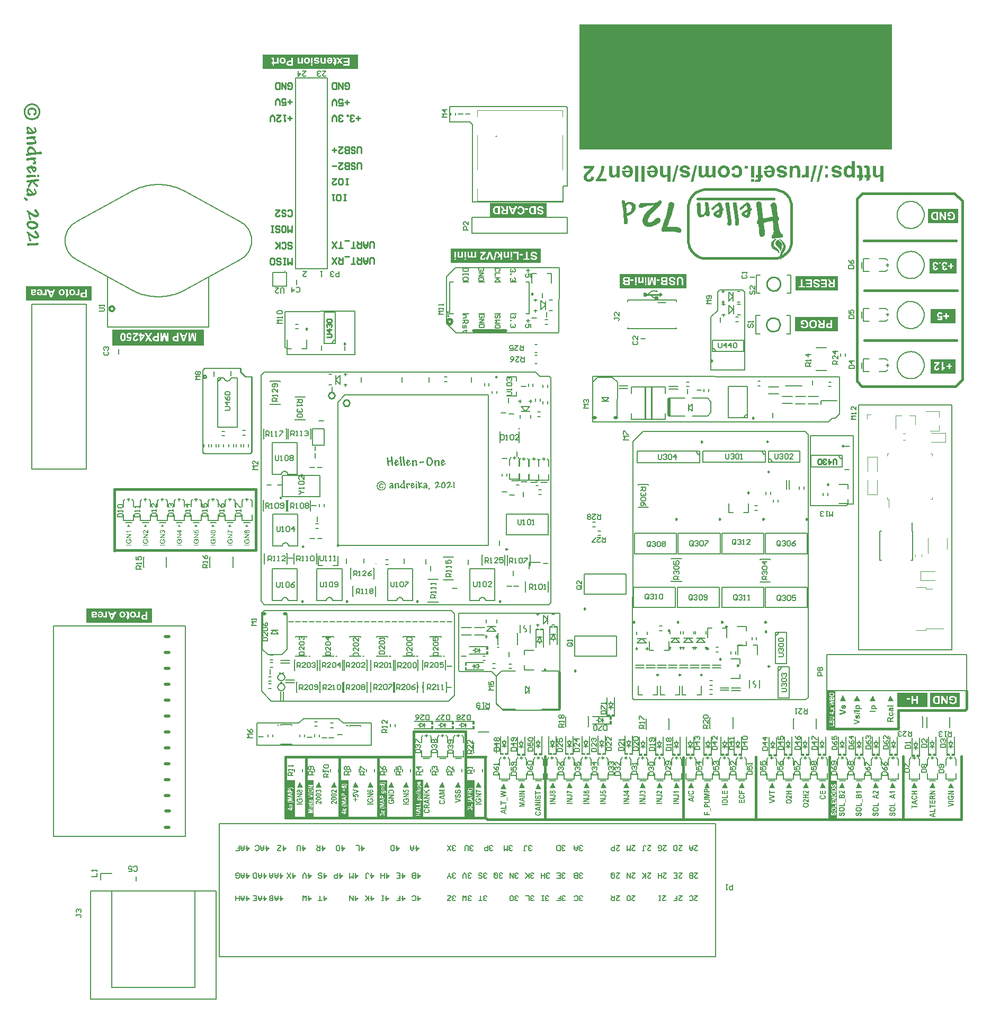
<source format=gto>
G75*
G70*
%OFA0B0*%
%FSLAX25Y25*%
%IPPOS*%
%LPD*%
%AMOC8*
5,1,8,0,0,1.08239X$1,22.5*
%
%ADD123C,0.00689*%
%ADD14C,0.00300*%
%ADD156C,0.00650*%
%ADD170C,0.00800*%
%ADD193C,0.00472*%
%ADD197C,0.01750*%
%ADD203C,0.00500*%
%ADD26C,0.01575*%
%ADD264C,0.00591*%
%ADD27C,0.00748*%
%ADD273C,0.00984*%
%ADD308C,0.01000*%
%ADD310C,0.01968*%
%ADD319C,0.00394*%
%ADD334C,0.00787*%
%ADD51C,0.00669*%
%ADD69C,0.01181*%
%ADD88R,1.96850X0.78740*%
%ADD97C,0.00945*%
X0000000Y0000000D02*
G01*
G75*
G36*
X0215325Y0592894D02*
X0155541Y0592894D01*
X0155541Y0601968D01*
X0215325Y0601968D01*
X0215325Y0592894D01*
D02*
G37*
G36*
X0412482Y0509098D02*
X0413005Y0509076D01*
X0413108Y0509058D01*
X0413238Y0508999D01*
X0413408Y0508969D01*
X0413799Y0508795D01*
X0414172Y0508519D01*
X0414206Y0508513D01*
X0414228Y0508438D01*
X0414368Y0508238D01*
X0414531Y0507963D01*
X0414541Y0507821D01*
X0414551Y0507679D01*
X0414545Y0507645D01*
X0414527Y0507543D01*
X0414503Y0507406D01*
X0414427Y0507174D01*
X0414367Y0506833D01*
X0414260Y0506430D01*
X0414142Y0505959D01*
X0413966Y0505358D01*
X0413960Y0505324D01*
X0413902Y0505193D01*
X0413866Y0504989D01*
X0413790Y0504756D01*
X0413678Y0504319D01*
X0413607Y0504121D01*
X0413583Y0503985D01*
X0413577Y0503951D01*
X0413559Y0503848D01*
X0413529Y0503678D01*
X0413447Y0503411D01*
X0413347Y0503043D01*
X0413229Y0502572D01*
X0413059Y0502004D01*
X0412958Y0501636D01*
X0412858Y0501267D01*
X0412852Y0501233D01*
X0412840Y0501164D01*
X0412788Y0501068D01*
X0412724Y0500904D01*
X0412688Y0500700D01*
X0412612Y0500467D01*
X0412496Y0500206D01*
X0412407Y0499906D01*
X0412179Y0499208D01*
X0411899Y0498415D01*
X0411572Y0497559D01*
X0411233Y0496634D01*
X0411227Y0496600D01*
X0411181Y0496538D01*
X0411123Y0496408D01*
X0411053Y0496210D01*
X0410983Y0496011D01*
X0410907Y0495779D01*
X0410714Y0495286D01*
X0410510Y0494724D01*
X0410318Y0494231D01*
X0410242Y0493999D01*
X0410206Y0493794D01*
X0410141Y0493630D01*
X0410123Y0493528D01*
X0410328Y0493492D01*
X0410572Y0493484D01*
X0410953Y0493452D01*
X0411374Y0493448D01*
X0411931Y0493420D01*
X0412569Y0493448D01*
X0413280Y0493498D01*
X0413348Y0493486D01*
X0413565Y0493518D01*
X0413877Y0493498D01*
X0414298Y0493494D01*
X0414856Y0493466D01*
X0415475Y0493392D01*
X0416202Y0493334D01*
X0417123Y0493172D01*
X0417287Y0493108D01*
X0417485Y0493038D01*
X0417938Y0492817D01*
X0418193Y0492667D01*
X0418441Y0492483D01*
X0418469Y0492443D01*
X0418526Y0492362D01*
X0418650Y0492270D01*
X0418728Y0492116D01*
X0418941Y0491727D01*
X0418973Y0491511D01*
X0418965Y0491266D01*
X0418959Y0491232D01*
X0418941Y0491130D01*
X0418883Y0490999D01*
X0418853Y0490829D01*
X0418644Y0490444D01*
X0418540Y0490252D01*
X0418374Y0490105D01*
X0418334Y0490077D01*
X0418294Y0490049D01*
X0418059Y0489915D01*
X0417728Y0489833D01*
X0417518Y0489835D01*
X0417307Y0489837D01*
X0416898Y0489909D01*
X0416700Y0489979D01*
X0416462Y0490021D01*
X0416161Y0490109D01*
X0415990Y0490139D01*
X0415792Y0490209D01*
X0415554Y0490251D01*
X0415048Y0490376D01*
X0414816Y0490452D01*
X0414305Y0490542D01*
X0414026Y0490556D01*
X0413645Y0490588D01*
X0413231Y0490626D01*
X0412741Y0490642D01*
X0412144Y0490642D01*
X0412076Y0490654D01*
X0411860Y0490622D01*
X0411513Y0490648D01*
X0411086Y0490618D01*
X0410591Y0490599D01*
X0410022Y0490559D01*
X0408803Y0490423D01*
X0408769Y0490429D01*
X0408621Y0490385D01*
X0408444Y0490381D01*
X0408228Y0490349D01*
X0407767Y0490324D01*
X0407584Y0490286D01*
X0407346Y0490328D01*
X0407153Y0490433D01*
X0406865Y0490589D01*
X0406752Y0490749D01*
X0406606Y0490916D01*
X0406578Y0490956D01*
X0406550Y0490996D01*
X0406500Y0491110D01*
X0406456Y0491258D01*
X0406380Y0491623D01*
X0406342Y0491806D01*
X0406384Y0492044D01*
X0406390Y0492078D01*
X0406395Y0492112D01*
X0406442Y0492174D01*
X0406466Y0492310D01*
X0406530Y0492475D01*
X0406606Y0492707D01*
X0406728Y0493002D01*
X0406734Y0493036D01*
X0406786Y0493132D01*
X0406816Y0493303D01*
X0406886Y0493501D01*
X0407027Y0493898D01*
X0407097Y0494097D01*
X0407155Y0494227D01*
X0407167Y0494295D01*
X0407219Y0494391D01*
X0407249Y0494561D01*
X0407359Y0494788D01*
X0407453Y0495123D01*
X0407600Y0495554D01*
X0407804Y0496115D01*
X0407810Y0496149D01*
X0407868Y0496279D01*
X0407898Y0496450D01*
X0408008Y0496676D01*
X0408090Y0496943D01*
X0408185Y0497277D01*
X0408453Y0498003D01*
X0408700Y0498803D01*
X0408974Y0499563D01*
X0409108Y0499925D01*
X0409202Y0500260D01*
X0409325Y0500555D01*
X0409407Y0500821D01*
X0409419Y0500889D01*
X0409477Y0501020D01*
X0409559Y0501286D01*
X0409659Y0501655D01*
X0409771Y0502092D01*
X0409896Y0502597D01*
X0409998Y0503176D01*
X0410146Y0503818D01*
X0410152Y0503852D01*
X0410158Y0503886D01*
X0410176Y0503988D01*
X0410200Y0504125D01*
X0410230Y0504295D01*
X0410266Y0504499D01*
X0410356Y0505011D01*
X0410504Y0505652D01*
X0410637Y0506401D01*
X0410787Y0507253D01*
X0410949Y0508173D01*
X0410955Y0508208D01*
X0410967Y0508276D01*
X0411071Y0508468D01*
X0411164Y0508592D01*
X0411296Y0508745D01*
X0411456Y0508857D01*
X0411651Y0508963D01*
X0411685Y0508957D01*
X0411765Y0509013D01*
X0411873Y0509029D01*
X0412055Y0509067D01*
X0412238Y0509106D01*
X0412482Y0509098D01*
D02*
G37*
G36*
X0405730Y0510253D02*
X0405928Y0510183D01*
X0406148Y0510039D01*
X0406351Y0509792D01*
X0406373Y0509718D01*
X0406445Y0509530D01*
X0406527Y0509199D01*
X0406489Y0508784D01*
X0406483Y0508750D01*
X0406431Y0508654D01*
X0406373Y0508524D01*
X0406263Y0508297D01*
X0406067Y0507980D01*
X0405790Y0507608D01*
X0405427Y0507144D01*
X0404944Y0506597D01*
X0404938Y0506563D01*
X0404864Y0506541D01*
X0404812Y0506445D01*
X0404686Y0506327D01*
X0404381Y0505994D01*
X0403991Y0505571D01*
X0403479Y0505064D01*
X0402922Y0504494D01*
X0402285Y0503869D01*
X0401574Y0503221D01*
X0401528Y0503159D01*
X0401361Y0503013D01*
X0401109Y0502776D01*
X0400804Y0502444D01*
X0400447Y0502015D01*
X0400050Y0501558D01*
X0399602Y0501004D01*
X0399181Y0500411D01*
X0399175Y0500377D01*
X0399135Y0500349D01*
X0399083Y0500253D01*
X0398991Y0500128D01*
X0398800Y0499846D01*
X0398558Y0499467D01*
X0398337Y0499014D01*
X0398123Y0498595D01*
X0397937Y0498136D01*
X0397830Y0497733D01*
X0397824Y0497699D01*
X0397806Y0497597D01*
X0397782Y0497461D01*
X0397786Y0497284D01*
X0397760Y0496937D01*
X0397804Y0496789D01*
X0397854Y0496675D01*
X0397883Y0496635D01*
X0398001Y0496508D01*
X0398131Y0496450D01*
X0398261Y0496392D01*
X0398460Y0496322D01*
X0398766Y0496268D01*
X0398943Y0496272D01*
X0399274Y0496354D01*
X0399462Y0496426D01*
X0399718Y0496487D01*
X0399987Y0496615D01*
X0400296Y0496771D01*
X0400651Y0496990D01*
X0401005Y0497208D01*
X0401412Y0497523D01*
X0401859Y0497866D01*
X0402352Y0498271D01*
X0402857Y0498744D01*
X0402897Y0498772D01*
X0403057Y0498884D01*
X0403326Y0499013D01*
X0403697Y0499123D01*
X0403731Y0499117D01*
X0403805Y0499139D01*
X0403913Y0499155D01*
X0404056Y0499165D01*
X0404442Y0499167D01*
X0404857Y0499129D01*
X0404959Y0499111D01*
X0405152Y0499007D01*
X0405276Y0498915D01*
X0405429Y0498782D01*
X0405541Y0498622D01*
X0405647Y0498428D01*
X0405641Y0498394D01*
X0405663Y0498319D01*
X0405707Y0498171D01*
X0405717Y0498029D01*
X0405749Y0497812D01*
X0405775Y0497562D01*
X0405713Y0497011D01*
X0405707Y0496977D01*
X0405649Y0496846D01*
X0405585Y0496682D01*
X0405441Y0496461D01*
X0405257Y0496213D01*
X0404998Y0495942D01*
X0404637Y0495690D01*
X0404174Y0495455D01*
X0404134Y0495427D01*
X0404020Y0495377D01*
X0403906Y0495327D01*
X0403751Y0495249D01*
X0403563Y0495176D01*
X0403329Y0495042D01*
X0403288Y0495014D01*
X0403174Y0494964D01*
X0402980Y0494858D01*
X0402745Y0494723D01*
X0402443Y0494601D01*
X0402100Y0494451D01*
X0401300Y0494100D01*
X0400432Y0493761D01*
X0399549Y0493530D01*
X0399110Y0493432D01*
X0398711Y0493362D01*
X0398358Y0493354D01*
X0398011Y0493380D01*
X0397841Y0493410D01*
X0397711Y0493468D01*
X0397376Y0493562D01*
X0396951Y0493742D01*
X0396498Y0493963D01*
X0396029Y0494291D01*
X0395606Y0494682D01*
X0395201Y0495175D01*
X0395145Y0495255D01*
X0395033Y0495416D01*
X0394910Y0495718D01*
X0394732Y0496101D01*
X0394605Y0496580D01*
X0394491Y0497127D01*
X0394457Y0497731D01*
X0394537Y0498384D01*
X0394543Y0498418D01*
X0394573Y0498589D01*
X0394649Y0498821D01*
X0394697Y0499093D01*
X0394832Y0499456D01*
X0394966Y0499819D01*
X0395140Y0500210D01*
X0395355Y0500629D01*
X0395395Y0500657D01*
X0395459Y0500821D01*
X0395603Y0501042D01*
X0395793Y0501325D01*
X0396070Y0501697D01*
X0396393Y0502132D01*
X0396795Y0502624D01*
X0397272Y0503137D01*
X0397318Y0503199D01*
X0397399Y0503255D01*
X0397485Y0503345D01*
X0397611Y0503463D01*
X0397743Y0503616D01*
X0397950Y0503790D01*
X0398202Y0504027D01*
X0398455Y0504263D01*
X0398787Y0504556D01*
X0399166Y0504911D01*
X0399585Y0505294D01*
X0400044Y0505705D01*
X0400583Y0506172D01*
X0401162Y0506667D01*
X0401788Y0507224D01*
X0398855Y0506933D01*
X0398821Y0506939D01*
X0398673Y0506895D01*
X0398456Y0506863D01*
X0398166Y0506809D01*
X0397761Y0506704D01*
X0397276Y0506544D01*
X0396649Y0506374D01*
X0395941Y0506147D01*
X0395907Y0506153D01*
X0395833Y0506131D01*
X0395753Y0506075D01*
X0395604Y0506031D01*
X0395233Y0505920D01*
X0394783Y0505754D01*
X0394338Y0505622D01*
X0393899Y0505523D01*
X0393534Y0505447D01*
X0393255Y0505461D01*
X0393051Y0505497D01*
X0392818Y0505573D01*
X0392564Y0505724D01*
X0392343Y0505868D01*
X0392135Y0506080D01*
X0392041Y0506343D01*
X0392033Y0506696D01*
X0392038Y0506730D01*
X0392057Y0506832D01*
X0392127Y0507030D01*
X0392197Y0507229D01*
X0392307Y0507455D01*
X0392457Y0507710D01*
X0392642Y0507958D01*
X0392894Y0508195D01*
X0392934Y0508223D01*
X0393014Y0508279D01*
X0393169Y0508357D01*
X0393357Y0508429D01*
X0393620Y0508524D01*
X0393910Y0508578D01*
X0394229Y0508592D01*
X0394610Y0508560D01*
X0394951Y0508500D01*
X0395127Y0508504D01*
X0395331Y0508468D01*
X0395610Y0508454D01*
X0395923Y0508434D01*
X0396269Y0508408D01*
X0396616Y0508382D01*
X0397037Y0508378D01*
X0397492Y0508368D01*
X0398015Y0508346D01*
X0398544Y0508358D01*
X0399108Y0508364D01*
X0399711Y0508398D01*
X0399779Y0508386D01*
X0399961Y0508424D01*
X0400206Y0508416D01*
X0400531Y0508465D01*
X0400917Y0508467D01*
X0401344Y0508497D01*
X0401743Y0508567D01*
X0402136Y0508603D01*
X0402170Y0508597D01*
X0402278Y0508613D01*
X0402461Y0508651D01*
X0402677Y0508683D01*
X0403116Y0508782D01*
X0403339Y0508848D01*
X0403493Y0508926D01*
X0403533Y0508954D01*
X0403727Y0509060D01*
X0404008Y0509257D01*
X0404208Y0509397D01*
X0404449Y0509565D01*
X0404489Y0509594D01*
X0404609Y0509678D01*
X0404770Y0509790D01*
X0404970Y0509930D01*
X0405204Y0510065D01*
X0405399Y0510171D01*
X0405553Y0510249D01*
X0405661Y0510265D01*
X0405730Y0510253D01*
D02*
G37*
G36*
X0334239Y0508465D02*
X0334239Y0499305D01*
X0298438Y0499305D01*
X0298438Y0508465D01*
X0334239Y0508465D01*
D02*
G37*
G36*
X0467898Y0509355D02*
X0468071Y0509321D01*
X0468313Y0509251D01*
X0468520Y0509148D01*
X0468763Y0509009D01*
X0468970Y0508802D01*
X0469005Y0508767D01*
X0469039Y0508698D01*
X0469109Y0508559D01*
X0469212Y0508386D01*
X0469316Y0508144D01*
X0469385Y0507867D01*
X0469420Y0507556D01*
X0469455Y0507210D01*
X0469455Y0507141D01*
X0469455Y0507072D01*
X0469455Y0506968D01*
X0469489Y0506829D01*
X0469489Y0506622D01*
X0469524Y0506380D01*
X0469524Y0506034D01*
X0469593Y0505688D01*
X0469628Y0505238D01*
X0469662Y0504719D01*
X0469732Y0504131D01*
X0469835Y0503439D01*
X0469905Y0502677D01*
X0470008Y0501812D01*
X0470147Y0500844D01*
X0470147Y0500809D01*
X0470147Y0500774D01*
X0470181Y0500567D01*
X0470216Y0500290D01*
X0470251Y0499944D01*
X0470285Y0499563D01*
X0470320Y0499217D01*
X0470354Y0498906D01*
X0470389Y0498698D01*
X0470424Y0498698D01*
X0470493Y0498733D01*
X0470666Y0498733D01*
X0470839Y0498768D01*
X0471115Y0498837D01*
X0471392Y0498871D01*
X0471738Y0498941D01*
X0472119Y0499010D01*
X0472534Y0499114D01*
X0473019Y0499183D01*
X0474022Y0499425D01*
X0475164Y0499667D01*
X0476375Y0499979D01*
X0476375Y0500013D01*
X0476375Y0500117D01*
X0476340Y0500325D01*
X0476305Y0500636D01*
X0476236Y0501017D01*
X0476167Y0501570D01*
X0476098Y0502193D01*
X0476084Y0502342D01*
X0475924Y0502570D01*
X0475803Y0503086D01*
X0475844Y0503715D01*
X0475857Y0503744D01*
X0475856Y0503750D01*
X0475786Y0504234D01*
X0475683Y0504788D01*
X0475613Y0505307D01*
X0475510Y0505826D01*
X0475406Y0506276D01*
X0475371Y0506310D01*
X0475233Y0506345D01*
X0475129Y0506449D01*
X0475025Y0506553D01*
X0474991Y0506587D01*
X0474956Y0506656D01*
X0474922Y0506829D01*
X0474922Y0507106D01*
X0474922Y0507141D01*
X0474922Y0507175D01*
X0474956Y0507279D01*
X0475025Y0507418D01*
X0475129Y0507556D01*
X0475268Y0507764D01*
X0475441Y0507971D01*
X0475717Y0508213D01*
X0475752Y0508248D01*
X0475856Y0508317D01*
X0475994Y0508421D01*
X0476167Y0508525D01*
X0476582Y0508732D01*
X0476825Y0508802D01*
X0477032Y0508836D01*
X0477101Y0508836D01*
X0477309Y0508802D01*
X0477620Y0508698D01*
X0477966Y0508490D01*
X0478174Y0508352D01*
X0478347Y0508144D01*
X0478520Y0507937D01*
X0478658Y0507660D01*
X0478797Y0507348D01*
X0478900Y0506968D01*
X0479004Y0506553D01*
X0479039Y0506068D01*
X0479039Y0506034D01*
X0479039Y0505861D01*
X0479073Y0505618D01*
X0479108Y0505272D01*
X0479143Y0504788D01*
X0479177Y0504165D01*
X0479212Y0503819D01*
X0479247Y0503439D01*
X0479281Y0502989D01*
X0479316Y0502539D01*
X0479316Y0502504D01*
X0479316Y0502435D01*
X0479350Y0502331D01*
X0479350Y0502228D01*
X0479385Y0501882D01*
X0479420Y0501466D01*
X0479454Y0501051D01*
X0479489Y0500636D01*
X0479523Y0500290D01*
X0479523Y0500186D01*
X0479523Y0500082D01*
X0479558Y0500082D01*
X0479696Y0500013D01*
X0479904Y0499875D01*
X0480008Y0499771D01*
X0480112Y0499598D01*
X0480112Y0499563D01*
X0480146Y0499494D01*
X0480250Y0499287D01*
X0480388Y0499010D01*
X0480423Y0498733D01*
X0480423Y0498698D01*
X0480423Y0498664D01*
X0480388Y0498456D01*
X0480319Y0498214D01*
X0480215Y0497937D01*
X0480215Y0497903D01*
X0480181Y0497868D01*
X0480077Y0497730D01*
X0479904Y0497591D01*
X0479662Y0497487D01*
X0479662Y0497453D01*
X0479662Y0497418D01*
X0479696Y0497314D01*
X0479696Y0497141D01*
X0479731Y0496899D01*
X0479800Y0496553D01*
X0479869Y0496173D01*
X0479939Y0495654D01*
X0479939Y0495619D01*
X0479973Y0495515D01*
X0479973Y0495377D01*
X0480008Y0495169D01*
X0480077Y0494892D01*
X0480112Y0494616D01*
X0480215Y0493958D01*
X0480319Y0493266D01*
X0480359Y0492864D01*
X0480909Y0491161D01*
X0481538Y0489919D01*
X0481909Y0489218D01*
X0482353Y0488928D01*
X0482603Y0488742D01*
X0482659Y0488662D01*
X0482724Y0488226D01*
X0482764Y0487654D01*
X0482772Y0487299D01*
X0482668Y0487106D01*
X0482426Y0486936D01*
X0476435Y0486226D01*
X0476161Y0486274D01*
X0475911Y0486459D01*
X0475854Y0486540D01*
X0475781Y0487330D01*
X0475773Y0487685D01*
X0475798Y0487822D01*
X0475902Y0488016D01*
X0476467Y0488411D01*
X0476668Y0489153D01*
X0476958Y0490798D01*
X0476971Y0491192D01*
X0476963Y0491225D01*
X0476894Y0491536D01*
X0476859Y0491882D01*
X0476859Y0491917D01*
X0476859Y0492021D01*
X0476859Y0492194D01*
X0476859Y0492436D01*
X0476859Y0492713D01*
X0476825Y0493059D01*
X0476825Y0493439D01*
X0476790Y0493820D01*
X0476755Y0494685D01*
X0476686Y0495550D01*
X0476582Y0496415D01*
X0476444Y0497211D01*
X0476409Y0497211D01*
X0476271Y0497176D01*
X0476098Y0497141D01*
X0475821Y0497107D01*
X0475544Y0497072D01*
X0475164Y0497003D01*
X0474783Y0496934D01*
X0474368Y0496830D01*
X0473434Y0496657D01*
X0472500Y0496415D01*
X0471565Y0496138D01*
X0471150Y0496000D01*
X0470735Y0495827D01*
X0470735Y0495792D01*
X0470735Y0495688D01*
X0470770Y0495481D01*
X0470804Y0495204D01*
X0470839Y0494823D01*
X0470908Y0494339D01*
X0471012Y0493751D01*
X0471115Y0493024D01*
X0471115Y0492989D01*
X0471150Y0492886D01*
X0471150Y0492747D01*
X0471185Y0492540D01*
X0471219Y0492332D01*
X0471254Y0492055D01*
X0471358Y0491432D01*
X0471461Y0490775D01*
X0471531Y0490118D01*
X0471565Y0489529D01*
X0471600Y0489253D01*
X0471600Y0489045D01*
X0471600Y0489010D01*
X0471600Y0488907D01*
X0471565Y0488803D01*
X0471531Y0488630D01*
X0471461Y0488422D01*
X0471358Y0488215D01*
X0471219Y0488007D01*
X0471012Y0487799D01*
X0470977Y0487765D01*
X0470908Y0487696D01*
X0470770Y0487626D01*
X0470597Y0487523D01*
X0470389Y0487419D01*
X0470147Y0487315D01*
X0469870Y0487280D01*
X0469593Y0487246D01*
X0469489Y0487246D01*
X0469351Y0487280D01*
X0469178Y0487280D01*
X0468832Y0487419D01*
X0468624Y0487488D01*
X0468451Y0487626D01*
X0468417Y0487626D01*
X0468382Y0487696D01*
X0468209Y0487903D01*
X0468036Y0488249D01*
X0468002Y0488457D01*
X0467967Y0488699D01*
X0467967Y0488734D01*
X0467967Y0488907D01*
X0467967Y0489045D01*
X0467932Y0489218D01*
X0467932Y0489426D01*
X0467932Y0489668D01*
X0467898Y0489979D01*
X0467898Y0490291D01*
X0467863Y0490671D01*
X0467829Y0491121D01*
X0467794Y0491605D01*
X0467725Y0492159D01*
X0467690Y0492747D01*
X0467621Y0493405D01*
X0467621Y0493474D01*
X0467586Y0493612D01*
X0467586Y0493854D01*
X0467552Y0494131D01*
X0467517Y0494408D01*
X0467517Y0494685D01*
X0467483Y0494892D01*
X0467483Y0495065D01*
X0467240Y0495031D01*
X0467171Y0495031D01*
X0467033Y0495065D01*
X0466825Y0495204D01*
X0466721Y0495308D01*
X0466617Y0495446D01*
X0466617Y0495481D01*
X0466583Y0495515D01*
X0466444Y0495723D01*
X0466341Y0496000D01*
X0466306Y0496380D01*
X0466306Y0496415D01*
X0466306Y0496449D01*
X0466306Y0496553D01*
X0466341Y0496692D01*
X0466444Y0497072D01*
X0466617Y0497557D01*
X0466617Y0497591D01*
X0466652Y0497660D01*
X0466790Y0497868D01*
X0466963Y0498110D01*
X0467067Y0498179D01*
X0467171Y0498214D01*
X0467067Y0500013D01*
X0467067Y0500082D01*
X0467033Y0500221D01*
X0467033Y0500359D01*
X0466998Y0500532D01*
X0466963Y0500740D01*
X0466929Y0500982D01*
X0466894Y0501259D01*
X0466860Y0501570D01*
X0466825Y0501916D01*
X0466756Y0502331D01*
X0466687Y0502747D01*
X0466617Y0503266D01*
X0466548Y0503785D01*
X0466479Y0504373D01*
X0466479Y0504407D01*
X0466444Y0504511D01*
X0466444Y0504684D01*
X0466410Y0504892D01*
X0466375Y0505134D01*
X0466341Y0505411D01*
X0466237Y0506034D01*
X0466133Y0506656D01*
X0466064Y0507245D01*
X0466029Y0507487D01*
X0466029Y0507694D01*
X0465995Y0507867D01*
X0465995Y0507971D01*
X0465995Y0508006D01*
X0465995Y0508075D01*
X0466029Y0508179D01*
X0466064Y0508317D01*
X0466168Y0508663D01*
X0466306Y0508836D01*
X0466444Y0509009D01*
X0466479Y0509009D01*
X0466514Y0509078D01*
X0466617Y0509113D01*
X0466756Y0509182D01*
X0467102Y0509321D01*
X0467344Y0509355D01*
X0467586Y0509390D01*
X0467725Y0509390D01*
X0467898Y0509355D01*
D02*
G37*
G36*
X0480200Y0485138D02*
X0480644Y0484847D01*
X0481346Y0484017D01*
X0482023Y0483050D01*
X0482289Y0482155D01*
X0482201Y0481251D01*
X0482161Y0480622D01*
X0482015Y0479800D01*
X0481790Y0478921D01*
X0481604Y0478671D01*
X0481121Y0478332D01*
X0481112Y0478687D01*
X0480879Y0479364D01*
X0480201Y0480332D01*
X0479669Y0480921D01*
X0478975Y0481396D01*
X0478411Y0482202D01*
X0478088Y0483178D01*
X0478233Y0484000D01*
X0478547Y0484581D01*
X0478975Y0485001D01*
X0479539Y0485396D01*
X0480200Y0485138D01*
D02*
G37*
G36*
X0478765Y0485815D02*
X0477644Y0484670D01*
X0477072Y0483428D01*
X0477008Y0482662D01*
X0477105Y0482009D01*
X0477226Y0481493D01*
X0477564Y0481009D01*
X0478338Y0480590D01*
X0479088Y0480033D01*
X0479588Y0479663D01*
X0480064Y0479155D01*
X0480379Y0478534D01*
X0480556Y0477937D01*
X0480621Y0477502D01*
X0480605Y0477010D01*
X0480339Y0476704D01*
X0480194Y0477082D01*
X0479935Y0477623D01*
X0479484Y0478268D01*
X0478903Y0478582D01*
X0478186Y0478921D01*
X0477468Y0479259D01*
X0476750Y0479598D01*
X0476161Y0480267D01*
X0475823Y0480751D01*
X0475419Y0481670D01*
X0475427Y0482516D01*
X0475572Y0483339D01*
X0475911Y0484057D01*
X0476387Y0484750D01*
X0477757Y0485710D01*
X0478572Y0485920D01*
X0478765Y0485815D01*
D02*
G37*
G36*
X0481748Y0485501D02*
X0482861Y0484598D01*
X0483845Y0483364D01*
X0484273Y0482582D01*
X0484684Y0481308D01*
X0484604Y0480050D01*
X0484031Y0478809D01*
X0483403Y0477647D01*
X0482588Y0476236D01*
X0482145Y0475325D01*
X0481839Y0474390D01*
X0481645Y0473293D01*
X0481710Y0472858D01*
X0481299Y0472930D01*
X0481057Y0473962D01*
X0480903Y0474696D01*
X0481016Y0475736D01*
X0481314Y0477026D01*
X0481862Y0478131D01*
X0482515Y0479429D01*
X0483031Y0480752D01*
X0483072Y0481381D01*
X0482862Y0482195D01*
X0482515Y0483034D01*
X0482087Y0483816D01*
X0481354Y0484864D01*
X0480765Y0485533D01*
X0480583Y0485706D01*
X0480825Y0485876D01*
X0481748Y0485501D01*
D02*
G37*
G36*
X0330392Y0479823D02*
X0330392Y0470664D01*
X0273938Y0470664D01*
X0273938Y0479823D01*
X0330392Y0479823D01*
D02*
G37*
G36*
X0592249Y0473353D02*
X0592249Y0464263D01*
X0574995Y0464263D01*
X0574995Y0473353D01*
X0592249Y0473353D01*
D02*
G37*
G36*
X0421982Y0454817D02*
X0380183Y0454817D01*
X0380183Y0463976D01*
X0421982Y0463976D01*
X0421982Y0454817D01*
D02*
G37*
G36*
X0517511Y0462500D02*
X0517511Y0453341D01*
X0490757Y0453341D01*
X0490757Y0462500D01*
X0517511Y0462500D01*
D02*
G37*
G36*
X0406747Y0450885D02*
X0405468Y0449900D01*
X0405468Y0451869D01*
X0406747Y0450885D01*
D02*
G37*
G36*
X0404090Y0447981D02*
X0402613Y0447981D01*
X0402613Y0449458D01*
X0404090Y0449458D01*
X0404090Y0447981D01*
D02*
G37*
G36*
X0047722Y0447126D02*
X0006412Y0447126D01*
X0006412Y0456201D01*
X0047722Y0456201D01*
X0047722Y0447126D01*
D02*
G37*
G36*
X0591496Y0432784D02*
X0575748Y0432784D01*
X0575748Y0441782D01*
X0591496Y0441782D01*
X0591496Y0432784D01*
D02*
G37*
G36*
X0517299Y0436909D02*
X0517299Y0427750D01*
X0490575Y0427750D01*
X0490575Y0436909D01*
X0517299Y0436909D01*
D02*
G37*
G36*
X0118602Y0418897D02*
X0060827Y0418897D01*
X0060827Y0428740D01*
X0118602Y0428740D01*
X0118602Y0418897D01*
D02*
G37*
G36*
X0591496Y0401292D02*
X0575748Y0401292D01*
X0575748Y0410298D01*
X0591496Y0410298D01*
X0591496Y0401292D01*
D02*
G37*
G36*
X0146394Y0304817D02*
X0144482Y0304817D01*
X0145438Y0306637D01*
X0146394Y0304817D01*
D02*
G37*
G36*
X0135764Y0304817D02*
X0133852Y0304817D01*
X0134808Y0306637D01*
X0135764Y0304817D01*
D02*
G37*
G36*
X0125134Y0304817D02*
X0123222Y0304817D01*
X0124178Y0306637D01*
X0125134Y0304817D01*
D02*
G37*
G36*
X0114504Y0304817D02*
X0112592Y0304817D01*
X0113548Y0306637D01*
X0114504Y0304817D01*
D02*
G37*
G36*
X0103874Y0304817D02*
X0101962Y0304817D01*
X0102918Y0306637D01*
X0103874Y0304817D01*
D02*
G37*
G36*
X0071984Y0304817D02*
X0070072Y0304817D01*
X0071028Y0306637D01*
X0071984Y0304817D01*
D02*
G37*
G36*
X0093244Y0304817D02*
X0091332Y0304817D01*
X0092288Y0306637D01*
X0093244Y0304817D01*
D02*
G37*
G36*
X0082614Y0304817D02*
X0080702Y0304817D01*
X0081658Y0306637D01*
X0082614Y0304817D01*
D02*
G37*
G36*
X0093077Y0302853D02*
X0093112Y0302847D01*
X0093158Y0302841D01*
X0093256Y0302818D01*
X0093371Y0302778D01*
X0093492Y0302720D01*
X0093550Y0302685D01*
X0093613Y0302645D01*
X0093665Y0302593D01*
X0093722Y0302536D01*
X0093728Y0302530D01*
X0093734Y0302518D01*
X0093745Y0302501D01*
X0093769Y0302478D01*
X0093786Y0302449D01*
X0093809Y0302409D01*
X0093838Y0302369D01*
X0093861Y0302317D01*
X0093913Y0302207D01*
X0093959Y0302075D01*
X0093993Y0301931D01*
X0093999Y0301850D01*
X0094005Y0301770D01*
X0094005Y0301729D01*
X0093999Y0301700D01*
X0093999Y0301660D01*
X0093993Y0301620D01*
X0093976Y0301522D01*
X0093941Y0301407D01*
X0093901Y0301292D01*
X0093838Y0301171D01*
X0093803Y0301113D01*
X0093757Y0301061D01*
X0093751Y0301055D01*
X0093745Y0301050D01*
X0093711Y0301015D01*
X0093653Y0300969D01*
X0093578Y0300917D01*
X0093480Y0300859D01*
X0093360Y0300808D01*
X0093221Y0300767D01*
X0093060Y0300739D01*
X0092991Y0301199D01*
X0092997Y0301199D01*
X0093008Y0301205D01*
X0093025Y0301205D01*
X0093049Y0301211D01*
X0093106Y0301228D01*
X0093175Y0301251D01*
X0093256Y0301274D01*
X0093336Y0301309D01*
X0093411Y0301355D01*
X0093469Y0301401D01*
X0093475Y0301407D01*
X0093492Y0301424D01*
X0093515Y0301459D01*
X0093538Y0301499D01*
X0093561Y0301551D01*
X0093584Y0301614D01*
X0093601Y0301683D01*
X0093607Y0301764D01*
X0093607Y0301775D01*
X0093601Y0301804D01*
X0093596Y0301850D01*
X0093584Y0301908D01*
X0093567Y0301977D01*
X0093532Y0302046D01*
X0093492Y0302115D01*
X0093434Y0302184D01*
X0093429Y0302190D01*
X0093406Y0302213D01*
X0093365Y0302242D01*
X0093313Y0302271D01*
X0093256Y0302305D01*
X0093181Y0302328D01*
X0093100Y0302351D01*
X0093008Y0302357D01*
X0092997Y0302357D01*
X0092968Y0302357D01*
X0092927Y0302351D01*
X0092870Y0302340D01*
X0092807Y0302317D01*
X0092743Y0302294D01*
X0092680Y0302254D01*
X0092616Y0302202D01*
X0092611Y0302196D01*
X0092593Y0302173D01*
X0092565Y0302138D01*
X0092536Y0302092D01*
X0092507Y0302035D01*
X0092478Y0301965D01*
X0092461Y0301885D01*
X0092455Y0301798D01*
X0092455Y0301752D01*
X0092461Y0301724D01*
X0092467Y0301677D01*
X0092472Y0301626D01*
X0092484Y0301562D01*
X0092496Y0301487D01*
X0092075Y0301534D01*
X0092075Y0301637D01*
X0092069Y0301729D01*
X0092069Y0301770D01*
X0092063Y0301804D01*
X0092063Y0301821D01*
X0092058Y0301839D01*
X0092052Y0301862D01*
X0092029Y0301919D01*
X0092000Y0301989D01*
X0092000Y0301994D01*
X0091989Y0302006D01*
X0091977Y0302023D01*
X0091960Y0302046D01*
X0091914Y0302104D01*
X0091850Y0302155D01*
X0091845Y0302161D01*
X0091833Y0302167D01*
X0091810Y0302179D01*
X0091781Y0302190D01*
X0091747Y0302202D01*
X0091706Y0302213D01*
X0091655Y0302225D01*
X0091603Y0302225D01*
X0091591Y0302225D01*
X0091568Y0302225D01*
X0091534Y0302219D01*
X0091482Y0302207D01*
X0091430Y0302190D01*
X0091378Y0302161D01*
X0091326Y0302127D01*
X0091280Y0302081D01*
X0091274Y0302075D01*
X0091263Y0302058D01*
X0091246Y0302029D01*
X0091223Y0301989D01*
X0091199Y0301942D01*
X0091182Y0301885D01*
X0091171Y0301827D01*
X0091165Y0301758D01*
X0091165Y0301724D01*
X0091171Y0301683D01*
X0091182Y0301637D01*
X0091199Y0301585D01*
X0091223Y0301528D01*
X0091257Y0301470D01*
X0091303Y0301418D01*
X0091309Y0301413D01*
X0091326Y0301395D01*
X0091361Y0301372D01*
X0091407Y0301349D01*
X0091465Y0301315D01*
X0091534Y0301286D01*
X0091620Y0301263D01*
X0091724Y0301240D01*
X0091649Y0300779D01*
X0091643Y0300779D01*
X0091626Y0300785D01*
X0091603Y0300790D01*
X0091574Y0300796D01*
X0091534Y0300802D01*
X0091493Y0300819D01*
X0091390Y0300848D01*
X0091280Y0300894D01*
X0091171Y0300952D01*
X0091067Y0301027D01*
X0091021Y0301073D01*
X0090981Y0301119D01*
X0090981Y0301125D01*
X0090969Y0301130D01*
X0090946Y0301165D01*
X0090912Y0301222D01*
X0090871Y0301297D01*
X0090837Y0301390D01*
X0090802Y0301499D01*
X0090779Y0301620D01*
X0090768Y0301752D01*
X0090768Y0301793D01*
X0090773Y0301821D01*
X0090773Y0301856D01*
X0090779Y0301896D01*
X0090796Y0301989D01*
X0090825Y0302092D01*
X0090871Y0302207D01*
X0090935Y0302323D01*
X0090969Y0302374D01*
X0091015Y0302426D01*
X0091015Y0302432D01*
X0091027Y0302438D01*
X0091061Y0302472D01*
X0091113Y0302513D01*
X0091182Y0302565D01*
X0091269Y0302616D01*
X0091372Y0302662D01*
X0091487Y0302691D01*
X0091551Y0302697D01*
X0091614Y0302703D01*
X0091620Y0302703D01*
X0091632Y0302703D01*
X0091660Y0302703D01*
X0091689Y0302697D01*
X0091729Y0302691D01*
X0091770Y0302680D01*
X0091868Y0302651D01*
X0091919Y0302628D01*
X0091977Y0302599D01*
X0092029Y0302565D01*
X0092081Y0302524D01*
X0092133Y0302472D01*
X0092185Y0302415D01*
X0092225Y0302351D01*
X0092231Y0302340D01*
X0092242Y0302369D01*
X0092271Y0302432D01*
X0092305Y0302501D01*
X0092357Y0302570D01*
X0092421Y0302639D01*
X0092501Y0302703D01*
X0092513Y0302709D01*
X0092542Y0302726D01*
X0092588Y0302755D01*
X0092651Y0302783D01*
X0092726Y0302806D01*
X0092812Y0302835D01*
X0092905Y0302853D01*
X0093002Y0302858D01*
X0093008Y0302858D01*
X0093020Y0302858D01*
X0093043Y0302858D01*
X0093077Y0302853D01*
D02*
G37*
G36*
X0146250Y0302853D02*
X0146284Y0302847D01*
X0146325Y0302841D01*
X0146423Y0302824D01*
X0146532Y0302783D01*
X0146647Y0302732D01*
X0146711Y0302697D01*
X0146768Y0302657D01*
X0146826Y0302611D01*
X0146878Y0302559D01*
X0146883Y0302553D01*
X0146889Y0302547D01*
X0146901Y0302530D01*
X0146918Y0302507D01*
X0146941Y0302472D01*
X0146964Y0302438D01*
X0146987Y0302398D01*
X0147016Y0302351D01*
X0147068Y0302242D01*
X0147108Y0302110D01*
X0147143Y0301960D01*
X0147149Y0301879D01*
X0147154Y0301793D01*
X0147154Y0301747D01*
X0147149Y0301718D01*
X0147149Y0301678D01*
X0147137Y0301631D01*
X0147120Y0301522D01*
X0147085Y0301401D01*
X0147039Y0301274D01*
X0146970Y0301148D01*
X0146924Y0301084D01*
X0146878Y0301027D01*
X0146872Y0301021D01*
X0146866Y0301015D01*
X0146849Y0300998D01*
X0146826Y0300981D01*
X0146797Y0300958D01*
X0146768Y0300935D01*
X0146682Y0300883D01*
X0146578Y0300825D01*
X0146457Y0300779D01*
X0146319Y0300745D01*
X0146244Y0300739D01*
X0146163Y0300733D01*
X0146158Y0300733D01*
X0146152Y0300733D01*
X0146135Y0300733D01*
X0146112Y0300733D01*
X0146054Y0300745D01*
X0145985Y0300756D01*
X0145904Y0300773D01*
X0145812Y0300802D01*
X0145720Y0300842D01*
X0145634Y0300900D01*
X0145622Y0300906D01*
X0145593Y0300929D01*
X0145559Y0300969D01*
X0145513Y0301015D01*
X0145461Y0301079D01*
X0145415Y0301148D01*
X0145380Y0301228D01*
X0145378Y0301238D01*
X0145340Y0301177D01*
X0145311Y0301130D01*
X0145276Y0301090D01*
X0145236Y0301050D01*
X0145190Y0301004D01*
X0145138Y0300969D01*
X0145075Y0300935D01*
X0145011Y0300900D01*
X0144931Y0300877D01*
X0144850Y0300866D01*
X0144758Y0300860D01*
X0144752Y0300860D01*
X0144741Y0300860D01*
X0144723Y0300860D01*
X0144701Y0300866D01*
X0144631Y0300871D01*
X0144551Y0300894D01*
X0144453Y0300923D01*
X0144355Y0300969D01*
X0144251Y0301032D01*
X0144205Y0301067D01*
X0144159Y0301113D01*
X0144153Y0301119D01*
X0144148Y0301125D01*
X0144136Y0301142D01*
X0144119Y0301159D01*
X0144084Y0301217D01*
X0144038Y0301297D01*
X0143992Y0301390D01*
X0143957Y0301505D01*
X0143929Y0301637D01*
X0143917Y0301787D01*
X0143917Y0301827D01*
X0143923Y0301856D01*
X0143923Y0301891D01*
X0143929Y0301937D01*
X0143946Y0302029D01*
X0143981Y0302138D01*
X0144027Y0302254D01*
X0144084Y0302363D01*
X0144124Y0302415D01*
X0144171Y0302467D01*
X0144171Y0302472D01*
X0144182Y0302478D01*
X0144217Y0302507D01*
X0144269Y0302553D01*
X0144338Y0302599D01*
X0144424Y0302645D01*
X0144528Y0302691D01*
X0144637Y0302720D01*
X0144701Y0302732D01*
X0144764Y0302732D01*
X0144770Y0302732D01*
X0144787Y0302732D01*
X0144810Y0302732D01*
X0144844Y0302726D01*
X0144885Y0302720D01*
X0144925Y0302709D01*
X0145029Y0302674D01*
X0145081Y0302651D01*
X0145138Y0302622D01*
X0145190Y0302582D01*
X0145242Y0302542D01*
X0145294Y0302490D01*
X0145340Y0302426D01*
X0145380Y0302357D01*
X0145389Y0302336D01*
X0145403Y0302369D01*
X0145426Y0302409D01*
X0145455Y0302461D01*
X0145490Y0302513D01*
X0145536Y0302570D01*
X0145588Y0302622D01*
X0145645Y0302674D01*
X0145709Y0302726D01*
X0145783Y0302766D01*
X0145870Y0302807D01*
X0145962Y0302835D01*
X0146066Y0302853D01*
X0146181Y0302858D01*
X0146187Y0302858D01*
X0146198Y0302858D01*
X0146221Y0302858D01*
X0146250Y0302853D01*
D02*
G37*
G36*
X0114199Y0302864D02*
X0114239Y0302858D01*
X0114285Y0302853D01*
X0114400Y0302830D01*
X0114527Y0302795D01*
X0114660Y0302743D01*
X0114729Y0302709D01*
X0114798Y0302668D01*
X0114867Y0302617D01*
X0114930Y0302565D01*
X0114936Y0302559D01*
X0114942Y0302553D01*
X0114959Y0302536D01*
X0114982Y0302507D01*
X0115005Y0302478D01*
X0115034Y0302444D01*
X0115069Y0302398D01*
X0115097Y0302351D01*
X0115126Y0302294D01*
X0115161Y0302236D01*
X0115213Y0302098D01*
X0115236Y0302023D01*
X0115247Y0301943D01*
X0115259Y0301856D01*
X0115264Y0301764D01*
X0115264Y0301724D01*
X0115259Y0301695D01*
X0115259Y0301660D01*
X0115253Y0301620D01*
X0115236Y0301528D01*
X0115207Y0301413D01*
X0115172Y0301297D01*
X0115115Y0301177D01*
X0115040Y0301061D01*
X0115034Y0301056D01*
X0115028Y0301050D01*
X0114994Y0301015D01*
X0114942Y0300969D01*
X0114861Y0300911D01*
X0114815Y0300883D01*
X0114763Y0300848D01*
X0114706Y0300825D01*
X0114637Y0300796D01*
X0114567Y0300773D01*
X0114493Y0300756D01*
X0114406Y0300739D01*
X0114320Y0300727D01*
X0114279Y0301205D01*
X0114285Y0301205D01*
X0114291Y0301205D01*
X0114308Y0301211D01*
X0114331Y0301217D01*
X0114389Y0301228D01*
X0114458Y0301251D01*
X0114533Y0301274D01*
X0114608Y0301309D01*
X0114677Y0301349D01*
X0114735Y0301401D01*
X0114740Y0301407D01*
X0114758Y0301430D01*
X0114775Y0301459D01*
X0114798Y0301505D01*
X0114827Y0301557D01*
X0114844Y0301620D01*
X0114861Y0301689D01*
X0114867Y0301764D01*
X0114867Y0301776D01*
X0114861Y0301810D01*
X0114856Y0301856D01*
X0114844Y0301920D01*
X0114815Y0301989D01*
X0114781Y0302058D01*
X0114735Y0302127D01*
X0114665Y0302196D01*
X0114654Y0302202D01*
X0114631Y0302225D01*
X0114585Y0302254D01*
X0114527Y0302282D01*
X0114452Y0302317D01*
X0114366Y0302340D01*
X0114268Y0302363D01*
X0114159Y0302369D01*
X0114153Y0302369D01*
X0114147Y0302369D01*
X0114130Y0302369D01*
X0114107Y0302369D01*
X0114055Y0302357D01*
X0113986Y0302346D01*
X0113905Y0302328D01*
X0113830Y0302294D01*
X0113750Y0302254D01*
X0113681Y0302196D01*
X0113675Y0302190D01*
X0113652Y0302167D01*
X0113623Y0302127D01*
X0113588Y0302075D01*
X0113559Y0302012D01*
X0113531Y0301937D01*
X0113508Y0301856D01*
X0113502Y0301758D01*
X0113502Y0301724D01*
X0113508Y0301701D01*
X0113519Y0301643D01*
X0113542Y0301562D01*
X0113577Y0301476D01*
X0113629Y0301384D01*
X0113663Y0301343D01*
X0113704Y0301297D01*
X0113755Y0301257D01*
X0113807Y0301217D01*
X0113755Y0300791D01*
X0112079Y0301096D01*
X0112079Y0302726D01*
X0112534Y0302726D01*
X0112534Y0301470D01*
X0113266Y0301321D01*
X0113260Y0301332D01*
X0113237Y0301361D01*
X0113208Y0301407D01*
X0113168Y0301470D01*
X0113133Y0301551D01*
X0113104Y0301643D01*
X0113082Y0301747D01*
X0113076Y0301862D01*
X0113076Y0301902D01*
X0113082Y0301931D01*
X0113082Y0301966D01*
X0113093Y0302006D01*
X0113110Y0302104D01*
X0113145Y0302213D01*
X0113197Y0302328D01*
X0113231Y0302386D01*
X0113266Y0302449D01*
X0113312Y0302507D01*
X0113364Y0302565D01*
X0113370Y0302570D01*
X0113375Y0302576D01*
X0113392Y0302593D01*
X0113416Y0302611D01*
X0113444Y0302634D01*
X0113479Y0302663D01*
X0113519Y0302691D01*
X0113565Y0302720D01*
X0113675Y0302772D01*
X0113802Y0302824D01*
X0113951Y0302858D01*
X0114032Y0302864D01*
X0114118Y0302870D01*
X0114124Y0302870D01*
X0114141Y0302870D01*
X0114164Y0302870D01*
X0114199Y0302864D01*
D02*
G37*
G36*
X0083323Y0300681D02*
X0083317Y0300681D01*
X0083311Y0300681D01*
X0083294Y0300681D01*
X0083271Y0300687D01*
X0083208Y0300693D01*
X0083133Y0300704D01*
X0083041Y0300727D01*
X0082943Y0300762D01*
X0082839Y0300802D01*
X0082735Y0300865D01*
X0082730Y0300865D01*
X0082724Y0300877D01*
X0082707Y0300888D01*
X0082683Y0300906D01*
X0082626Y0300952D01*
X0082586Y0300986D01*
X0082545Y0301027D01*
X0082493Y0301073D01*
X0082442Y0301125D01*
X0082384Y0301182D01*
X0082321Y0301245D01*
X0082257Y0301315D01*
X0082182Y0301395D01*
X0082113Y0301482D01*
X0082033Y0301574D01*
X0082033Y0301580D01*
X0082021Y0301585D01*
X0081992Y0301620D01*
X0081946Y0301677D01*
X0081889Y0301747D01*
X0081814Y0301827D01*
X0081733Y0301919D01*
X0081641Y0302006D01*
X0081549Y0302098D01*
X0081543Y0302098D01*
X0081537Y0302110D01*
X0081503Y0302133D01*
X0081451Y0302173D01*
X0081388Y0302219D01*
X0081307Y0302259D01*
X0081221Y0302299D01*
X0081128Y0302323D01*
X0081030Y0302334D01*
X0081019Y0302334D01*
X0080996Y0302334D01*
X0080955Y0302328D01*
X0080904Y0302317D01*
X0080852Y0302294D01*
X0080794Y0302271D01*
X0080731Y0302230D01*
X0080679Y0302179D01*
X0080673Y0302173D01*
X0080656Y0302150D01*
X0080633Y0302115D01*
X0080604Y0302075D01*
X0080581Y0302017D01*
X0080558Y0301948D01*
X0080541Y0301873D01*
X0080535Y0301793D01*
X0080535Y0301752D01*
X0080541Y0301706D01*
X0080552Y0301654D01*
X0080570Y0301585D01*
X0080598Y0301522D01*
X0080633Y0301453D01*
X0080685Y0301390D01*
X0080691Y0301384D01*
X0080714Y0301366D01*
X0080748Y0301338D01*
X0080800Y0301309D01*
X0080863Y0301280D01*
X0080950Y0301257D01*
X0081048Y0301240D01*
X0081163Y0301228D01*
X0081117Y0300756D01*
X0081111Y0300756D01*
X0081094Y0300756D01*
X0081071Y0300762D01*
X0081036Y0300767D01*
X0080996Y0300773D01*
X0080950Y0300785D01*
X0080840Y0300808D01*
X0080719Y0300848D01*
X0080598Y0300906D01*
X0080483Y0300980D01*
X0080426Y0301021D01*
X0080379Y0301073D01*
X0080374Y0301078D01*
X0080368Y0301084D01*
X0080357Y0301101D01*
X0080339Y0301125D01*
X0080322Y0301153D01*
X0080305Y0301188D01*
X0080259Y0301274D01*
X0080212Y0301378D01*
X0080178Y0301499D01*
X0080149Y0301643D01*
X0080138Y0301798D01*
X0080138Y0301845D01*
X0080143Y0301879D01*
X0080143Y0301919D01*
X0080149Y0301965D01*
X0080172Y0302069D01*
X0080201Y0302190D01*
X0080247Y0302311D01*
X0080316Y0302432D01*
X0080357Y0302490D01*
X0080403Y0302541D01*
X0080408Y0302547D01*
X0080414Y0302553D01*
X0080449Y0302582D01*
X0080506Y0302628D01*
X0080581Y0302680D01*
X0080673Y0302726D01*
X0080783Y0302772D01*
X0080904Y0302801D01*
X0080967Y0302812D01*
X0081036Y0302812D01*
X0081042Y0302812D01*
X0081048Y0302812D01*
X0081065Y0302812D01*
X0081088Y0302806D01*
X0081151Y0302801D01*
X0081232Y0302783D01*
X0081324Y0302760D01*
X0081434Y0302720D01*
X0081543Y0302662D01*
X0081664Y0302588D01*
X0081670Y0302588D01*
X0081675Y0302576D01*
X0081699Y0302565D01*
X0081722Y0302541D01*
X0081750Y0302518D01*
X0081791Y0302484D01*
X0081831Y0302444D01*
X0081883Y0302397D01*
X0081941Y0302346D01*
X0082004Y0302282D01*
X0082067Y0302207D01*
X0082142Y0302133D01*
X0082223Y0302040D01*
X0082303Y0301948D01*
X0082395Y0301839D01*
X0082488Y0301724D01*
X0082488Y0301718D01*
X0082499Y0301712D01*
X0082511Y0301695D01*
X0082528Y0301672D01*
X0082580Y0301614D01*
X0082632Y0301545D01*
X0082695Y0301476D01*
X0082758Y0301407D01*
X0082816Y0301343D01*
X0082868Y0301297D01*
X0082868Y0302818D01*
X0083323Y0302818D01*
X0083323Y0300681D01*
D02*
G37*
G36*
X0124869Y0302858D02*
X0124909Y0302858D01*
X0124955Y0302847D01*
X0125059Y0302830D01*
X0125186Y0302795D01*
X0125313Y0302743D01*
X0125382Y0302714D01*
X0125445Y0302674D01*
X0125508Y0302634D01*
X0125572Y0302582D01*
X0125578Y0302576D01*
X0125583Y0302570D01*
X0125601Y0302553D01*
X0125624Y0302530D01*
X0125647Y0302501D01*
X0125675Y0302472D01*
X0125733Y0302386D01*
X0125791Y0302282D01*
X0125843Y0302156D01*
X0125883Y0302012D01*
X0125889Y0301931D01*
X0125894Y0301845D01*
X0125894Y0301799D01*
X0125889Y0301764D01*
X0125883Y0301729D01*
X0125877Y0301678D01*
X0125854Y0301568D01*
X0125814Y0301447D01*
X0125785Y0301378D01*
X0125750Y0301315D01*
X0125710Y0301246D01*
X0125664Y0301177D01*
X0125612Y0301113D01*
X0125555Y0301050D01*
X0125549Y0301044D01*
X0125537Y0301038D01*
X0125520Y0301021D01*
X0125486Y0300998D01*
X0125451Y0300975D01*
X0125399Y0300946D01*
X0125341Y0300917D01*
X0125278Y0300888D01*
X0125198Y0300860D01*
X0125111Y0300831D01*
X0125013Y0300802D01*
X0124904Y0300779D01*
X0124783Y0300756D01*
X0124656Y0300739D01*
X0124512Y0300733D01*
X0124356Y0300727D01*
X0124345Y0300727D01*
X0124322Y0300727D01*
X0124276Y0300727D01*
X0124218Y0300733D01*
X0124149Y0300739D01*
X0124068Y0300745D01*
X0123982Y0300750D01*
X0123884Y0300762D01*
X0123683Y0300796D01*
X0123469Y0300854D01*
X0123366Y0300883D01*
X0123268Y0300923D01*
X0123176Y0300969D01*
X0123089Y0301021D01*
X0123083Y0301027D01*
X0123072Y0301032D01*
X0123049Y0301050D01*
X0123020Y0301079D01*
X0122991Y0301107D01*
X0122951Y0301142D01*
X0122911Y0301188D01*
X0122870Y0301240D01*
X0122830Y0301297D01*
X0122795Y0301361D01*
X0122755Y0301430D01*
X0122726Y0301505D01*
X0122698Y0301591D01*
X0122675Y0301678D01*
X0122663Y0301776D01*
X0122657Y0301879D01*
X0122657Y0301914D01*
X0122663Y0301943D01*
X0122663Y0301971D01*
X0122669Y0302012D01*
X0122680Y0302098D01*
X0122709Y0302196D01*
X0122744Y0302300D01*
X0122795Y0302403D01*
X0122865Y0302501D01*
X0122865Y0302507D01*
X0122876Y0302513D01*
X0122905Y0302542D01*
X0122951Y0302582D01*
X0123020Y0302634D01*
X0123112Y0302691D01*
X0123222Y0302737D01*
X0123354Y0302783D01*
X0123510Y0302812D01*
X0123544Y0302346D01*
X0123539Y0302346D01*
X0123521Y0302340D01*
X0123498Y0302334D01*
X0123469Y0302323D01*
X0123389Y0302294D01*
X0123297Y0302248D01*
X0123210Y0302179D01*
X0123130Y0302098D01*
X0123101Y0302046D01*
X0123078Y0301989D01*
X0123061Y0301925D01*
X0123055Y0301856D01*
X0123055Y0301845D01*
X0123061Y0301810D01*
X0123066Y0301764D01*
X0123089Y0301701D01*
X0123124Y0301626D01*
X0123170Y0301545D01*
X0123239Y0301470D01*
X0123285Y0301430D01*
X0123331Y0301390D01*
X0123337Y0301390D01*
X0123343Y0301384D01*
X0123360Y0301372D01*
X0123383Y0301361D01*
X0123412Y0301343D01*
X0123446Y0301326D01*
X0123487Y0301309D01*
X0123539Y0301292D01*
X0123590Y0301274D01*
X0123654Y0301257D01*
X0123723Y0301240D01*
X0123798Y0301223D01*
X0123878Y0301211D01*
X0123971Y0301200D01*
X0124063Y0301194D01*
X0124086Y0301194D01*
X0124074Y0301205D01*
X0124040Y0301240D01*
X0123999Y0301280D01*
X0123959Y0301326D01*
X0123925Y0301378D01*
X0123884Y0301436D01*
X0123850Y0301499D01*
X0123821Y0301568D01*
X0123798Y0301643D01*
X0123775Y0301724D01*
X0123763Y0301810D01*
X0123758Y0301902D01*
X0123758Y0301943D01*
X0123763Y0301971D01*
X0123769Y0302006D01*
X0123775Y0302046D01*
X0123792Y0302138D01*
X0123827Y0302248D01*
X0123878Y0302357D01*
X0123913Y0302415D01*
X0123953Y0302472D01*
X0123999Y0302530D01*
X0124051Y0302582D01*
X0124057Y0302588D01*
X0124063Y0302593D01*
X0124080Y0302611D01*
X0124103Y0302628D01*
X0124132Y0302645D01*
X0124166Y0302674D01*
X0124253Y0302726D01*
X0124362Y0302778D01*
X0124489Y0302818D01*
X0124633Y0302853D01*
X0124714Y0302858D01*
X0124794Y0302864D01*
X0124800Y0302864D01*
X0124811Y0302864D01*
X0124840Y0302864D01*
X0124869Y0302858D01*
D02*
G37*
G36*
X0133702Y0302841D02*
X0133719Y0302824D01*
X0133748Y0302801D01*
X0133788Y0302766D01*
X0133834Y0302732D01*
X0133898Y0302680D01*
X0133961Y0302628D01*
X0134042Y0302570D01*
X0134128Y0302513D01*
X0134220Y0302449D01*
X0134324Y0302380D01*
X0134433Y0302317D01*
X0134549Y0302248D01*
X0134670Y0302179D01*
X0134802Y0302115D01*
X0134935Y0302052D01*
X0134940Y0302046D01*
X0134969Y0302041D01*
X0135010Y0302023D01*
X0135061Y0302000D01*
X0135125Y0301971D01*
X0135205Y0301943D01*
X0135298Y0301914D01*
X0135401Y0301879D01*
X0135511Y0301845D01*
X0135632Y0301810D01*
X0135758Y0301781D01*
X0135891Y0301747D01*
X0136029Y0301718D01*
X0136173Y0301695D01*
X0136323Y0301678D01*
X0136472Y0301660D01*
X0136472Y0301188D01*
X0136467Y0301188D01*
X0136444Y0301188D01*
X0136403Y0301194D01*
X0136352Y0301194D01*
X0136294Y0301200D01*
X0136219Y0301205D01*
X0136133Y0301217D01*
X0136035Y0301228D01*
X0135931Y0301246D01*
X0135822Y0301269D01*
X0135701Y0301292D01*
X0135580Y0301321D01*
X0135447Y0301355D01*
X0135315Y0301395D01*
X0135177Y0301441D01*
X0135032Y0301493D01*
X0135021Y0301499D01*
X0134998Y0301505D01*
X0134958Y0301522D01*
X0134906Y0301545D01*
X0134842Y0301580D01*
X0134767Y0301614D01*
X0134681Y0301655D01*
X0134595Y0301701D01*
X0134393Y0301816D01*
X0134192Y0301948D01*
X0133984Y0302098D01*
X0133886Y0302179D01*
X0133794Y0302265D01*
X0133794Y0300756D01*
X0133339Y0300756D01*
X0133339Y0302847D01*
X0133696Y0302847D01*
X0133702Y0302841D01*
D02*
G37*
G36*
X0072693Y0301787D02*
X0070280Y0301787D01*
X0070291Y0301776D01*
X0070326Y0301747D01*
X0070349Y0301718D01*
X0070372Y0301689D01*
X0070401Y0301655D01*
X0070435Y0301608D01*
X0070470Y0301562D01*
X0070504Y0301505D01*
X0070544Y0301441D01*
X0070585Y0301372D01*
X0070619Y0301297D01*
X0070660Y0301217D01*
X0070700Y0301125D01*
X0070735Y0301027D01*
X0070297Y0301027D01*
X0070291Y0301032D01*
X0070280Y0301056D01*
X0070262Y0301090D01*
X0070239Y0301136D01*
X0070210Y0301188D01*
X0070170Y0301251D01*
X0070130Y0301315D01*
X0070078Y0301390D01*
X0069963Y0301539D01*
X0069830Y0301689D01*
X0069755Y0301758D01*
X0069675Y0301822D01*
X0069588Y0301879D01*
X0069502Y0301931D01*
X0069502Y0302259D01*
X0072693Y0302259D01*
X0072693Y0301787D01*
D02*
G37*
G36*
X0103846Y0302421D02*
X0104583Y0302421D01*
X0104583Y0301948D01*
X0103846Y0301948D01*
X0103846Y0300612D01*
X0103448Y0300612D01*
X0101409Y0302035D01*
X0101409Y0302421D01*
X0103413Y0302421D01*
X0103413Y0302835D01*
X0103846Y0302835D01*
X0103846Y0302421D01*
D02*
G37*
G36*
X0147102Y0299736D02*
X0144772Y0298181D01*
X0147102Y0298181D01*
X0147102Y0297703D01*
X0143929Y0297703D01*
X0143929Y0298187D01*
X0146259Y0299748D01*
X0143929Y0299748D01*
X0143929Y0300226D01*
X0147102Y0300226D01*
X0147102Y0299736D01*
D02*
G37*
G36*
X0136472Y0299736D02*
X0134142Y0298181D01*
X0136472Y0298181D01*
X0136472Y0297703D01*
X0133299Y0297703D01*
X0133299Y0298187D01*
X0135629Y0299748D01*
X0133299Y0299748D01*
X0133299Y0300226D01*
X0136472Y0300226D01*
X0136472Y0299736D01*
D02*
G37*
G36*
X0125843Y0299736D02*
X0123513Y0298181D01*
X0125843Y0298181D01*
X0125843Y0297703D01*
X0122669Y0297703D01*
X0122669Y0298187D01*
X0124999Y0299748D01*
X0122669Y0299748D01*
X0122669Y0300226D01*
X0125843Y0300226D01*
X0125843Y0299736D01*
D02*
G37*
G36*
X0115213Y0299736D02*
X0112883Y0298181D01*
X0115213Y0298181D01*
X0115213Y0297703D01*
X0112039Y0297703D01*
X0112039Y0298187D01*
X0114369Y0299748D01*
X0112039Y0299748D01*
X0112039Y0300226D01*
X0115213Y0300226D01*
X0115213Y0299736D01*
D02*
G37*
G36*
X0104583Y0299736D02*
X0102253Y0298181D01*
X0104583Y0298181D01*
X0104583Y0297703D01*
X0101409Y0297703D01*
X0101409Y0298187D01*
X0103739Y0299748D01*
X0101409Y0299748D01*
X0101409Y0300226D01*
X0104583Y0300226D01*
X0104583Y0299736D01*
D02*
G37*
G36*
X0072693Y0299736D02*
X0070363Y0298181D01*
X0072693Y0298181D01*
X0072693Y0297703D01*
X0069519Y0297703D01*
X0069519Y0298187D01*
X0071850Y0299748D01*
X0069519Y0299748D01*
X0069519Y0300226D01*
X0072693Y0300226D01*
X0072693Y0299736D01*
D02*
G37*
G36*
X0093953Y0299736D02*
X0091623Y0298181D01*
X0093953Y0298181D01*
X0093953Y0297703D01*
X0090779Y0297703D01*
X0090779Y0298187D01*
X0093109Y0299748D01*
X0090779Y0299748D01*
X0090779Y0300226D01*
X0093953Y0300226D01*
X0093953Y0299736D01*
D02*
G37*
G36*
X0083323Y0299736D02*
X0080993Y0298181D01*
X0083323Y0298181D01*
X0083323Y0297703D01*
X0080149Y0297703D01*
X0080149Y0298187D01*
X0082480Y0299748D01*
X0080149Y0299748D01*
X0080149Y0300226D01*
X0083323Y0300226D01*
X0083323Y0299736D01*
D02*
G37*
G36*
X0146653Y0297104D02*
X0146670Y0297081D01*
X0146694Y0297047D01*
X0146728Y0297001D01*
X0146763Y0296943D01*
X0146809Y0296880D01*
X0146855Y0296799D01*
X0146901Y0296712D01*
X0146947Y0296620D01*
X0146993Y0296517D01*
X0147039Y0296407D01*
X0147074Y0296292D01*
X0147108Y0296171D01*
X0147131Y0296044D01*
X0147149Y0295918D01*
X0147154Y0295785D01*
X0147154Y0295751D01*
X0147149Y0295716D01*
X0147149Y0295664D01*
X0147143Y0295601D01*
X0147131Y0295532D01*
X0147120Y0295451D01*
X0147097Y0295365D01*
X0147074Y0295272D01*
X0147045Y0295175D01*
X0147010Y0295077D01*
X0146964Y0294979D01*
X0146918Y0294881D01*
X0146855Y0294783D01*
X0146791Y0294691D01*
X0146711Y0294604D01*
X0146705Y0294599D01*
X0146688Y0294587D01*
X0146665Y0294564D01*
X0146630Y0294535D01*
X0146584Y0294501D01*
X0146532Y0294466D01*
X0146469Y0294426D01*
X0146394Y0294385D01*
X0146319Y0294339D01*
X0146227Y0294299D01*
X0146129Y0294265D01*
X0146025Y0294230D01*
X0145910Y0294201D01*
X0145795Y0294178D01*
X0145662Y0294167D01*
X0145530Y0294161D01*
X0145524Y0294161D01*
X0145507Y0294161D01*
X0145484Y0294161D01*
X0145455Y0294167D01*
X0145415Y0294167D01*
X0145369Y0294172D01*
X0145317Y0294178D01*
X0145259Y0294184D01*
X0145127Y0294207D01*
X0144989Y0294236D01*
X0144839Y0294282D01*
X0144695Y0294339D01*
X0144689Y0294339D01*
X0144677Y0294351D01*
X0144660Y0294357D01*
X0144631Y0294374D01*
X0144597Y0294391D01*
X0144562Y0294414D01*
X0144476Y0294478D01*
X0144378Y0294552D01*
X0144280Y0294645D01*
X0144182Y0294754D01*
X0144096Y0294881D01*
X0144096Y0294887D01*
X0144084Y0294898D01*
X0144073Y0294915D01*
X0144061Y0294944D01*
X0144044Y0294979D01*
X0144027Y0295019D01*
X0144009Y0295071D01*
X0143986Y0295123D01*
X0143963Y0295186D01*
X0143946Y0295249D01*
X0143911Y0295399D01*
X0143888Y0295572D01*
X0143877Y0295756D01*
X0143877Y0295808D01*
X0143883Y0295843D01*
X0143883Y0295889D01*
X0143888Y0295941D01*
X0143894Y0296004D01*
X0143906Y0296067D01*
X0143934Y0296206D01*
X0143981Y0296350D01*
X0144038Y0296488D01*
X0144119Y0296620D01*
X0144119Y0296626D01*
X0144130Y0296638D01*
X0144142Y0296649D01*
X0144165Y0296672D01*
X0144188Y0296701D01*
X0144222Y0296730D01*
X0144257Y0296764D01*
X0144303Y0296799D01*
X0144349Y0296833D01*
X0144407Y0296874D01*
X0144464Y0296908D01*
X0144534Y0296949D01*
X0144608Y0296977D01*
X0144689Y0297012D01*
X0144775Y0297041D01*
X0144868Y0297064D01*
X0144983Y0296615D01*
X0144977Y0296615D01*
X0144966Y0296609D01*
X0144948Y0296603D01*
X0144925Y0296597D01*
X0144868Y0296574D01*
X0144787Y0296540D01*
X0144706Y0296494D01*
X0144626Y0296442D01*
X0144545Y0296378D01*
X0144476Y0296304D01*
X0144470Y0296292D01*
X0144453Y0296263D01*
X0144424Y0296223D01*
X0144395Y0296160D01*
X0144366Y0296079D01*
X0144338Y0295987D01*
X0144320Y0295877D01*
X0144315Y0295756D01*
X0144315Y0295705D01*
X0144320Y0295670D01*
X0144326Y0295624D01*
X0144332Y0295572D01*
X0144355Y0295457D01*
X0144395Y0295324D01*
X0144418Y0295255D01*
X0144453Y0295192D01*
X0144493Y0295123D01*
X0144534Y0295065D01*
X0144585Y0295002D01*
X0144643Y0294950D01*
X0144649Y0294950D01*
X0144660Y0294938D01*
X0144677Y0294927D01*
X0144701Y0294910D01*
X0144735Y0294887D01*
X0144775Y0294864D01*
X0144822Y0294841D01*
X0144873Y0294817D01*
X0144931Y0294789D01*
X0144994Y0294766D01*
X0145069Y0294743D01*
X0145144Y0294720D01*
X0145311Y0294691D01*
X0145403Y0294685D01*
X0145501Y0294679D01*
X0145507Y0294679D01*
X0145518Y0294679D01*
X0145542Y0294679D01*
X0145570Y0294679D01*
X0145605Y0294685D01*
X0145645Y0294685D01*
X0145737Y0294696D01*
X0145847Y0294708D01*
X0145956Y0294731D01*
X0146071Y0294766D01*
X0146175Y0294806D01*
X0146187Y0294812D01*
X0146215Y0294829D01*
X0146262Y0294864D01*
X0146319Y0294904D01*
X0146382Y0294962D01*
X0146451Y0295025D01*
X0146509Y0295106D01*
X0146567Y0295198D01*
X0146567Y0295203D01*
X0146572Y0295209D01*
X0146590Y0295244D01*
X0146607Y0295296D01*
X0146630Y0295365D01*
X0146659Y0295451D01*
X0146676Y0295543D01*
X0146694Y0295653D01*
X0146699Y0295762D01*
X0146699Y0295808D01*
X0146694Y0295843D01*
X0146688Y0295883D01*
X0146682Y0295929D01*
X0146676Y0295987D01*
X0146665Y0296044D01*
X0146630Y0296177D01*
X0146572Y0296321D01*
X0146544Y0296390D01*
X0146503Y0296465D01*
X0146457Y0296540D01*
X0146405Y0296615D01*
X0145899Y0296615D01*
X0145899Y0295710D01*
X0145443Y0295710D01*
X0145443Y0297110D01*
X0146647Y0297110D01*
X0146653Y0297104D01*
D02*
G37*
G36*
X0136023Y0297104D02*
X0136040Y0297081D01*
X0136064Y0297047D01*
X0136098Y0297001D01*
X0136133Y0296943D01*
X0136179Y0296880D01*
X0136225Y0296799D01*
X0136271Y0296712D01*
X0136317Y0296620D01*
X0136363Y0296517D01*
X0136409Y0296407D01*
X0136444Y0296292D01*
X0136478Y0296171D01*
X0136501Y0296044D01*
X0136519Y0295918D01*
X0136524Y0295785D01*
X0136524Y0295751D01*
X0136519Y0295716D01*
X0136519Y0295664D01*
X0136513Y0295601D01*
X0136501Y0295532D01*
X0136490Y0295451D01*
X0136467Y0295365D01*
X0136444Y0295272D01*
X0136415Y0295175D01*
X0136380Y0295077D01*
X0136334Y0294979D01*
X0136288Y0294881D01*
X0136225Y0294783D01*
X0136161Y0294691D01*
X0136081Y0294604D01*
X0136075Y0294599D01*
X0136058Y0294587D01*
X0136035Y0294564D01*
X0136000Y0294535D01*
X0135954Y0294501D01*
X0135902Y0294466D01*
X0135839Y0294426D01*
X0135764Y0294385D01*
X0135689Y0294339D01*
X0135597Y0294299D01*
X0135499Y0294265D01*
X0135395Y0294230D01*
X0135280Y0294201D01*
X0135165Y0294178D01*
X0135032Y0294167D01*
X0134900Y0294161D01*
X0134894Y0294161D01*
X0134877Y0294161D01*
X0134854Y0294161D01*
X0134825Y0294167D01*
X0134785Y0294167D01*
X0134739Y0294172D01*
X0134687Y0294178D01*
X0134629Y0294184D01*
X0134497Y0294207D01*
X0134359Y0294236D01*
X0134209Y0294282D01*
X0134065Y0294339D01*
X0134059Y0294339D01*
X0134047Y0294351D01*
X0134030Y0294357D01*
X0134002Y0294374D01*
X0133967Y0294391D01*
X0133932Y0294414D01*
X0133846Y0294478D01*
X0133748Y0294552D01*
X0133650Y0294645D01*
X0133552Y0294754D01*
X0133466Y0294881D01*
X0133466Y0294887D01*
X0133454Y0294898D01*
X0133443Y0294915D01*
X0133431Y0294944D01*
X0133414Y0294979D01*
X0133397Y0295019D01*
X0133379Y0295071D01*
X0133356Y0295123D01*
X0133333Y0295186D01*
X0133316Y0295249D01*
X0133282Y0295399D01*
X0133258Y0295572D01*
X0133247Y0295756D01*
X0133247Y0295808D01*
X0133253Y0295843D01*
X0133253Y0295889D01*
X0133258Y0295941D01*
X0133264Y0296004D01*
X0133276Y0296067D01*
X0133305Y0296206D01*
X0133351Y0296350D01*
X0133408Y0296488D01*
X0133489Y0296620D01*
X0133489Y0296626D01*
X0133500Y0296638D01*
X0133512Y0296649D01*
X0133535Y0296672D01*
X0133558Y0296701D01*
X0133592Y0296730D01*
X0133627Y0296764D01*
X0133673Y0296799D01*
X0133719Y0296833D01*
X0133777Y0296874D01*
X0133834Y0296908D01*
X0133904Y0296949D01*
X0133978Y0296977D01*
X0134059Y0297012D01*
X0134145Y0297041D01*
X0134238Y0297064D01*
X0134353Y0296615D01*
X0134347Y0296615D01*
X0134335Y0296609D01*
X0134318Y0296603D01*
X0134295Y0296597D01*
X0134238Y0296574D01*
X0134157Y0296540D01*
X0134076Y0296494D01*
X0133996Y0296442D01*
X0133915Y0296378D01*
X0133846Y0296304D01*
X0133840Y0296292D01*
X0133823Y0296263D01*
X0133794Y0296223D01*
X0133765Y0296160D01*
X0133737Y0296079D01*
X0133708Y0295987D01*
X0133690Y0295877D01*
X0133685Y0295756D01*
X0133685Y0295705D01*
X0133690Y0295670D01*
X0133696Y0295624D01*
X0133702Y0295572D01*
X0133725Y0295457D01*
X0133765Y0295324D01*
X0133788Y0295255D01*
X0133823Y0295192D01*
X0133863Y0295123D01*
X0133904Y0295065D01*
X0133955Y0295002D01*
X0134013Y0294950D01*
X0134019Y0294950D01*
X0134030Y0294938D01*
X0134047Y0294927D01*
X0134071Y0294910D01*
X0134105Y0294887D01*
X0134145Y0294864D01*
X0134192Y0294841D01*
X0134243Y0294817D01*
X0134301Y0294789D01*
X0134364Y0294766D01*
X0134439Y0294743D01*
X0134514Y0294720D01*
X0134681Y0294691D01*
X0134773Y0294685D01*
X0134871Y0294679D01*
X0134877Y0294679D01*
X0134889Y0294679D01*
X0134912Y0294679D01*
X0134940Y0294679D01*
X0134975Y0294685D01*
X0135015Y0294685D01*
X0135107Y0294696D01*
X0135217Y0294708D01*
X0135326Y0294731D01*
X0135442Y0294766D01*
X0135545Y0294806D01*
X0135557Y0294812D01*
X0135585Y0294829D01*
X0135632Y0294864D01*
X0135689Y0294904D01*
X0135752Y0294962D01*
X0135822Y0295025D01*
X0135879Y0295106D01*
X0135937Y0295198D01*
X0135937Y0295203D01*
X0135943Y0295209D01*
X0135960Y0295244D01*
X0135977Y0295296D01*
X0136000Y0295365D01*
X0136029Y0295451D01*
X0136046Y0295543D01*
X0136064Y0295653D01*
X0136069Y0295762D01*
X0136069Y0295808D01*
X0136064Y0295843D01*
X0136058Y0295883D01*
X0136052Y0295929D01*
X0136046Y0295987D01*
X0136035Y0296044D01*
X0136000Y0296177D01*
X0135943Y0296321D01*
X0135914Y0296390D01*
X0135873Y0296465D01*
X0135827Y0296540D01*
X0135775Y0296615D01*
X0135269Y0296615D01*
X0135269Y0295710D01*
X0134814Y0295710D01*
X0134814Y0297110D01*
X0136018Y0297110D01*
X0136023Y0297104D01*
D02*
G37*
G36*
X0125393Y0297104D02*
X0125411Y0297081D01*
X0125434Y0297047D01*
X0125468Y0297001D01*
X0125503Y0296943D01*
X0125549Y0296880D01*
X0125595Y0296799D01*
X0125641Y0296712D01*
X0125687Y0296620D01*
X0125733Y0296517D01*
X0125779Y0296407D01*
X0125814Y0296292D01*
X0125848Y0296171D01*
X0125871Y0296044D01*
X0125889Y0295918D01*
X0125894Y0295785D01*
X0125894Y0295751D01*
X0125889Y0295716D01*
X0125889Y0295664D01*
X0125883Y0295601D01*
X0125871Y0295532D01*
X0125860Y0295451D01*
X0125837Y0295365D01*
X0125814Y0295272D01*
X0125785Y0295175D01*
X0125750Y0295077D01*
X0125704Y0294979D01*
X0125658Y0294881D01*
X0125595Y0294783D01*
X0125531Y0294691D01*
X0125451Y0294604D01*
X0125445Y0294599D01*
X0125428Y0294587D01*
X0125405Y0294564D01*
X0125370Y0294535D01*
X0125324Y0294501D01*
X0125272Y0294466D01*
X0125209Y0294426D01*
X0125134Y0294385D01*
X0125059Y0294339D01*
X0124967Y0294299D01*
X0124869Y0294265D01*
X0124766Y0294230D01*
X0124650Y0294201D01*
X0124535Y0294178D01*
X0124403Y0294167D01*
X0124270Y0294161D01*
X0124264Y0294161D01*
X0124247Y0294161D01*
X0124224Y0294161D01*
X0124195Y0294167D01*
X0124155Y0294167D01*
X0124109Y0294172D01*
X0124057Y0294178D01*
X0123999Y0294184D01*
X0123867Y0294207D01*
X0123729Y0294236D01*
X0123579Y0294282D01*
X0123435Y0294339D01*
X0123429Y0294339D01*
X0123418Y0294351D01*
X0123400Y0294357D01*
X0123372Y0294374D01*
X0123337Y0294391D01*
X0123302Y0294414D01*
X0123216Y0294478D01*
X0123118Y0294552D01*
X0123020Y0294645D01*
X0122922Y0294754D01*
X0122836Y0294881D01*
X0122836Y0294887D01*
X0122824Y0294898D01*
X0122813Y0294915D01*
X0122801Y0294944D01*
X0122784Y0294979D01*
X0122767Y0295019D01*
X0122749Y0295071D01*
X0122726Y0295123D01*
X0122703Y0295186D01*
X0122686Y0295249D01*
X0122652Y0295399D01*
X0122628Y0295572D01*
X0122617Y0295756D01*
X0122617Y0295808D01*
X0122623Y0295843D01*
X0122623Y0295889D01*
X0122628Y0295941D01*
X0122634Y0296004D01*
X0122646Y0296067D01*
X0122675Y0296206D01*
X0122721Y0296350D01*
X0122778Y0296488D01*
X0122859Y0296620D01*
X0122859Y0296626D01*
X0122870Y0296638D01*
X0122882Y0296649D01*
X0122905Y0296672D01*
X0122928Y0296701D01*
X0122963Y0296730D01*
X0122997Y0296764D01*
X0123043Y0296799D01*
X0123089Y0296833D01*
X0123147Y0296874D01*
X0123205Y0296908D01*
X0123274Y0296949D01*
X0123348Y0296977D01*
X0123429Y0297012D01*
X0123515Y0297041D01*
X0123608Y0297064D01*
X0123723Y0296615D01*
X0123717Y0296615D01*
X0123706Y0296609D01*
X0123688Y0296603D01*
X0123665Y0296597D01*
X0123608Y0296574D01*
X0123527Y0296540D01*
X0123446Y0296494D01*
X0123366Y0296442D01*
X0123285Y0296378D01*
X0123216Y0296304D01*
X0123210Y0296292D01*
X0123193Y0296263D01*
X0123164Y0296223D01*
X0123135Y0296160D01*
X0123107Y0296079D01*
X0123078Y0295987D01*
X0123061Y0295877D01*
X0123055Y0295756D01*
X0123055Y0295705D01*
X0123061Y0295670D01*
X0123066Y0295624D01*
X0123072Y0295572D01*
X0123095Y0295457D01*
X0123135Y0295324D01*
X0123158Y0295255D01*
X0123193Y0295192D01*
X0123233Y0295123D01*
X0123274Y0295065D01*
X0123326Y0295002D01*
X0123383Y0294950D01*
X0123389Y0294950D01*
X0123400Y0294938D01*
X0123418Y0294927D01*
X0123441Y0294910D01*
X0123475Y0294887D01*
X0123515Y0294864D01*
X0123562Y0294841D01*
X0123614Y0294817D01*
X0123671Y0294789D01*
X0123734Y0294766D01*
X0123809Y0294743D01*
X0123884Y0294720D01*
X0124051Y0294691D01*
X0124143Y0294685D01*
X0124241Y0294679D01*
X0124247Y0294679D01*
X0124259Y0294679D01*
X0124282Y0294679D01*
X0124310Y0294679D01*
X0124345Y0294685D01*
X0124385Y0294685D01*
X0124478Y0294696D01*
X0124587Y0294708D01*
X0124696Y0294731D01*
X0124811Y0294766D01*
X0124915Y0294806D01*
X0124927Y0294812D01*
X0124955Y0294829D01*
X0125002Y0294864D01*
X0125059Y0294904D01*
X0125123Y0294962D01*
X0125192Y0295025D01*
X0125249Y0295106D01*
X0125307Y0295198D01*
X0125307Y0295203D01*
X0125313Y0295209D01*
X0125330Y0295244D01*
X0125347Y0295296D01*
X0125370Y0295365D01*
X0125399Y0295451D01*
X0125416Y0295543D01*
X0125434Y0295653D01*
X0125439Y0295762D01*
X0125439Y0295808D01*
X0125434Y0295843D01*
X0125428Y0295883D01*
X0125422Y0295929D01*
X0125416Y0295987D01*
X0125405Y0296044D01*
X0125370Y0296177D01*
X0125313Y0296321D01*
X0125284Y0296390D01*
X0125243Y0296465D01*
X0125198Y0296540D01*
X0125146Y0296615D01*
X0124639Y0296615D01*
X0124639Y0295710D01*
X0124184Y0295710D01*
X0124184Y0297110D01*
X0125388Y0297110D01*
X0125393Y0297104D01*
D02*
G37*
G36*
X0114763Y0297104D02*
X0114781Y0297081D01*
X0114804Y0297047D01*
X0114838Y0297001D01*
X0114873Y0296943D01*
X0114919Y0296880D01*
X0114965Y0296799D01*
X0115011Y0296712D01*
X0115057Y0296620D01*
X0115103Y0296517D01*
X0115149Y0296407D01*
X0115184Y0296292D01*
X0115218Y0296171D01*
X0115242Y0296044D01*
X0115259Y0295918D01*
X0115264Y0295785D01*
X0115264Y0295751D01*
X0115259Y0295716D01*
X0115259Y0295664D01*
X0115253Y0295601D01*
X0115242Y0295532D01*
X0115230Y0295451D01*
X0115207Y0295365D01*
X0115184Y0295272D01*
X0115155Y0295175D01*
X0115120Y0295077D01*
X0115074Y0294979D01*
X0115028Y0294881D01*
X0114965Y0294783D01*
X0114902Y0294691D01*
X0114821Y0294604D01*
X0114815Y0294599D01*
X0114798Y0294587D01*
X0114775Y0294564D01*
X0114740Y0294535D01*
X0114694Y0294501D01*
X0114642Y0294466D01*
X0114579Y0294426D01*
X0114504Y0294385D01*
X0114429Y0294339D01*
X0114337Y0294299D01*
X0114239Y0294265D01*
X0114136Y0294230D01*
X0114020Y0294201D01*
X0113905Y0294178D01*
X0113773Y0294167D01*
X0113640Y0294161D01*
X0113634Y0294161D01*
X0113617Y0294161D01*
X0113594Y0294161D01*
X0113565Y0294167D01*
X0113525Y0294167D01*
X0113479Y0294172D01*
X0113427Y0294178D01*
X0113370Y0294184D01*
X0113237Y0294207D01*
X0113099Y0294236D01*
X0112949Y0294282D01*
X0112805Y0294339D01*
X0112799Y0294339D01*
X0112788Y0294351D01*
X0112770Y0294357D01*
X0112742Y0294374D01*
X0112707Y0294391D01*
X0112672Y0294414D01*
X0112586Y0294478D01*
X0112488Y0294552D01*
X0112390Y0294645D01*
X0112292Y0294754D01*
X0112206Y0294881D01*
X0112206Y0294887D01*
X0112194Y0294898D01*
X0112183Y0294915D01*
X0112171Y0294944D01*
X0112154Y0294979D01*
X0112137Y0295019D01*
X0112119Y0295071D01*
X0112097Y0295123D01*
X0112074Y0295186D01*
X0112056Y0295249D01*
X0112022Y0295399D01*
X0111999Y0295572D01*
X0111987Y0295756D01*
X0111987Y0295808D01*
X0111993Y0295843D01*
X0111993Y0295889D01*
X0111999Y0295941D01*
X0112004Y0296004D01*
X0112016Y0296067D01*
X0112045Y0296206D01*
X0112091Y0296350D01*
X0112148Y0296488D01*
X0112229Y0296620D01*
X0112229Y0296626D01*
X0112241Y0296638D01*
X0112252Y0296649D01*
X0112275Y0296672D01*
X0112298Y0296701D01*
X0112333Y0296730D01*
X0112367Y0296764D01*
X0112413Y0296799D01*
X0112459Y0296833D01*
X0112517Y0296874D01*
X0112575Y0296908D01*
X0112644Y0296949D01*
X0112719Y0296977D01*
X0112799Y0297012D01*
X0112886Y0297041D01*
X0112978Y0297064D01*
X0113093Y0296615D01*
X0113087Y0296615D01*
X0113076Y0296609D01*
X0113058Y0296603D01*
X0113035Y0296597D01*
X0112978Y0296574D01*
X0112897Y0296540D01*
X0112817Y0296494D01*
X0112736Y0296442D01*
X0112655Y0296378D01*
X0112586Y0296304D01*
X0112580Y0296292D01*
X0112563Y0296263D01*
X0112534Y0296223D01*
X0112505Y0296160D01*
X0112477Y0296079D01*
X0112448Y0295987D01*
X0112431Y0295877D01*
X0112425Y0295756D01*
X0112425Y0295705D01*
X0112431Y0295670D01*
X0112436Y0295624D01*
X0112442Y0295572D01*
X0112465Y0295457D01*
X0112505Y0295324D01*
X0112529Y0295255D01*
X0112563Y0295192D01*
X0112603Y0295123D01*
X0112644Y0295065D01*
X0112696Y0295002D01*
X0112753Y0294950D01*
X0112759Y0294950D01*
X0112770Y0294938D01*
X0112788Y0294927D01*
X0112811Y0294910D01*
X0112845Y0294887D01*
X0112886Y0294864D01*
X0112932Y0294841D01*
X0112984Y0294817D01*
X0113041Y0294789D01*
X0113104Y0294766D01*
X0113179Y0294743D01*
X0113254Y0294720D01*
X0113421Y0294691D01*
X0113514Y0294685D01*
X0113611Y0294679D01*
X0113617Y0294679D01*
X0113629Y0294679D01*
X0113652Y0294679D01*
X0113681Y0294679D01*
X0113715Y0294685D01*
X0113755Y0294685D01*
X0113847Y0294696D01*
X0113957Y0294708D01*
X0114066Y0294731D01*
X0114182Y0294766D01*
X0114285Y0294806D01*
X0114297Y0294812D01*
X0114326Y0294829D01*
X0114372Y0294864D01*
X0114429Y0294904D01*
X0114493Y0294962D01*
X0114562Y0295025D01*
X0114619Y0295106D01*
X0114677Y0295198D01*
X0114677Y0295203D01*
X0114683Y0295209D01*
X0114700Y0295244D01*
X0114717Y0295296D01*
X0114740Y0295365D01*
X0114769Y0295451D01*
X0114786Y0295543D01*
X0114804Y0295653D01*
X0114810Y0295762D01*
X0114810Y0295808D01*
X0114804Y0295843D01*
X0114798Y0295883D01*
X0114792Y0295929D01*
X0114786Y0295987D01*
X0114775Y0296044D01*
X0114740Y0296177D01*
X0114683Y0296321D01*
X0114654Y0296390D01*
X0114614Y0296465D01*
X0114567Y0296540D01*
X0114516Y0296615D01*
X0114009Y0296615D01*
X0114009Y0295710D01*
X0113554Y0295710D01*
X0113554Y0297110D01*
X0114758Y0297110D01*
X0114763Y0297104D01*
D02*
G37*
G36*
X0104133Y0297104D02*
X0104151Y0297081D01*
X0104174Y0297047D01*
X0104208Y0297001D01*
X0104243Y0296943D01*
X0104289Y0296880D01*
X0104335Y0296799D01*
X0104381Y0296712D01*
X0104427Y0296620D01*
X0104473Y0296517D01*
X0104519Y0296407D01*
X0104554Y0296292D01*
X0104588Y0296171D01*
X0104612Y0296044D01*
X0104629Y0295918D01*
X0104635Y0295785D01*
X0104635Y0295751D01*
X0104629Y0295716D01*
X0104629Y0295664D01*
X0104623Y0295601D01*
X0104612Y0295532D01*
X0104600Y0295451D01*
X0104577Y0295365D01*
X0104554Y0295272D01*
X0104525Y0295175D01*
X0104491Y0295077D01*
X0104445Y0294979D01*
X0104398Y0294881D01*
X0104335Y0294783D01*
X0104272Y0294691D01*
X0104191Y0294604D01*
X0104185Y0294599D01*
X0104168Y0294587D01*
X0104145Y0294564D01*
X0104110Y0294535D01*
X0104064Y0294501D01*
X0104013Y0294466D01*
X0103949Y0294426D01*
X0103874Y0294385D01*
X0103799Y0294339D01*
X0103707Y0294299D01*
X0103609Y0294265D01*
X0103506Y0294230D01*
X0103390Y0294201D01*
X0103275Y0294178D01*
X0103143Y0294167D01*
X0103010Y0294161D01*
X0103005Y0294161D01*
X0102987Y0294161D01*
X0102964Y0294161D01*
X0102935Y0294167D01*
X0102895Y0294167D01*
X0102849Y0294172D01*
X0102797Y0294178D01*
X0102740Y0294184D01*
X0102607Y0294207D01*
X0102469Y0294236D01*
X0102319Y0294282D01*
X0102175Y0294339D01*
X0102169Y0294339D01*
X0102158Y0294351D01*
X0102140Y0294357D01*
X0102112Y0294374D01*
X0102077Y0294391D01*
X0102043Y0294414D01*
X0101956Y0294478D01*
X0101858Y0294552D01*
X0101760Y0294645D01*
X0101662Y0294754D01*
X0101576Y0294881D01*
X0101576Y0294887D01*
X0101565Y0294898D01*
X0101553Y0294915D01*
X0101541Y0294944D01*
X0101524Y0294979D01*
X0101507Y0295019D01*
X0101490Y0295071D01*
X0101467Y0295123D01*
X0101444Y0295186D01*
X0101426Y0295249D01*
X0101392Y0295399D01*
X0101369Y0295572D01*
X0101357Y0295756D01*
X0101357Y0295808D01*
X0101363Y0295843D01*
X0101363Y0295889D01*
X0101369Y0295941D01*
X0101374Y0296004D01*
X0101386Y0296067D01*
X0101415Y0296206D01*
X0101461Y0296350D01*
X0101518Y0296488D01*
X0101599Y0296620D01*
X0101599Y0296626D01*
X0101611Y0296638D01*
X0101622Y0296649D01*
X0101645Y0296672D01*
X0101668Y0296701D01*
X0101703Y0296730D01*
X0101737Y0296764D01*
X0101783Y0296799D01*
X0101830Y0296833D01*
X0101887Y0296874D01*
X0101945Y0296908D01*
X0102014Y0296949D01*
X0102089Y0296977D01*
X0102169Y0297012D01*
X0102256Y0297041D01*
X0102348Y0297064D01*
X0102463Y0296615D01*
X0102457Y0296615D01*
X0102446Y0296609D01*
X0102428Y0296603D01*
X0102406Y0296597D01*
X0102348Y0296574D01*
X0102267Y0296540D01*
X0102187Y0296494D01*
X0102106Y0296442D01*
X0102025Y0296378D01*
X0101956Y0296304D01*
X0101950Y0296292D01*
X0101933Y0296263D01*
X0101904Y0296223D01*
X0101875Y0296160D01*
X0101847Y0296079D01*
X0101818Y0295987D01*
X0101801Y0295877D01*
X0101795Y0295756D01*
X0101795Y0295705D01*
X0101801Y0295670D01*
X0101806Y0295624D01*
X0101812Y0295572D01*
X0101835Y0295457D01*
X0101875Y0295324D01*
X0101899Y0295255D01*
X0101933Y0295192D01*
X0101973Y0295123D01*
X0102014Y0295065D01*
X0102066Y0295002D01*
X0102123Y0294950D01*
X0102129Y0294950D01*
X0102140Y0294938D01*
X0102158Y0294927D01*
X0102181Y0294910D01*
X0102215Y0294887D01*
X0102256Y0294864D01*
X0102302Y0294841D01*
X0102354Y0294817D01*
X0102411Y0294789D01*
X0102475Y0294766D01*
X0102550Y0294743D01*
X0102624Y0294720D01*
X0102791Y0294691D01*
X0102884Y0294685D01*
X0102981Y0294679D01*
X0102987Y0294679D01*
X0102999Y0294679D01*
X0103022Y0294679D01*
X0103051Y0294679D01*
X0103085Y0294685D01*
X0103126Y0294685D01*
X0103218Y0294696D01*
X0103327Y0294708D01*
X0103437Y0294731D01*
X0103552Y0294766D01*
X0103655Y0294806D01*
X0103667Y0294812D01*
X0103696Y0294829D01*
X0103742Y0294864D01*
X0103799Y0294904D01*
X0103863Y0294962D01*
X0103932Y0295025D01*
X0103990Y0295106D01*
X0104047Y0295198D01*
X0104047Y0295203D01*
X0104053Y0295209D01*
X0104070Y0295244D01*
X0104087Y0295296D01*
X0104110Y0295365D01*
X0104139Y0295451D01*
X0104156Y0295543D01*
X0104174Y0295653D01*
X0104180Y0295762D01*
X0104180Y0295808D01*
X0104174Y0295843D01*
X0104168Y0295883D01*
X0104162Y0295929D01*
X0104156Y0295987D01*
X0104145Y0296044D01*
X0104110Y0296177D01*
X0104053Y0296321D01*
X0104024Y0296390D01*
X0103984Y0296465D01*
X0103938Y0296540D01*
X0103886Y0296615D01*
X0103379Y0296615D01*
X0103379Y0295710D01*
X0102924Y0295710D01*
X0102924Y0297110D01*
X0104128Y0297110D01*
X0104133Y0297104D01*
D02*
G37*
G36*
X0072244Y0297104D02*
X0072261Y0297081D01*
X0072284Y0297047D01*
X0072319Y0297001D01*
X0072353Y0296943D01*
X0072399Y0296880D01*
X0072445Y0296799D01*
X0072491Y0296712D01*
X0072537Y0296620D01*
X0072584Y0296517D01*
X0072630Y0296407D01*
X0072664Y0296292D01*
X0072699Y0296171D01*
X0072722Y0296044D01*
X0072739Y0295918D01*
X0072745Y0295785D01*
X0072745Y0295751D01*
X0072739Y0295716D01*
X0072739Y0295664D01*
X0072733Y0295601D01*
X0072722Y0295532D01*
X0072710Y0295451D01*
X0072687Y0295365D01*
X0072664Y0295272D01*
X0072635Y0295175D01*
X0072601Y0295077D01*
X0072555Y0294979D01*
X0072509Y0294881D01*
X0072445Y0294783D01*
X0072382Y0294691D01*
X0072301Y0294604D01*
X0072295Y0294599D01*
X0072278Y0294587D01*
X0072255Y0294564D01*
X0072221Y0294535D01*
X0072175Y0294501D01*
X0072123Y0294466D01*
X0072059Y0294426D01*
X0071984Y0294385D01*
X0071910Y0294339D01*
X0071817Y0294299D01*
X0071719Y0294265D01*
X0071616Y0294230D01*
X0071501Y0294201D01*
X0071385Y0294178D01*
X0071253Y0294167D01*
X0071121Y0294161D01*
X0071115Y0294161D01*
X0071097Y0294161D01*
X0071074Y0294161D01*
X0071046Y0294167D01*
X0071005Y0294167D01*
X0070959Y0294172D01*
X0070907Y0294178D01*
X0070850Y0294184D01*
X0070717Y0294207D01*
X0070579Y0294236D01*
X0070429Y0294282D01*
X0070285Y0294339D01*
X0070280Y0294339D01*
X0070268Y0294351D01*
X0070251Y0294357D01*
X0070222Y0294374D01*
X0070187Y0294391D01*
X0070153Y0294414D01*
X0070066Y0294478D01*
X0069968Y0294552D01*
X0069871Y0294645D01*
X0069773Y0294754D01*
X0069686Y0294881D01*
X0069686Y0294887D01*
X0069675Y0294898D01*
X0069663Y0294915D01*
X0069652Y0294944D01*
X0069634Y0294979D01*
X0069617Y0295019D01*
X0069600Y0295071D01*
X0069577Y0295123D01*
X0069554Y0295186D01*
X0069537Y0295249D01*
X0069502Y0295399D01*
X0069479Y0295572D01*
X0069467Y0295756D01*
X0069467Y0295808D01*
X0069473Y0295843D01*
X0069473Y0295889D01*
X0069479Y0295941D01*
X0069485Y0296004D01*
X0069496Y0296067D01*
X0069525Y0296206D01*
X0069571Y0296350D01*
X0069629Y0296488D01*
X0069709Y0296620D01*
X0069709Y0296626D01*
X0069721Y0296638D01*
X0069732Y0296649D01*
X0069755Y0296672D01*
X0069778Y0296701D01*
X0069813Y0296730D01*
X0069848Y0296764D01*
X0069894Y0296799D01*
X0069940Y0296833D01*
X0069997Y0296874D01*
X0070055Y0296908D01*
X0070124Y0296949D01*
X0070199Y0296977D01*
X0070280Y0297012D01*
X0070366Y0297041D01*
X0070458Y0297064D01*
X0070573Y0296615D01*
X0070568Y0296615D01*
X0070556Y0296609D01*
X0070539Y0296603D01*
X0070516Y0296597D01*
X0070458Y0296574D01*
X0070377Y0296540D01*
X0070297Y0296494D01*
X0070216Y0296442D01*
X0070135Y0296378D01*
X0070066Y0296304D01*
X0070061Y0296292D01*
X0070043Y0296263D01*
X0070015Y0296223D01*
X0069986Y0296160D01*
X0069957Y0296079D01*
X0069928Y0295987D01*
X0069911Y0295877D01*
X0069905Y0295756D01*
X0069905Y0295705D01*
X0069911Y0295670D01*
X0069917Y0295624D01*
X0069922Y0295572D01*
X0069945Y0295457D01*
X0069986Y0295324D01*
X0070009Y0295255D01*
X0070043Y0295192D01*
X0070084Y0295123D01*
X0070124Y0295065D01*
X0070176Y0295002D01*
X0070233Y0294950D01*
X0070239Y0294950D01*
X0070251Y0294938D01*
X0070268Y0294927D01*
X0070291Y0294910D01*
X0070326Y0294887D01*
X0070366Y0294864D01*
X0070412Y0294841D01*
X0070464Y0294817D01*
X0070521Y0294789D01*
X0070585Y0294766D01*
X0070660Y0294743D01*
X0070735Y0294720D01*
X0070902Y0294691D01*
X0070994Y0294685D01*
X0071092Y0294679D01*
X0071097Y0294679D01*
X0071109Y0294679D01*
X0071132Y0294679D01*
X0071161Y0294679D01*
X0071195Y0294685D01*
X0071236Y0294685D01*
X0071328Y0294696D01*
X0071437Y0294708D01*
X0071547Y0294731D01*
X0071662Y0294766D01*
X0071766Y0294806D01*
X0071777Y0294812D01*
X0071806Y0294829D01*
X0071852Y0294864D01*
X0071910Y0294904D01*
X0071973Y0294962D01*
X0072042Y0295025D01*
X0072100Y0295106D01*
X0072157Y0295198D01*
X0072157Y0295203D01*
X0072163Y0295209D01*
X0072180Y0295244D01*
X0072198Y0295296D01*
X0072221Y0295365D01*
X0072249Y0295451D01*
X0072267Y0295543D01*
X0072284Y0295653D01*
X0072290Y0295762D01*
X0072290Y0295808D01*
X0072284Y0295843D01*
X0072278Y0295883D01*
X0072272Y0295929D01*
X0072267Y0295987D01*
X0072255Y0296044D01*
X0072221Y0296177D01*
X0072163Y0296321D01*
X0072134Y0296390D01*
X0072094Y0296465D01*
X0072048Y0296540D01*
X0071996Y0296615D01*
X0071489Y0296615D01*
X0071489Y0295710D01*
X0071034Y0295710D01*
X0071034Y0297110D01*
X0072238Y0297110D01*
X0072244Y0297104D01*
D02*
G37*
G36*
X0093503Y0297104D02*
X0093521Y0297081D01*
X0093544Y0297046D01*
X0093578Y0297000D01*
X0093613Y0296943D01*
X0093659Y0296879D01*
X0093705Y0296799D01*
X0093751Y0296712D01*
X0093797Y0296620D01*
X0093843Y0296516D01*
X0093889Y0296407D01*
X0093924Y0296292D01*
X0093959Y0296171D01*
X0093982Y0296044D01*
X0093999Y0295918D01*
X0094005Y0295785D01*
X0094005Y0295750D01*
X0093999Y0295716D01*
X0093999Y0295664D01*
X0093993Y0295601D01*
X0093982Y0295532D01*
X0093970Y0295451D01*
X0093947Y0295364D01*
X0093924Y0295272D01*
X0093895Y0295174D01*
X0093861Y0295076D01*
X0093815Y0294979D01*
X0093769Y0294881D01*
X0093705Y0294783D01*
X0093642Y0294691D01*
X0093561Y0294604D01*
X0093555Y0294598D01*
X0093538Y0294587D01*
X0093515Y0294564D01*
X0093480Y0294535D01*
X0093434Y0294500D01*
X0093383Y0294466D01*
X0093319Y0294426D01*
X0093244Y0294385D01*
X0093169Y0294339D01*
X0093077Y0294299D01*
X0092979Y0294264D01*
X0092876Y0294230D01*
X0092760Y0294201D01*
X0092645Y0294178D01*
X0092513Y0294166D01*
X0092380Y0294161D01*
X0092375Y0294161D01*
X0092357Y0294161D01*
X0092334Y0294161D01*
X0092305Y0294166D01*
X0092265Y0294166D01*
X0092219Y0294172D01*
X0092167Y0294178D01*
X0092110Y0294184D01*
X0091977Y0294207D01*
X0091839Y0294236D01*
X0091689Y0294282D01*
X0091545Y0294339D01*
X0091539Y0294339D01*
X0091528Y0294351D01*
X0091511Y0294356D01*
X0091482Y0294374D01*
X0091447Y0294391D01*
X0091413Y0294414D01*
X0091326Y0294478D01*
X0091228Y0294552D01*
X0091130Y0294644D01*
X0091032Y0294754D01*
X0090946Y0294881D01*
X0090946Y0294886D01*
X0090935Y0294898D01*
X0090923Y0294915D01*
X0090912Y0294944D01*
X0090894Y0294979D01*
X0090877Y0295019D01*
X0090860Y0295071D01*
X0090837Y0295123D01*
X0090814Y0295186D01*
X0090796Y0295249D01*
X0090762Y0295399D01*
X0090739Y0295572D01*
X0090727Y0295756D01*
X0090727Y0295808D01*
X0090733Y0295843D01*
X0090733Y0295889D01*
X0090739Y0295940D01*
X0090745Y0296004D01*
X0090756Y0296067D01*
X0090785Y0296205D01*
X0090831Y0296350D01*
X0090889Y0296488D01*
X0090969Y0296620D01*
X0090969Y0296626D01*
X0090981Y0296638D01*
X0090992Y0296649D01*
X0091015Y0296672D01*
X0091038Y0296701D01*
X0091073Y0296730D01*
X0091107Y0296764D01*
X0091153Y0296799D01*
X0091199Y0296833D01*
X0091257Y0296874D01*
X0091315Y0296908D01*
X0091384Y0296949D01*
X0091459Y0296977D01*
X0091539Y0297012D01*
X0091626Y0297041D01*
X0091718Y0297064D01*
X0091833Y0296614D01*
X0091827Y0296614D01*
X0091816Y0296609D01*
X0091799Y0296603D01*
X0091776Y0296597D01*
X0091718Y0296574D01*
X0091637Y0296540D01*
X0091557Y0296494D01*
X0091476Y0296442D01*
X0091395Y0296378D01*
X0091326Y0296303D01*
X0091321Y0296292D01*
X0091303Y0296263D01*
X0091274Y0296223D01*
X0091246Y0296159D01*
X0091217Y0296079D01*
X0091188Y0295987D01*
X0091171Y0295877D01*
X0091165Y0295756D01*
X0091165Y0295704D01*
X0091171Y0295670D01*
X0091176Y0295624D01*
X0091182Y0295572D01*
X0091205Y0295457D01*
X0091246Y0295324D01*
X0091269Y0295255D01*
X0091303Y0295192D01*
X0091343Y0295123D01*
X0091384Y0295065D01*
X0091436Y0295002D01*
X0091493Y0294950D01*
X0091499Y0294950D01*
X0091511Y0294938D01*
X0091528Y0294927D01*
X0091551Y0294910D01*
X0091585Y0294886D01*
X0091626Y0294863D01*
X0091672Y0294840D01*
X0091724Y0294817D01*
X0091781Y0294789D01*
X0091845Y0294765D01*
X0091919Y0294742D01*
X0091994Y0294719D01*
X0092162Y0294691D01*
X0092254Y0294685D01*
X0092352Y0294679D01*
X0092357Y0294679D01*
X0092369Y0294679D01*
X0092392Y0294679D01*
X0092421Y0294679D01*
X0092455Y0294685D01*
X0092496Y0294685D01*
X0092588Y0294696D01*
X0092697Y0294708D01*
X0092807Y0294731D01*
X0092922Y0294765D01*
X0093025Y0294806D01*
X0093037Y0294812D01*
X0093066Y0294829D01*
X0093112Y0294863D01*
X0093169Y0294904D01*
X0093233Y0294961D01*
X0093302Y0295025D01*
X0093360Y0295105D01*
X0093417Y0295198D01*
X0093417Y0295203D01*
X0093423Y0295209D01*
X0093440Y0295244D01*
X0093457Y0295295D01*
X0093480Y0295364D01*
X0093509Y0295451D01*
X0093527Y0295543D01*
X0093544Y0295653D01*
X0093550Y0295762D01*
X0093550Y0295808D01*
X0093544Y0295843D01*
X0093538Y0295883D01*
X0093532Y0295929D01*
X0093527Y0295987D01*
X0093515Y0296044D01*
X0093480Y0296177D01*
X0093423Y0296321D01*
X0093394Y0296390D01*
X0093354Y0296465D01*
X0093308Y0296540D01*
X0093256Y0296614D01*
X0092749Y0296614D01*
X0092749Y0295710D01*
X0092294Y0295710D01*
X0092294Y0297110D01*
X0093498Y0297110D01*
X0093503Y0297104D01*
D02*
G37*
G36*
X0082874Y0297104D02*
X0082891Y0297081D01*
X0082914Y0297046D01*
X0082948Y0297000D01*
X0082983Y0296943D01*
X0083029Y0296879D01*
X0083075Y0296799D01*
X0083121Y0296712D01*
X0083167Y0296620D01*
X0083214Y0296516D01*
X0083259Y0296407D01*
X0083294Y0296292D01*
X0083329Y0296171D01*
X0083352Y0296044D01*
X0083369Y0295918D01*
X0083375Y0295785D01*
X0083375Y0295750D01*
X0083369Y0295716D01*
X0083369Y0295664D01*
X0083363Y0295601D01*
X0083352Y0295532D01*
X0083340Y0295451D01*
X0083317Y0295364D01*
X0083294Y0295272D01*
X0083265Y0295174D01*
X0083231Y0295076D01*
X0083185Y0294979D01*
X0083139Y0294881D01*
X0083075Y0294783D01*
X0083012Y0294691D01*
X0082931Y0294604D01*
X0082925Y0294598D01*
X0082908Y0294587D01*
X0082885Y0294564D01*
X0082851Y0294535D01*
X0082805Y0294500D01*
X0082753Y0294466D01*
X0082689Y0294426D01*
X0082614Y0294385D01*
X0082539Y0294339D01*
X0082447Y0294299D01*
X0082349Y0294264D01*
X0082246Y0294230D01*
X0082131Y0294201D01*
X0082015Y0294178D01*
X0081883Y0294166D01*
X0081750Y0294161D01*
X0081745Y0294161D01*
X0081727Y0294161D01*
X0081704Y0294161D01*
X0081675Y0294166D01*
X0081635Y0294166D01*
X0081589Y0294172D01*
X0081537Y0294178D01*
X0081480Y0294184D01*
X0081347Y0294207D01*
X0081209Y0294236D01*
X0081059Y0294282D01*
X0080915Y0294339D01*
X0080910Y0294339D01*
X0080898Y0294351D01*
X0080881Y0294356D01*
X0080852Y0294374D01*
X0080817Y0294391D01*
X0080783Y0294414D01*
X0080696Y0294478D01*
X0080598Y0294552D01*
X0080501Y0294644D01*
X0080403Y0294754D01*
X0080316Y0294881D01*
X0080316Y0294886D01*
X0080305Y0294898D01*
X0080293Y0294915D01*
X0080282Y0294944D01*
X0080264Y0294979D01*
X0080247Y0295019D01*
X0080230Y0295071D01*
X0080207Y0295123D01*
X0080184Y0295186D01*
X0080166Y0295249D01*
X0080132Y0295399D01*
X0080109Y0295572D01*
X0080097Y0295756D01*
X0080097Y0295808D01*
X0080103Y0295843D01*
X0080103Y0295889D01*
X0080109Y0295940D01*
X0080115Y0296004D01*
X0080126Y0296067D01*
X0080155Y0296205D01*
X0080201Y0296350D01*
X0080259Y0296488D01*
X0080339Y0296620D01*
X0080339Y0296626D01*
X0080351Y0296638D01*
X0080362Y0296649D01*
X0080385Y0296672D01*
X0080408Y0296701D01*
X0080443Y0296730D01*
X0080477Y0296764D01*
X0080524Y0296799D01*
X0080570Y0296833D01*
X0080627Y0296874D01*
X0080685Y0296908D01*
X0080754Y0296949D01*
X0080829Y0296977D01*
X0080910Y0297012D01*
X0080996Y0297041D01*
X0081088Y0297064D01*
X0081203Y0296614D01*
X0081198Y0296614D01*
X0081186Y0296609D01*
X0081169Y0296603D01*
X0081146Y0296597D01*
X0081088Y0296574D01*
X0081007Y0296540D01*
X0080927Y0296494D01*
X0080846Y0296442D01*
X0080765Y0296378D01*
X0080696Y0296303D01*
X0080691Y0296292D01*
X0080673Y0296263D01*
X0080645Y0296223D01*
X0080616Y0296159D01*
X0080587Y0296079D01*
X0080558Y0295987D01*
X0080541Y0295877D01*
X0080535Y0295756D01*
X0080535Y0295704D01*
X0080541Y0295670D01*
X0080547Y0295624D01*
X0080552Y0295572D01*
X0080575Y0295457D01*
X0080616Y0295324D01*
X0080639Y0295255D01*
X0080673Y0295192D01*
X0080714Y0295123D01*
X0080754Y0295065D01*
X0080806Y0295002D01*
X0080863Y0294950D01*
X0080869Y0294950D01*
X0080881Y0294938D01*
X0080898Y0294927D01*
X0080921Y0294910D01*
X0080955Y0294886D01*
X0080996Y0294863D01*
X0081042Y0294840D01*
X0081094Y0294817D01*
X0081151Y0294789D01*
X0081215Y0294765D01*
X0081290Y0294742D01*
X0081365Y0294719D01*
X0081532Y0294691D01*
X0081624Y0294685D01*
X0081722Y0294679D01*
X0081727Y0294679D01*
X0081739Y0294679D01*
X0081762Y0294679D01*
X0081791Y0294679D01*
X0081825Y0294685D01*
X0081866Y0294685D01*
X0081958Y0294696D01*
X0082067Y0294708D01*
X0082177Y0294731D01*
X0082292Y0294765D01*
X0082395Y0294806D01*
X0082407Y0294812D01*
X0082436Y0294829D01*
X0082482Y0294863D01*
X0082539Y0294904D01*
X0082603Y0294961D01*
X0082672Y0295025D01*
X0082730Y0295105D01*
X0082787Y0295198D01*
X0082787Y0295203D01*
X0082793Y0295209D01*
X0082810Y0295244D01*
X0082828Y0295295D01*
X0082851Y0295364D01*
X0082879Y0295451D01*
X0082897Y0295543D01*
X0082914Y0295653D01*
X0082920Y0295762D01*
X0082920Y0295808D01*
X0082914Y0295843D01*
X0082908Y0295883D01*
X0082902Y0295929D01*
X0082897Y0295987D01*
X0082885Y0296044D01*
X0082851Y0296177D01*
X0082793Y0296321D01*
X0082764Y0296390D01*
X0082724Y0296465D01*
X0082678Y0296540D01*
X0082626Y0296614D01*
X0082119Y0296614D01*
X0082119Y0295710D01*
X0081664Y0295710D01*
X0081664Y0297110D01*
X0082868Y0297110D01*
X0082874Y0297104D01*
D02*
G37*
G36*
X0147102Y0293107D02*
X0143929Y0293107D01*
X0143929Y0293608D01*
X0147102Y0293608D01*
X0147102Y0293107D01*
D02*
G37*
G36*
X0136472Y0293107D02*
X0133299Y0293107D01*
X0133299Y0293608D01*
X0136472Y0293608D01*
X0136472Y0293107D01*
D02*
G37*
G36*
X0125843Y0293107D02*
X0122669Y0293107D01*
X0122669Y0293608D01*
X0125843Y0293608D01*
X0125843Y0293107D01*
D02*
G37*
G36*
X0115213Y0293107D02*
X0112039Y0293107D01*
X0112039Y0293608D01*
X0115213Y0293608D01*
X0115213Y0293107D01*
D02*
G37*
G36*
X0104583Y0293107D02*
X0101409Y0293107D01*
X0101409Y0293608D01*
X0104583Y0293608D01*
X0104583Y0293107D01*
D02*
G37*
G36*
X0072693Y0293107D02*
X0069519Y0293107D01*
X0069519Y0293608D01*
X0072693Y0293608D01*
X0072693Y0293107D01*
D02*
G37*
G36*
X0093953Y0293107D02*
X0090779Y0293107D01*
X0090779Y0293608D01*
X0093953Y0293608D01*
X0093953Y0293107D01*
D02*
G37*
G36*
X0083323Y0293107D02*
X0080149Y0293107D01*
X0080149Y0293608D01*
X0083323Y0293608D01*
X0083323Y0293107D01*
D02*
G37*
G36*
X0085901Y0244454D02*
X0044592Y0244454D01*
X0044592Y0253529D01*
X0085901Y0253529D01*
X0085901Y0244454D01*
D02*
G37*
G36*
X0531310Y0195164D02*
X0527583Y0195164D01*
X0529450Y0198908D01*
X0531310Y0195164D01*
D02*
G37*
G36*
X0552362Y0195065D02*
X0548635Y0195065D01*
X0550502Y0198810D01*
X0552362Y0195065D01*
D02*
G37*
G36*
X0552287Y0191771D02*
X0548503Y0191771D01*
X0548503Y0192497D01*
X0552287Y0192497D01*
X0552287Y0191771D01*
D02*
G37*
G36*
X0594189Y0191333D02*
X0575299Y0191333D01*
X0575299Y0200492D01*
X0594189Y0200492D01*
X0594189Y0191333D01*
D02*
G37*
G36*
X0573717Y0191333D02*
X0554827Y0191333D01*
X0554827Y0200492D01*
X0573717Y0200492D01*
X0573717Y0191333D01*
D02*
G37*
G36*
X0552287Y0190498D02*
X0552281Y0190498D01*
X0552276Y0190492D01*
X0552258Y0190486D01*
X0552235Y0190481D01*
X0552207Y0190469D01*
X0552172Y0190452D01*
X0552126Y0190440D01*
X0552080Y0190423D01*
X0552074Y0190423D01*
X0552068Y0190423D01*
X0552045Y0190411D01*
X0552016Y0190406D01*
X0551993Y0190400D01*
X0551999Y0190394D01*
X0552022Y0190365D01*
X0552057Y0190331D01*
X0552097Y0190279D01*
X0552143Y0190221D01*
X0552189Y0190152D01*
X0552230Y0190083D01*
X0552270Y0190003D01*
X0552276Y0189991D01*
X0552281Y0189968D01*
X0552299Y0189922D01*
X0552310Y0189864D01*
X0552327Y0189801D01*
X0552345Y0189726D01*
X0552351Y0189640D01*
X0552356Y0189553D01*
X0552356Y0189513D01*
X0552351Y0189484D01*
X0552351Y0189450D01*
X0552345Y0189403D01*
X0552327Y0189311D01*
X0552299Y0189202D01*
X0552264Y0189092D01*
X0552207Y0188983D01*
X0552132Y0188885D01*
X0552120Y0188874D01*
X0552091Y0188845D01*
X0552039Y0188810D01*
X0551970Y0188764D01*
X0551884Y0188718D01*
X0551786Y0188683D01*
X0551671Y0188655D01*
X0551544Y0188643D01*
X0551533Y0188643D01*
X0551504Y0188643D01*
X0551464Y0188649D01*
X0551406Y0188655D01*
X0551343Y0188672D01*
X0551273Y0188689D01*
X0551204Y0188718D01*
X0551135Y0188753D01*
X0551129Y0188758D01*
X0551106Y0188776D01*
X0551072Y0188799D01*
X0551031Y0188833D01*
X0550985Y0188874D01*
X0550939Y0188925D01*
X0550893Y0188989D01*
X0550853Y0189058D01*
X0550847Y0189069D01*
X0550836Y0189098D01*
X0550818Y0189144D01*
X0550795Y0189208D01*
X0550767Y0189288D01*
X0550738Y0189386D01*
X0550709Y0189501D01*
X0550680Y0189634D01*
X0550680Y0189640D01*
X0550674Y0189657D01*
X0550669Y0189680D01*
X0550663Y0189715D01*
X0550657Y0189761D01*
X0550646Y0189807D01*
X0550623Y0189916D01*
X0550594Y0190031D01*
X0550565Y0190147D01*
X0550536Y0190256D01*
X0550519Y0190302D01*
X0550502Y0190342D01*
X0550432Y0190342D01*
X0550421Y0190342D01*
X0550398Y0190342D01*
X0550363Y0190337D01*
X0550317Y0190331D01*
X0550265Y0190319D01*
X0550219Y0190296D01*
X0550173Y0190273D01*
X0550133Y0190239D01*
X0550127Y0190233D01*
X0550116Y0190216D01*
X0550104Y0190193D01*
X0550087Y0190152D01*
X0550070Y0190100D01*
X0550052Y0190031D01*
X0550047Y0189945D01*
X0550041Y0189847D01*
X0550041Y0189812D01*
X0550047Y0189778D01*
X0550052Y0189737D01*
X0550075Y0189634D01*
X0550093Y0189588D01*
X0550121Y0189542D01*
X0550127Y0189536D01*
X0550139Y0189524D01*
X0550156Y0189501D01*
X0550185Y0189478D01*
X0550219Y0189450D01*
X0550265Y0189421D01*
X0550323Y0189392D01*
X0550386Y0189369D01*
X0550265Y0188718D01*
X0550260Y0188718D01*
X0550248Y0188724D01*
X0550225Y0188730D01*
X0550202Y0188741D01*
X0550133Y0188770D01*
X0550047Y0188804D01*
X0549949Y0188856D01*
X0549857Y0188925D01*
X0549764Y0189006D01*
X0549684Y0189098D01*
X0549684Y0189104D01*
X0549678Y0189110D01*
X0549666Y0189127D01*
X0549655Y0189150D01*
X0549638Y0189179D01*
X0549620Y0189213D01*
X0549603Y0189254D01*
X0549586Y0189300D01*
X0549569Y0189352D01*
X0549551Y0189415D01*
X0549534Y0189478D01*
X0549517Y0189553D01*
X0549505Y0189628D01*
X0549494Y0189715D01*
X0549488Y0189801D01*
X0549488Y0189980D01*
X0549494Y0190020D01*
X0549494Y0190066D01*
X0549499Y0190175D01*
X0549517Y0190290D01*
X0549534Y0190411D01*
X0549563Y0190527D01*
X0549580Y0190578D01*
X0549603Y0190625D01*
X0549609Y0190636D01*
X0549626Y0190665D01*
X0549649Y0190705D01*
X0549684Y0190757D01*
X0549724Y0190809D01*
X0549776Y0190866D01*
X0549833Y0190918D01*
X0549897Y0190959D01*
X0549902Y0190964D01*
X0549931Y0190976D01*
X0549977Y0190988D01*
X0550047Y0191010D01*
X0550087Y0191016D01*
X0550133Y0191028D01*
X0550185Y0191033D01*
X0550248Y0191039D01*
X0550312Y0191045D01*
X0550386Y0191051D01*
X0550461Y0191057D01*
X0550548Y0191057D01*
X0551389Y0191045D01*
X0551394Y0191045D01*
X0551406Y0191045D01*
X0551423Y0191045D01*
X0551446Y0191045D01*
X0551510Y0191045D01*
X0551590Y0191051D01*
X0551677Y0191051D01*
X0551769Y0191062D01*
X0551849Y0191068D01*
X0551924Y0191080D01*
X0551930Y0191080D01*
X0551953Y0191085D01*
X0551988Y0191097D01*
X0552034Y0191108D01*
X0552086Y0191126D01*
X0552149Y0191149D01*
X0552212Y0191177D01*
X0552287Y0191212D01*
X0552287Y0190498D01*
D02*
G37*
G36*
X0529974Y0192756D02*
X0530031Y0192750D01*
X0530095Y0192745D01*
X0530170Y0192733D01*
X0530250Y0192722D01*
X0530417Y0192681D01*
X0530509Y0192652D01*
X0530596Y0192618D01*
X0530682Y0192578D01*
X0530769Y0192537D01*
X0530849Y0192480D01*
X0530924Y0192422D01*
X0530930Y0192416D01*
X0530941Y0192405D01*
X0530959Y0192387D01*
X0530982Y0192365D01*
X0531010Y0192330D01*
X0531045Y0192290D01*
X0531080Y0192244D01*
X0531114Y0192198D01*
X0531183Y0192077D01*
X0531247Y0191938D01*
X0531270Y0191863D01*
X0531287Y0191783D01*
X0531298Y0191696D01*
X0531304Y0191610D01*
X0531304Y0191570D01*
X0531298Y0191529D01*
X0531293Y0191477D01*
X0531281Y0191414D01*
X0531270Y0191345D01*
X0531247Y0191270D01*
X0531218Y0191201D01*
X0531212Y0191195D01*
X0531201Y0191166D01*
X0531178Y0191132D01*
X0531143Y0191086D01*
X0531103Y0191028D01*
X0531045Y0190959D01*
X0530982Y0190890D01*
X0530907Y0190815D01*
X0532283Y0190815D01*
X0532283Y0190089D01*
X0528493Y0190089D01*
X0528493Y0190763D01*
X0528897Y0190763D01*
X0528885Y0190769D01*
X0528862Y0190786D01*
X0528827Y0190815D01*
X0528781Y0190855D01*
X0528730Y0190907D01*
X0528672Y0190965D01*
X0528620Y0191034D01*
X0528568Y0191115D01*
X0528562Y0191126D01*
X0528545Y0191155D01*
X0528528Y0191201D01*
X0528499Y0191264D01*
X0528476Y0191333D01*
X0528459Y0191420D01*
X0528442Y0191518D01*
X0528436Y0191616D01*
X0528436Y0191662D01*
X0528442Y0191696D01*
X0528447Y0191737D01*
X0528453Y0191783D01*
X0528482Y0191898D01*
X0528528Y0192025D01*
X0528557Y0192094D01*
X0528597Y0192163D01*
X0528637Y0192226D01*
X0528689Y0192295D01*
X0528747Y0192365D01*
X0528816Y0192428D01*
X0528822Y0192434D01*
X0528833Y0192445D01*
X0528856Y0192457D01*
X0528885Y0192480D01*
X0528925Y0192503D01*
X0528971Y0192532D01*
X0529023Y0192566D01*
X0529087Y0192595D01*
X0529156Y0192624D01*
X0529237Y0192658D01*
X0529323Y0192687D01*
X0529415Y0192710D01*
X0529513Y0192733D01*
X0529622Y0192750D01*
X0529738Y0192756D01*
X0529858Y0192762D01*
X0529864Y0192762D01*
X0529887Y0192762D01*
X0529922Y0192762D01*
X0529974Y0192756D01*
D02*
G37*
G36*
X0531235Y0188626D02*
X0527451Y0188626D01*
X0527451Y0189392D01*
X0531235Y0189392D01*
X0531235Y0188626D01*
D02*
G37*
G36*
X0531298Y0187325D02*
X0531298Y0186789D01*
X0527388Y0187722D01*
X0527388Y0188269D01*
X0531298Y0187325D01*
D02*
G37*
G36*
X0551389Y0188315D02*
X0551412Y0188309D01*
X0551446Y0188297D01*
X0551486Y0188286D01*
X0551533Y0188269D01*
X0551642Y0188223D01*
X0551763Y0188165D01*
X0551890Y0188090D01*
X0552005Y0187998D01*
X0552057Y0187946D01*
X0552109Y0187889D01*
X0552109Y0187883D01*
X0552120Y0187877D01*
X0552132Y0187854D01*
X0552149Y0187831D01*
X0552166Y0187802D01*
X0552189Y0187762D01*
X0552207Y0187716D01*
X0552230Y0187670D01*
X0552253Y0187612D01*
X0552276Y0187549D01*
X0552299Y0187480D01*
X0552316Y0187405D01*
X0552345Y0187238D01*
X0552351Y0187145D01*
X0552356Y0187048D01*
X0552356Y0186990D01*
X0552351Y0186950D01*
X0552345Y0186898D01*
X0552339Y0186840D01*
X0552327Y0186777D01*
X0552310Y0186702D01*
X0552264Y0186552D01*
X0552235Y0186472D01*
X0552201Y0186391D01*
X0552155Y0186310D01*
X0552103Y0186235D01*
X0552045Y0186161D01*
X0551982Y0186091D01*
X0551976Y0186086D01*
X0551965Y0186074D01*
X0551942Y0186057D01*
X0551913Y0186034D01*
X0551872Y0186011D01*
X0551826Y0185976D01*
X0551769Y0185948D01*
X0551705Y0185913D01*
X0551636Y0185878D01*
X0551556Y0185849D01*
X0551469Y0185815D01*
X0551377Y0185792D01*
X0551273Y0185769D01*
X0551164Y0185752D01*
X0551049Y0185740D01*
X0550928Y0185734D01*
X0550922Y0185734D01*
X0550899Y0185734D01*
X0550865Y0185734D01*
X0550813Y0185740D01*
X0550761Y0185746D01*
X0550692Y0185752D01*
X0550617Y0185763D01*
X0550542Y0185780D01*
X0550369Y0185821D01*
X0550283Y0185849D01*
X0550196Y0185884D01*
X0550104Y0185924D01*
X0550024Y0185976D01*
X0549943Y0186028D01*
X0549868Y0186091D01*
X0549862Y0186097D01*
X0549851Y0186109D01*
X0549833Y0186126D01*
X0549810Y0186155D01*
X0549782Y0186195D01*
X0549747Y0186235D01*
X0549713Y0186287D01*
X0549678Y0186345D01*
X0549643Y0186414D01*
X0549609Y0186483D01*
X0549574Y0186564D01*
X0549545Y0186650D01*
X0549522Y0186742D01*
X0549505Y0186840D01*
X0549494Y0186950D01*
X0549488Y0187059D01*
X0549488Y0187105D01*
X0549494Y0187140D01*
X0549494Y0187186D01*
X0549499Y0187232D01*
X0549517Y0187347D01*
X0549540Y0187474D01*
X0549580Y0187606D01*
X0549632Y0187733D01*
X0549707Y0187854D01*
X0549707Y0187860D01*
X0549718Y0187865D01*
X0549747Y0187906D01*
X0549799Y0187958D01*
X0549868Y0188021D01*
X0549960Y0188090D01*
X0550070Y0188165D01*
X0550202Y0188228D01*
X0550358Y0188286D01*
X0550484Y0187572D01*
X0550473Y0187572D01*
X0550450Y0187566D01*
X0550415Y0187555D01*
X0550369Y0187537D01*
X0550317Y0187514D01*
X0550265Y0187485D01*
X0550214Y0187451D01*
X0550168Y0187405D01*
X0550162Y0187399D01*
X0550150Y0187382D01*
X0550133Y0187353D01*
X0550110Y0187318D01*
X0550093Y0187267D01*
X0550075Y0187209D01*
X0550064Y0187145D01*
X0550058Y0187071D01*
X0550058Y0187025D01*
X0550070Y0186978D01*
X0550081Y0186915D01*
X0550104Y0186846D01*
X0550139Y0186777D01*
X0550185Y0186702D01*
X0550248Y0186639D01*
X0550260Y0186633D01*
X0550283Y0186616D01*
X0550329Y0186587D01*
X0550398Y0186558D01*
X0550484Y0186529D01*
X0550594Y0186500D01*
X0550721Y0186483D01*
X0550795Y0186477D01*
X0550876Y0186477D01*
X0550882Y0186477D01*
X0550899Y0186477D01*
X0550922Y0186477D01*
X0550957Y0186477D01*
X0550997Y0186483D01*
X0551043Y0186489D01*
X0551147Y0186500D01*
X0551262Y0186518D01*
X0551371Y0186547D01*
X0551481Y0186587D01*
X0551527Y0186610D01*
X0551567Y0186639D01*
X0551573Y0186644D01*
X0551596Y0186668D01*
X0551631Y0186702D01*
X0551665Y0186754D01*
X0551700Y0186817D01*
X0551734Y0186892D01*
X0551757Y0186978D01*
X0551763Y0187076D01*
X0551763Y0187111D01*
X0551757Y0187151D01*
X0551746Y0187197D01*
X0551734Y0187249D01*
X0551717Y0187307D01*
X0551688Y0187364D01*
X0551648Y0187416D01*
X0551642Y0187422D01*
X0551625Y0187439D01*
X0551596Y0187462D01*
X0551556Y0187491D01*
X0551498Y0187520D01*
X0551429Y0187555D01*
X0551343Y0187583D01*
X0551245Y0187606D01*
X0551366Y0188321D01*
X0551371Y0188321D01*
X0551389Y0188315D01*
D02*
G37*
G36*
X0530452Y0186530D02*
X0530481Y0186524D01*
X0530521Y0186518D01*
X0530607Y0186495D01*
X0530711Y0186460D01*
X0530821Y0186403D01*
X0530872Y0186368D01*
X0530930Y0186322D01*
X0530982Y0186276D01*
X0531034Y0186219D01*
X0531034Y0186213D01*
X0531045Y0186207D01*
X0531057Y0186184D01*
X0531074Y0186161D01*
X0531097Y0186126D01*
X0531120Y0186086D01*
X0531143Y0186040D01*
X0531166Y0185988D01*
X0531195Y0185925D01*
X0531218Y0185856D01*
X0531241Y0185781D01*
X0531264Y0185694D01*
X0531281Y0185608D01*
X0531293Y0185510D01*
X0531298Y0185401D01*
X0531304Y0185291D01*
X0531304Y0185239D01*
X0531298Y0185199D01*
X0531298Y0185153D01*
X0531293Y0185095D01*
X0531287Y0185038D01*
X0531276Y0184969D01*
X0531247Y0184830D01*
X0531212Y0184681D01*
X0531154Y0184537D01*
X0531080Y0184404D01*
X0531080Y0184398D01*
X0531068Y0184393D01*
X0531057Y0184375D01*
X0531039Y0184352D01*
X0530988Y0184295D01*
X0530918Y0184231D01*
X0530832Y0184162D01*
X0530723Y0184093D01*
X0530602Y0184030D01*
X0530463Y0183984D01*
X0530354Y0184709D01*
X0530365Y0184709D01*
X0530388Y0184721D01*
X0530429Y0184732D01*
X0530475Y0184750D01*
X0530527Y0184773D01*
X0530579Y0184807D01*
X0530630Y0184848D01*
X0530677Y0184894D01*
X0530682Y0184899D01*
X0530694Y0184923D01*
X0530711Y0184951D01*
X0530728Y0184997D01*
X0530746Y0185055D01*
X0530763Y0185124D01*
X0530774Y0185199D01*
X0530780Y0185291D01*
X0530780Y0185337D01*
X0530774Y0185389D01*
X0530769Y0185447D01*
X0530757Y0185516D01*
X0530740Y0185585D01*
X0530717Y0185654D01*
X0530682Y0185712D01*
X0530677Y0185717D01*
X0530671Y0185729D01*
X0530653Y0185740D01*
X0530630Y0185764D01*
X0530567Y0185792D01*
X0530527Y0185804D01*
X0530486Y0185810D01*
X0530481Y0185810D01*
X0530469Y0185810D01*
X0530435Y0185804D01*
X0530394Y0185787D01*
X0530348Y0185758D01*
X0530337Y0185746D01*
X0530331Y0185729D01*
X0530314Y0185706D01*
X0530302Y0185671D01*
X0530285Y0185631D01*
X0530267Y0185573D01*
X0530250Y0185510D01*
X0530250Y0185499D01*
X0530239Y0185470D01*
X0530233Y0185429D01*
X0530216Y0185372D01*
X0530198Y0185303D01*
X0530181Y0185222D01*
X0530158Y0185136D01*
X0530135Y0185044D01*
X0530083Y0184853D01*
X0530054Y0184761D01*
X0530020Y0184669D01*
X0529991Y0184589D01*
X0529962Y0184514D01*
X0529928Y0184450D01*
X0529899Y0184398D01*
X0529899Y0184393D01*
X0529887Y0184387D01*
X0529858Y0184347D01*
X0529807Y0184295D01*
X0529738Y0184237D01*
X0529651Y0184179D01*
X0529542Y0184128D01*
X0529421Y0184087D01*
X0529352Y0184082D01*
X0529283Y0184076D01*
X0529277Y0184076D01*
X0529265Y0184076D01*
X0529248Y0184076D01*
X0529225Y0184082D01*
X0529156Y0184093D01*
X0529075Y0184110D01*
X0528977Y0184145D01*
X0528879Y0184191D01*
X0528776Y0184260D01*
X0528730Y0184306D01*
X0528684Y0184352D01*
X0528678Y0184358D01*
X0528672Y0184364D01*
X0528660Y0184381D01*
X0528643Y0184404D01*
X0528626Y0184439D01*
X0528603Y0184473D01*
X0528580Y0184519D01*
X0528557Y0184565D01*
X0528534Y0184623D01*
X0528516Y0184692D01*
X0528493Y0184761D01*
X0528476Y0184842D01*
X0528459Y0184928D01*
X0528447Y0185020D01*
X0528436Y0185118D01*
X0528436Y0185320D01*
X0528442Y0185366D01*
X0528447Y0185424D01*
X0528459Y0185545D01*
X0528482Y0185677D01*
X0528511Y0185821D01*
X0528557Y0185948D01*
X0528586Y0186011D01*
X0528620Y0186063D01*
X0528620Y0186069D01*
X0528626Y0186075D01*
X0528655Y0186109D01*
X0528695Y0186155D01*
X0528758Y0186213D01*
X0528833Y0186276D01*
X0528925Y0186339D01*
X0529029Y0186397D01*
X0529156Y0186443D01*
X0529283Y0185758D01*
X0529277Y0185758D01*
X0529259Y0185746D01*
X0529231Y0185735D01*
X0529196Y0185717D01*
X0529156Y0185694D01*
X0529115Y0185666D01*
X0529075Y0185631D01*
X0529041Y0185585D01*
X0529035Y0185579D01*
X0529029Y0185562D01*
X0529012Y0185533D01*
X0528995Y0185499D01*
X0528983Y0185447D01*
X0528966Y0185389D01*
X0528960Y0185320D01*
X0528954Y0185239D01*
X0528954Y0185193D01*
X0528960Y0185142D01*
X0528966Y0185078D01*
X0528989Y0184946D01*
X0529006Y0184882D01*
X0529035Y0184830D01*
X0529035Y0184825D01*
X0529046Y0184819D01*
X0529075Y0184790D01*
X0529121Y0184761D01*
X0529150Y0184756D01*
X0529185Y0184750D01*
X0529190Y0184750D01*
X0529196Y0184750D01*
X0529231Y0184761D01*
X0529277Y0184779D01*
X0529294Y0184796D01*
X0529317Y0184819D01*
X0529323Y0184825D01*
X0529329Y0184842D01*
X0529346Y0184882D01*
X0529357Y0184905D01*
X0529369Y0184940D01*
X0529386Y0184980D01*
X0529398Y0185026D01*
X0529415Y0185084D01*
X0529438Y0185147D01*
X0529455Y0185216D01*
X0529478Y0185297D01*
X0529501Y0185389D01*
X0529525Y0185493D01*
X0529525Y0185499D01*
X0529530Y0185516D01*
X0529536Y0185550D01*
X0529548Y0185585D01*
X0529559Y0185637D01*
X0529576Y0185689D01*
X0529611Y0185815D01*
X0529657Y0185948D01*
X0529714Y0186080D01*
X0529778Y0186201D01*
X0529812Y0186259D01*
X0529847Y0186305D01*
X0529858Y0186317D01*
X0529882Y0186339D01*
X0529928Y0186380D01*
X0529985Y0186420D01*
X0530060Y0186460D01*
X0530158Y0186501D01*
X0530262Y0186524D01*
X0530388Y0186535D01*
X0530394Y0186535D01*
X0530406Y0186535D01*
X0530423Y0186535D01*
X0530452Y0186530D01*
D02*
G37*
G36*
X0552287Y0184559D02*
X0551469Y0184018D01*
X0551464Y0184012D01*
X0551452Y0184006D01*
X0551429Y0183989D01*
X0551400Y0183972D01*
X0551360Y0183949D01*
X0551325Y0183920D01*
X0551233Y0183857D01*
X0551135Y0183793D01*
X0551049Y0183724D01*
X0550968Y0183661D01*
X0550934Y0183638D01*
X0550911Y0183615D01*
X0550905Y0183609D01*
X0550893Y0183597D01*
X0550870Y0183574D01*
X0550847Y0183545D01*
X0550795Y0183471D01*
X0550772Y0183430D01*
X0550755Y0183384D01*
X0550755Y0183379D01*
X0550749Y0183361D01*
X0550738Y0183332D01*
X0550732Y0183292D01*
X0550721Y0183240D01*
X0550715Y0183177D01*
X0550709Y0183096D01*
X0550709Y0182854D01*
X0552287Y0182854D01*
X0552287Y0182088D01*
X0548503Y0182088D01*
X0548503Y0183782D01*
X0548509Y0183834D01*
X0548509Y0183955D01*
X0548514Y0184018D01*
X0548526Y0184162D01*
X0548549Y0184306D01*
X0548572Y0184444D01*
X0548589Y0184508D01*
X0548606Y0184559D01*
X0548606Y0184565D01*
X0548612Y0184571D01*
X0548624Y0184605D01*
X0548653Y0184657D01*
X0548693Y0184721D01*
X0548745Y0184790D01*
X0548808Y0184865D01*
X0548883Y0184934D01*
X0548975Y0185003D01*
X0548987Y0185009D01*
X0549021Y0185032D01*
X0549073Y0185055D01*
X0549148Y0185089D01*
X0549234Y0185118D01*
X0549332Y0185147D01*
X0549447Y0185164D01*
X0549569Y0185170D01*
X0549574Y0185170D01*
X0549586Y0185170D01*
X0549609Y0185170D01*
X0549638Y0185164D01*
X0549678Y0185164D01*
X0549718Y0185158D01*
X0549816Y0185141D01*
X0549926Y0185107D01*
X0550047Y0185060D01*
X0550162Y0185003D01*
X0550219Y0184962D01*
X0550271Y0184916D01*
X0550277Y0184916D01*
X0550283Y0184905D01*
X0550294Y0184888D01*
X0550317Y0184870D01*
X0550335Y0184842D01*
X0550363Y0184813D01*
X0550392Y0184772D01*
X0550421Y0184732D01*
X0550450Y0184680D01*
X0550479Y0184628D01*
X0550507Y0184565D01*
X0550536Y0184496D01*
X0550565Y0184427D01*
X0550588Y0184346D01*
X0550605Y0184265D01*
X0550623Y0184173D01*
X0550623Y0184179D01*
X0550628Y0184185D01*
X0550646Y0184214D01*
X0550674Y0184260D01*
X0550715Y0184317D01*
X0550761Y0184381D01*
X0550818Y0184450D01*
X0550876Y0184519D01*
X0550939Y0184582D01*
X0550945Y0184588D01*
X0550974Y0184611D01*
X0551014Y0184646D01*
X0551078Y0184697D01*
X0551164Y0184761D01*
X0551268Y0184830D01*
X0551331Y0184876D01*
X0551400Y0184916D01*
X0551469Y0184962D01*
X0551550Y0185014D01*
X0552287Y0185475D01*
X0552287Y0184559D01*
D02*
G37*
G36*
X0531235Y0182509D02*
X0531235Y0181685D01*
X0527451Y0180332D01*
X0527451Y0181156D01*
X0530250Y0182117D01*
X0527451Y0183039D01*
X0527451Y0183857D01*
X0531235Y0182509D01*
D02*
G37*
G36*
X0515650Y0178415D02*
X0511412Y0178415D01*
X0511412Y0201506D01*
X0515650Y0201506D01*
X0515650Y0178415D01*
D02*
G37*
G36*
X0225036Y0140935D02*
X0221396Y0140935D01*
X0223216Y0144587D01*
X0225036Y0140935D01*
D02*
G37*
G36*
X0202106Y0140935D02*
X0198466Y0140935D01*
X0200286Y0144587D01*
X0202106Y0140935D01*
D02*
G37*
G36*
X0280222Y0140935D02*
X0276582Y0140935D01*
X0278402Y0144587D01*
X0280222Y0140935D01*
D02*
G37*
G36*
X0247579Y0140935D02*
X0243938Y0140935D01*
X0245758Y0144587D01*
X0247579Y0140935D01*
D02*
G37*
G36*
X0238130Y0140935D02*
X0234489Y0140935D01*
X0236310Y0144587D01*
X0238130Y0140935D01*
D02*
G37*
G36*
X0215753Y0140935D02*
X0212113Y0140935D01*
X0213933Y0144587D01*
X0215753Y0140935D01*
D02*
G37*
G36*
X0192460Y0140935D02*
X0188820Y0140935D01*
X0190640Y0144587D01*
X0192460Y0140935D01*
D02*
G37*
G36*
X0180649Y0140935D02*
X0177009Y0140935D01*
X0178829Y0144587D01*
X0180649Y0140935D01*
D02*
G37*
G36*
X0578771Y0140443D02*
X0575130Y0140443D01*
X0576950Y0144095D01*
X0578771Y0140443D01*
D02*
G37*
G36*
X0567413Y0140344D02*
X0563772Y0140344D01*
X0565592Y0143996D01*
X0567413Y0140344D01*
D02*
G37*
G36*
X0406999Y0140344D02*
X0403359Y0140344D01*
X0405179Y0143996D01*
X0406999Y0140344D01*
D02*
G37*
G36*
X0396369Y0140344D02*
X0392729Y0140344D01*
X0394549Y0143996D01*
X0396369Y0140344D01*
D02*
G37*
G36*
X0386133Y0140344D02*
X0382493Y0140344D01*
X0384313Y0143996D01*
X0386133Y0140344D01*
D02*
G37*
G36*
X0339775Y0140344D02*
X0336134Y0140344D01*
X0337955Y0143996D01*
X0339775Y0140344D01*
D02*
G37*
G36*
X0553673Y0140344D02*
X0550033Y0140344D01*
X0551853Y0143996D01*
X0553673Y0140344D01*
D02*
G37*
G36*
X0543043Y0140344D02*
X0539403Y0140344D01*
X0541223Y0143996D01*
X0543043Y0140344D01*
D02*
G37*
G36*
X0458771Y0140344D02*
X0455130Y0140344D01*
X0456951Y0143996D01*
X0458771Y0140344D01*
D02*
G37*
G36*
X0436941Y0140344D02*
X0433300Y0140344D01*
X0435120Y0143996D01*
X0436941Y0140344D01*
D02*
G37*
G36*
X0426881Y0140344D02*
X0423241Y0140344D01*
X0425061Y0143996D01*
X0426881Y0140344D01*
D02*
G37*
G36*
X0417629Y0140344D02*
X0413989Y0140344D01*
X0415809Y0143996D01*
X0417629Y0140344D01*
D02*
G37*
G36*
X0521783Y0140344D02*
X0518143Y0140344D01*
X0519963Y0143996D01*
X0521783Y0140344D01*
D02*
G37*
G36*
X0361034Y0140344D02*
X0357394Y0140344D01*
X0359214Y0143996D01*
X0361034Y0140344D01*
D02*
G37*
G36*
X0350405Y0140344D02*
X0346764Y0140344D01*
X0348584Y0143996D01*
X0350405Y0140344D01*
D02*
G37*
G36*
X0532413Y0140344D02*
X0528773Y0140344D01*
X0530593Y0143996D01*
X0532413Y0140344D01*
D02*
G37*
G36*
X0499125Y0140344D02*
X0495485Y0140344D01*
X0497305Y0143996D01*
X0499125Y0140344D01*
D02*
G37*
G36*
X0488495Y0140344D02*
X0484855Y0140344D01*
X0486675Y0143996D01*
X0488495Y0140344D01*
D02*
G37*
G36*
X0477865Y0140344D02*
X0474225Y0140344D01*
X0476045Y0143996D01*
X0477865Y0140344D01*
D02*
G37*
G36*
X0371665Y0140344D02*
X0368024Y0140344D01*
X0369844Y0143996D01*
X0371665Y0140344D01*
D02*
G37*
G36*
X0590385Y0140325D02*
X0586744Y0140325D01*
X0588565Y0143976D01*
X0590385Y0140325D01*
D02*
G37*
G36*
X0330621Y0139950D02*
X0326981Y0139950D01*
X0328801Y0143602D01*
X0330621Y0139950D01*
D02*
G37*
G36*
X0179618Y0139575D02*
X0179699Y0139564D01*
X0179797Y0139547D01*
X0179895Y0139523D01*
X0179999Y0139495D01*
X0180102Y0139449D01*
X0180114Y0139443D01*
X0180142Y0139426D01*
X0180189Y0139397D01*
X0180246Y0139356D01*
X0180315Y0139305D01*
X0180379Y0139247D01*
X0180442Y0139178D01*
X0180500Y0139097D01*
X0180505Y0139086D01*
X0180523Y0139057D01*
X0180546Y0139011D01*
X0180569Y0138947D01*
X0180592Y0138873D01*
X0180615Y0138786D01*
X0180632Y0138694D01*
X0180638Y0138590D01*
X0180638Y0138550D01*
X0180632Y0138515D01*
X0180626Y0138481D01*
X0180621Y0138435D01*
X0180597Y0138337D01*
X0180563Y0138222D01*
X0180511Y0138101D01*
X0180477Y0138037D01*
X0180436Y0137980D01*
X0180390Y0137922D01*
X0180338Y0137865D01*
X0180333Y0137859D01*
X0180327Y0137853D01*
X0180304Y0137842D01*
X0180281Y0137819D01*
X0180252Y0137801D01*
X0180217Y0137778D01*
X0180171Y0137749D01*
X0180119Y0137726D01*
X0180068Y0137698D01*
X0180004Y0137674D01*
X0179866Y0137628D01*
X0179705Y0137594D01*
X0179613Y0137588D01*
X0179520Y0137582D01*
X0179515Y0137582D01*
X0179503Y0137582D01*
X0179486Y0137582D01*
X0179463Y0137582D01*
X0179399Y0137588D01*
X0179325Y0137600D01*
X0179232Y0137611D01*
X0179140Y0137634D01*
X0179042Y0137669D01*
X0178950Y0137709D01*
X0178939Y0137715D01*
X0178910Y0137732D01*
X0178869Y0137767D01*
X0178812Y0137807D01*
X0178754Y0137859D01*
X0178691Y0137922D01*
X0178633Y0137997D01*
X0178582Y0138084D01*
X0178576Y0138072D01*
X0178559Y0138049D01*
X0178535Y0138009D01*
X0178501Y0137962D01*
X0178455Y0137911D01*
X0178403Y0137859D01*
X0178345Y0137807D01*
X0178276Y0137761D01*
X0178265Y0137755D01*
X0178242Y0137744D01*
X0178201Y0137726D01*
X0178149Y0137709D01*
X0178080Y0137686D01*
X0178000Y0137669D01*
X0177913Y0137657D01*
X0177815Y0137652D01*
X0177810Y0137652D01*
X0177798Y0137652D01*
X0177775Y0137652D01*
X0177746Y0137657D01*
X0177706Y0137657D01*
X0177666Y0137663D01*
X0177568Y0137680D01*
X0177458Y0137715D01*
X0177343Y0137755D01*
X0177228Y0137819D01*
X0177176Y0137853D01*
X0177124Y0137899D01*
X0177119Y0137905D01*
X0177113Y0137911D01*
X0177084Y0137945D01*
X0177044Y0137997D01*
X0176992Y0138078D01*
X0176946Y0138170D01*
X0176905Y0138285D01*
X0176877Y0138418D01*
X0176865Y0138492D01*
X0176865Y0138608D01*
X0176871Y0138642D01*
X0176871Y0138677D01*
X0176877Y0138723D01*
X0176900Y0138821D01*
X0176934Y0138930D01*
X0176980Y0139040D01*
X0177049Y0139149D01*
X0177095Y0139201D01*
X0177141Y0139247D01*
X0177147Y0139247D01*
X0177153Y0139259D01*
X0177170Y0139270D01*
X0177193Y0139282D01*
X0177251Y0139322D01*
X0177332Y0139368D01*
X0177429Y0139408D01*
X0177545Y0139449D01*
X0177671Y0139472D01*
X0177815Y0139483D01*
X0177827Y0139483D01*
X0177861Y0139483D01*
X0177908Y0139477D01*
X0177971Y0139472D01*
X0178046Y0139454D01*
X0178127Y0139437D01*
X0178201Y0139408D01*
X0178282Y0139368D01*
X0178288Y0139362D01*
X0178317Y0139351D01*
X0178351Y0139322D01*
X0178391Y0139287D01*
X0178443Y0139247D01*
X0178489Y0139195D01*
X0178541Y0139138D01*
X0178582Y0139068D01*
X0178582Y0139074D01*
X0178587Y0139080D01*
X0178605Y0139109D01*
X0178633Y0139155D01*
X0178674Y0139212D01*
X0178726Y0139270D01*
X0178783Y0139333D01*
X0178858Y0139397D01*
X0178939Y0139449D01*
X0178950Y0139454D01*
X0178979Y0139472D01*
X0179025Y0139489D01*
X0179094Y0139518D01*
X0179175Y0139541D01*
X0179267Y0139558D01*
X0179376Y0139575D01*
X0179497Y0139581D01*
X0179503Y0139581D01*
X0179515Y0139581D01*
X0179532Y0139581D01*
X0179555Y0139581D01*
X0179618Y0139575D01*
D02*
G37*
G36*
X0191372Y0139575D02*
X0191412Y0139570D01*
X0191464Y0139564D01*
X0191522Y0139558D01*
X0191579Y0139541D01*
X0191712Y0139506D01*
X0191850Y0139454D01*
X0191919Y0139420D01*
X0191988Y0139380D01*
X0192057Y0139328D01*
X0192121Y0139276D01*
X0192126Y0139270D01*
X0192132Y0139264D01*
X0192149Y0139247D01*
X0192172Y0139224D01*
X0192195Y0139195D01*
X0192224Y0139161D01*
X0192282Y0139074D01*
X0192345Y0138970D01*
X0192397Y0138850D01*
X0192420Y0138780D01*
X0192437Y0138711D01*
X0192443Y0138636D01*
X0192449Y0138562D01*
X0192449Y0138521D01*
X0192443Y0138492D01*
X0192443Y0138458D01*
X0192432Y0138418D01*
X0192414Y0138325D01*
X0192380Y0138216D01*
X0192334Y0138107D01*
X0192265Y0137991D01*
X0192218Y0137934D01*
X0192172Y0137882D01*
X0192167Y0137876D01*
X0192161Y0137870D01*
X0192144Y0137859D01*
X0192121Y0137836D01*
X0192092Y0137819D01*
X0192057Y0137790D01*
X0192017Y0137767D01*
X0191971Y0137738D01*
X0191861Y0137686D01*
X0191729Y0137634D01*
X0191573Y0137588D01*
X0191401Y0137565D01*
X0191326Y0138135D01*
X0191337Y0138135D01*
X0191372Y0138141D01*
X0191418Y0138147D01*
X0191475Y0138158D01*
X0191539Y0138176D01*
X0191608Y0138199D01*
X0191671Y0138233D01*
X0191729Y0138274D01*
X0191735Y0138279D01*
X0191752Y0138297D01*
X0191769Y0138320D01*
X0191792Y0138354D01*
X0191821Y0138394D01*
X0191838Y0138446D01*
X0191856Y0138498D01*
X0191861Y0138556D01*
X0191861Y0138585D01*
X0191850Y0138619D01*
X0191838Y0138660D01*
X0191821Y0138706D01*
X0191792Y0138757D01*
X0191752Y0138809D01*
X0191700Y0138855D01*
X0191694Y0138861D01*
X0191671Y0138873D01*
X0191631Y0138896D01*
X0191585Y0138919D01*
X0191516Y0138942D01*
X0191441Y0138965D01*
X0191349Y0138976D01*
X0191245Y0138982D01*
X0191239Y0138982D01*
X0191234Y0138982D01*
X0191199Y0138982D01*
X0191153Y0138976D01*
X0191095Y0138965D01*
X0191026Y0138953D01*
X0190957Y0138930D01*
X0190888Y0138901D01*
X0190825Y0138861D01*
X0190819Y0138855D01*
X0190802Y0138838D01*
X0190773Y0138815D01*
X0190744Y0138780D01*
X0190721Y0138740D01*
X0190692Y0138694D01*
X0190675Y0138636D01*
X0190669Y0138573D01*
X0190669Y0138533D01*
X0190675Y0138498D01*
X0190681Y0138464D01*
X0190692Y0138418D01*
X0190727Y0138314D01*
X0190145Y0138372D01*
X0190145Y0138406D01*
X0190139Y0138452D01*
X0190133Y0138498D01*
X0190116Y0138556D01*
X0190099Y0138619D01*
X0190064Y0138677D01*
X0190024Y0138729D01*
X0190018Y0138734D01*
X0190001Y0138752D01*
X0189972Y0138769D01*
X0189932Y0138798D01*
X0189880Y0138821D01*
X0189822Y0138838D01*
X0189753Y0138855D01*
X0189673Y0138861D01*
X0189661Y0138861D01*
X0189638Y0138861D01*
X0189603Y0138855D01*
X0189563Y0138850D01*
X0189511Y0138838D01*
X0189459Y0138821D01*
X0189413Y0138798D01*
X0189367Y0138763D01*
X0189362Y0138757D01*
X0189350Y0138746D01*
X0189333Y0138729D01*
X0189310Y0138700D01*
X0189292Y0138665D01*
X0189275Y0138625D01*
X0189264Y0138573D01*
X0189258Y0138521D01*
X0189258Y0138498D01*
X0189264Y0138469D01*
X0189275Y0138435D01*
X0189287Y0138394D01*
X0189310Y0138354D01*
X0189344Y0138308D01*
X0189385Y0138268D01*
X0189390Y0138262D01*
X0189408Y0138251D01*
X0189436Y0138233D01*
X0189477Y0138210D01*
X0189529Y0138187D01*
X0189592Y0138170D01*
X0189667Y0138153D01*
X0189753Y0138141D01*
X0189644Y0137605D01*
X0189638Y0137605D01*
X0189621Y0137611D01*
X0189598Y0137617D01*
X0189563Y0137623D01*
X0189517Y0137634D01*
X0189471Y0137646D01*
X0189362Y0137674D01*
X0189241Y0137721D01*
X0189120Y0137778D01*
X0189004Y0137847D01*
X0188953Y0137882D01*
X0188907Y0137928D01*
X0188895Y0137940D01*
X0188872Y0137974D01*
X0188832Y0138026D01*
X0188791Y0138095D01*
X0188751Y0138187D01*
X0188711Y0138291D01*
X0188688Y0138412D01*
X0188676Y0138544D01*
X0188676Y0138585D01*
X0188682Y0138613D01*
X0188688Y0138648D01*
X0188693Y0138688D01*
X0188711Y0138780D01*
X0188751Y0138890D01*
X0188803Y0138999D01*
X0188837Y0139051D01*
X0188878Y0139103D01*
X0188924Y0139155D01*
X0188976Y0139201D01*
X0188981Y0139207D01*
X0188987Y0139212D01*
X0189004Y0139224D01*
X0189027Y0139241D01*
X0189085Y0139282D01*
X0189166Y0139328D01*
X0189264Y0139368D01*
X0189373Y0139408D01*
X0189494Y0139437D01*
X0189557Y0139449D01*
X0189627Y0139449D01*
X0189638Y0139449D01*
X0189667Y0139449D01*
X0189713Y0139443D01*
X0189770Y0139437D01*
X0189840Y0139420D01*
X0189915Y0139402D01*
X0189989Y0139374D01*
X0190064Y0139333D01*
X0190070Y0139328D01*
X0190099Y0139310D01*
X0190133Y0139287D01*
X0190179Y0139253D01*
X0190231Y0139207D01*
X0190289Y0139149D01*
X0190347Y0139080D01*
X0190404Y0139005D01*
X0190404Y0139011D01*
X0190410Y0139017D01*
X0190416Y0139045D01*
X0190439Y0139092D01*
X0190467Y0139155D01*
X0190508Y0139218D01*
X0190560Y0139287D01*
X0190623Y0139356D01*
X0190704Y0139420D01*
X0190715Y0139426D01*
X0190744Y0139443D01*
X0190796Y0139472D01*
X0190865Y0139500D01*
X0190945Y0139529D01*
X0191043Y0139558D01*
X0191159Y0139575D01*
X0191285Y0139581D01*
X0191291Y0139581D01*
X0191308Y0139581D01*
X0191331Y0139581D01*
X0191372Y0139575D01*
D02*
G37*
G36*
X0338744Y0138985D02*
X0338824Y0138973D01*
X0338922Y0138956D01*
X0339020Y0138933D01*
X0339124Y0138904D01*
X0339228Y0138858D01*
X0339239Y0138853D01*
X0339268Y0138835D01*
X0339314Y0138806D01*
X0339371Y0138766D01*
X0339441Y0138714D01*
X0339504Y0138657D01*
X0339567Y0138588D01*
X0339625Y0138507D01*
X0339631Y0138495D01*
X0339648Y0138467D01*
X0339671Y0138420D01*
X0339694Y0138357D01*
X0339717Y0138282D01*
X0339740Y0138196D01*
X0339757Y0138104D01*
X0339763Y0138000D01*
X0339763Y0137960D01*
X0339757Y0137925D01*
X0339752Y0137891D01*
X0339746Y0137845D01*
X0339723Y0137747D01*
X0339688Y0137631D01*
X0339636Y0137510D01*
X0339602Y0137447D01*
X0339562Y0137390D01*
X0339515Y0137332D01*
X0339464Y0137274D01*
X0339458Y0137268D01*
X0339452Y0137263D01*
X0339429Y0137251D01*
X0339406Y0137228D01*
X0339377Y0137211D01*
X0339343Y0137188D01*
X0339297Y0137159D01*
X0339245Y0137136D01*
X0339193Y0137107D01*
X0339130Y0137084D01*
X0338991Y0137038D01*
X0338830Y0137004D01*
X0338738Y0136998D01*
X0338646Y0136992D01*
X0338640Y0136992D01*
X0338629Y0136992D01*
X0338611Y0136992D01*
X0338588Y0136992D01*
X0338525Y0136998D01*
X0338450Y0137009D01*
X0338358Y0137021D01*
X0338266Y0137044D01*
X0338168Y0137078D01*
X0338075Y0137119D01*
X0338064Y0137125D01*
X0338035Y0137142D01*
X0337995Y0137176D01*
X0337937Y0137217D01*
X0337880Y0137268D01*
X0337816Y0137332D01*
X0337759Y0137407D01*
X0337707Y0137493D01*
X0337701Y0137482D01*
X0337684Y0137459D01*
X0337661Y0137418D01*
X0337626Y0137372D01*
X0337580Y0137320D01*
X0337528Y0137268D01*
X0337471Y0137217D01*
X0337402Y0137171D01*
X0337390Y0137165D01*
X0337367Y0137153D01*
X0337327Y0137136D01*
X0337275Y0137119D01*
X0337206Y0137096D01*
X0337125Y0137078D01*
X0337039Y0137067D01*
X0336941Y0137061D01*
X0336935Y0137061D01*
X0336924Y0137061D01*
X0336900Y0137061D01*
X0336872Y0137067D01*
X0336831Y0137067D01*
X0336791Y0137073D01*
X0336693Y0137090D01*
X0336584Y0137125D01*
X0336469Y0137165D01*
X0336353Y0137228D01*
X0336301Y0137263D01*
X0336250Y0137309D01*
X0336244Y0137315D01*
X0336238Y0137320D01*
X0336209Y0137355D01*
X0336169Y0137407D01*
X0336117Y0137487D01*
X0336071Y0137580D01*
X0336031Y0137695D01*
X0336002Y0137827D01*
X0335990Y0137902D01*
X0335990Y0138017D01*
X0335996Y0138052D01*
X0335996Y0138086D01*
X0336002Y0138133D01*
X0336025Y0138230D01*
X0336059Y0138340D01*
X0336106Y0138449D01*
X0336175Y0138559D01*
X0336221Y0138611D01*
X0336267Y0138657D01*
X0336273Y0138657D01*
X0336278Y0138668D01*
X0336296Y0138680D01*
X0336319Y0138691D01*
X0336376Y0138732D01*
X0336457Y0138778D01*
X0336555Y0138818D01*
X0336670Y0138858D01*
X0336797Y0138881D01*
X0336941Y0138893D01*
X0336952Y0138893D01*
X0336987Y0138893D01*
X0337033Y0138887D01*
X0337096Y0138881D01*
X0337171Y0138864D01*
X0337252Y0138847D01*
X0337327Y0138818D01*
X0337407Y0138778D01*
X0337413Y0138772D01*
X0337442Y0138760D01*
X0337476Y0138732D01*
X0337517Y0138697D01*
X0337569Y0138657D01*
X0337615Y0138605D01*
X0337667Y0138547D01*
X0337707Y0138478D01*
X0337707Y0138484D01*
X0337713Y0138490D01*
X0337730Y0138518D01*
X0337759Y0138565D01*
X0337799Y0138622D01*
X0337851Y0138680D01*
X0337909Y0138743D01*
X0337983Y0138806D01*
X0338064Y0138858D01*
X0338075Y0138864D01*
X0338104Y0138881D01*
X0338150Y0138899D01*
X0338219Y0138927D01*
X0338300Y0138950D01*
X0338392Y0138968D01*
X0338502Y0138985D01*
X0338623Y0138991D01*
X0338629Y0138991D01*
X0338640Y0138991D01*
X0338657Y0138991D01*
X0338680Y0138991D01*
X0338744Y0138985D01*
D02*
G37*
G36*
X0395281Y0138985D02*
X0395321Y0138979D01*
X0395373Y0138973D01*
X0395430Y0138968D01*
X0395488Y0138950D01*
X0395620Y0138916D01*
X0395759Y0138864D01*
X0395828Y0138830D01*
X0395897Y0138789D01*
X0395966Y0138737D01*
X0396029Y0138686D01*
X0396035Y0138680D01*
X0396041Y0138674D01*
X0396058Y0138657D01*
X0396081Y0138634D01*
X0396104Y0138605D01*
X0396133Y0138570D01*
X0396191Y0138484D01*
X0396254Y0138380D01*
X0396306Y0138259D01*
X0396329Y0138190D01*
X0396346Y0138121D01*
X0396352Y0138046D01*
X0396358Y0137971D01*
X0396358Y0137931D01*
X0396352Y0137902D01*
X0396352Y0137868D01*
X0396340Y0137827D01*
X0396323Y0137735D01*
X0396289Y0137626D01*
X0396242Y0137516D01*
X0396173Y0137401D01*
X0396127Y0137343D01*
X0396081Y0137292D01*
X0396075Y0137286D01*
X0396070Y0137280D01*
X0396052Y0137268D01*
X0396029Y0137246D01*
X0396001Y0137228D01*
X0395966Y0137199D01*
X0395926Y0137176D01*
X0395880Y0137148D01*
X0395770Y0137096D01*
X0395638Y0137044D01*
X0395482Y0136998D01*
X0395309Y0136975D01*
X0395234Y0137545D01*
X0395246Y0137545D01*
X0395281Y0137551D01*
X0395327Y0137557D01*
X0395384Y0137568D01*
X0395448Y0137585D01*
X0395517Y0137608D01*
X0395580Y0137643D01*
X0395638Y0137683D01*
X0395643Y0137689D01*
X0395661Y0137706D01*
X0395678Y0137729D01*
X0395701Y0137764D01*
X0395730Y0137804D01*
X0395747Y0137856D01*
X0395764Y0137908D01*
X0395770Y0137966D01*
X0395770Y0137994D01*
X0395759Y0138029D01*
X0395747Y0138069D01*
X0395730Y0138115D01*
X0395701Y0138167D01*
X0395661Y0138219D01*
X0395609Y0138265D01*
X0395603Y0138271D01*
X0395580Y0138282D01*
X0395540Y0138305D01*
X0395494Y0138328D01*
X0395425Y0138351D01*
X0395350Y0138374D01*
X0395257Y0138386D01*
X0395154Y0138392D01*
X0395148Y0138392D01*
X0395142Y0138392D01*
X0395108Y0138392D01*
X0395062Y0138386D01*
X0395004Y0138374D01*
X0394935Y0138363D01*
X0394866Y0138340D01*
X0394797Y0138311D01*
X0394733Y0138271D01*
X0394728Y0138265D01*
X0394710Y0138248D01*
X0394682Y0138225D01*
X0394653Y0138190D01*
X0394630Y0138150D01*
X0394601Y0138104D01*
X0394584Y0138046D01*
X0394578Y0137983D01*
X0394578Y0137942D01*
X0394584Y0137908D01*
X0394589Y0137873D01*
X0394601Y0137827D01*
X0394635Y0137724D01*
X0394054Y0137781D01*
X0394054Y0137816D01*
X0394048Y0137862D01*
X0394042Y0137908D01*
X0394025Y0137966D01*
X0394008Y0138029D01*
X0393973Y0138086D01*
X0393933Y0138138D01*
X0393927Y0138144D01*
X0393910Y0138161D01*
X0393881Y0138179D01*
X0393841Y0138207D01*
X0393789Y0138230D01*
X0393731Y0138248D01*
X0393662Y0138265D01*
X0393581Y0138271D01*
X0393570Y0138271D01*
X0393547Y0138271D01*
X0393512Y0138265D01*
X0393472Y0138259D01*
X0393420Y0138248D01*
X0393368Y0138230D01*
X0393322Y0138207D01*
X0393276Y0138173D01*
X0393270Y0138167D01*
X0393259Y0138155D01*
X0393242Y0138138D01*
X0393218Y0138110D01*
X0393201Y0138075D01*
X0393184Y0138035D01*
X0393172Y0137983D01*
X0393167Y0137931D01*
X0393167Y0137908D01*
X0393172Y0137879D01*
X0393184Y0137845D01*
X0393195Y0137804D01*
X0393218Y0137764D01*
X0393253Y0137718D01*
X0393293Y0137678D01*
X0393299Y0137672D01*
X0393316Y0137660D01*
X0393345Y0137643D01*
X0393386Y0137620D01*
X0393437Y0137597D01*
X0393501Y0137580D01*
X0393576Y0137562D01*
X0393662Y0137551D01*
X0393553Y0137015D01*
X0393547Y0137015D01*
X0393530Y0137021D01*
X0393507Y0137027D01*
X0393472Y0137032D01*
X0393426Y0137044D01*
X0393380Y0137055D01*
X0393270Y0137084D01*
X0393149Y0137130D01*
X0393028Y0137188D01*
X0392913Y0137257D01*
X0392861Y0137292D01*
X0392815Y0137338D01*
X0392804Y0137349D01*
X0392781Y0137384D01*
X0392740Y0137435D01*
X0392700Y0137505D01*
X0392660Y0137597D01*
X0392619Y0137700D01*
X0392596Y0137821D01*
X0392585Y0137954D01*
X0392585Y0137994D01*
X0392591Y0138023D01*
X0392596Y0138058D01*
X0392602Y0138098D01*
X0392619Y0138190D01*
X0392660Y0138300D01*
X0392712Y0138409D01*
X0392746Y0138461D01*
X0392787Y0138513D01*
X0392833Y0138565D01*
X0392884Y0138611D01*
X0392890Y0138616D01*
X0392896Y0138622D01*
X0392913Y0138634D01*
X0392936Y0138651D01*
X0392994Y0138691D01*
X0393074Y0138737D01*
X0393172Y0138778D01*
X0393282Y0138818D01*
X0393403Y0138847D01*
X0393466Y0138858D01*
X0393535Y0138858D01*
X0393547Y0138858D01*
X0393576Y0138858D01*
X0393622Y0138853D01*
X0393679Y0138847D01*
X0393748Y0138830D01*
X0393823Y0138812D01*
X0393898Y0138783D01*
X0393973Y0138743D01*
X0393979Y0138737D01*
X0394008Y0138720D01*
X0394042Y0138697D01*
X0394088Y0138662D01*
X0394140Y0138616D01*
X0394198Y0138559D01*
X0394255Y0138490D01*
X0394313Y0138415D01*
X0394313Y0138420D01*
X0394319Y0138426D01*
X0394324Y0138455D01*
X0394347Y0138501D01*
X0394376Y0138565D01*
X0394417Y0138628D01*
X0394468Y0138697D01*
X0394532Y0138766D01*
X0394612Y0138830D01*
X0394624Y0138835D01*
X0394653Y0138853D01*
X0394705Y0138881D01*
X0394774Y0138910D01*
X0394854Y0138939D01*
X0394952Y0138968D01*
X0395067Y0138985D01*
X0395194Y0138991D01*
X0395200Y0138991D01*
X0395217Y0138991D01*
X0395240Y0138991D01*
X0395281Y0138985D01*
D02*
G37*
G36*
X0202031Y0137507D02*
X0202025Y0137507D01*
X0202014Y0137507D01*
X0201997Y0137513D01*
X0201968Y0137513D01*
X0201933Y0137519D01*
X0201899Y0137525D01*
X0201806Y0137542D01*
X0201697Y0137571D01*
X0201576Y0137600D01*
X0201455Y0137646D01*
X0201328Y0137703D01*
X0201323Y0137703D01*
X0201311Y0137709D01*
X0201294Y0137721D01*
X0201265Y0137738D01*
X0201231Y0137761D01*
X0201190Y0137784D01*
X0201144Y0137813D01*
X0201092Y0137853D01*
X0201029Y0137893D01*
X0200960Y0137940D01*
X0200891Y0137991D01*
X0200810Y0138055D01*
X0200724Y0138118D01*
X0200637Y0138193D01*
X0200539Y0138274D01*
X0200441Y0138360D01*
X0200436Y0138366D01*
X0200424Y0138377D01*
X0200401Y0138394D01*
X0200372Y0138423D01*
X0200338Y0138452D01*
X0200297Y0138487D01*
X0200205Y0138562D01*
X0200107Y0138642D01*
X0200009Y0138717D01*
X0199923Y0138786D01*
X0199883Y0138809D01*
X0199854Y0138832D01*
X0199842Y0138838D01*
X0199814Y0138855D01*
X0199773Y0138873D01*
X0199710Y0138901D01*
X0199646Y0138925D01*
X0199566Y0138942D01*
X0199485Y0138959D01*
X0199399Y0138965D01*
X0199387Y0138965D01*
X0199358Y0138965D01*
X0199318Y0138959D01*
X0199261Y0138953D01*
X0199203Y0138936D01*
X0199145Y0138919D01*
X0199088Y0138890D01*
X0199036Y0138850D01*
X0199030Y0138844D01*
X0199019Y0138832D01*
X0198996Y0138804D01*
X0198973Y0138775D01*
X0198950Y0138729D01*
X0198926Y0138682D01*
X0198915Y0138625D01*
X0198909Y0138562D01*
X0198909Y0138544D01*
X0198915Y0138527D01*
X0198921Y0138498D01*
X0198938Y0138441D01*
X0198955Y0138400D01*
X0198978Y0138366D01*
X0199013Y0138325D01*
X0199048Y0138291D01*
X0199094Y0138256D01*
X0199151Y0138222D01*
X0199220Y0138199D01*
X0199295Y0138176D01*
X0199382Y0138158D01*
X0199485Y0138147D01*
X0199410Y0137577D01*
X0199405Y0137577D01*
X0199387Y0137582D01*
X0199358Y0137582D01*
X0199318Y0137588D01*
X0199272Y0137594D01*
X0199220Y0137605D01*
X0199099Y0137634D01*
X0198961Y0137674D01*
X0198829Y0137732D01*
X0198696Y0137801D01*
X0198638Y0137842D01*
X0198587Y0137888D01*
X0198581Y0137893D01*
X0198575Y0137899D01*
X0198564Y0137917D01*
X0198546Y0137934D01*
X0198500Y0137991D01*
X0198454Y0138072D01*
X0198408Y0138170D01*
X0198362Y0138291D01*
X0198333Y0138429D01*
X0198322Y0138504D01*
X0198322Y0138631D01*
X0198328Y0138665D01*
X0198333Y0138700D01*
X0198339Y0138746D01*
X0198362Y0138850D01*
X0198397Y0138965D01*
X0198454Y0139086D01*
X0198489Y0139143D01*
X0198529Y0139201D01*
X0198575Y0139253D01*
X0198633Y0139299D01*
X0198638Y0139305D01*
X0198644Y0139310D01*
X0198662Y0139322D01*
X0198685Y0139339D01*
X0198719Y0139356D01*
X0198754Y0139380D01*
X0198840Y0139426D01*
X0198944Y0139466D01*
X0199065Y0139506D01*
X0199203Y0139535D01*
X0199272Y0139547D01*
X0199347Y0139547D01*
X0199358Y0139547D01*
X0199387Y0139547D01*
X0199428Y0139541D01*
X0199485Y0139541D01*
X0199554Y0139529D01*
X0199624Y0139518D01*
X0199704Y0139506D01*
X0199785Y0139483D01*
X0199796Y0139483D01*
X0199819Y0139472D01*
X0199865Y0139454D01*
X0199917Y0139437D01*
X0199986Y0139408D01*
X0200056Y0139374D01*
X0200136Y0139333D01*
X0200217Y0139287D01*
X0200228Y0139282D01*
X0200257Y0139264D01*
X0200303Y0139230D01*
X0200366Y0139189D01*
X0200441Y0139126D01*
X0200539Y0139057D01*
X0200643Y0138965D01*
X0200764Y0138861D01*
X0200770Y0138855D01*
X0200776Y0138850D01*
X0200793Y0138832D01*
X0200816Y0138815D01*
X0200868Y0138769D01*
X0200937Y0138711D01*
X0201006Y0138648D01*
X0201075Y0138590D01*
X0201138Y0138539D01*
X0201185Y0138504D01*
X0201190Y0138504D01*
X0201202Y0138493D01*
X0201219Y0138481D01*
X0201242Y0138464D01*
X0201305Y0138429D01*
X0201375Y0138389D01*
X0201375Y0139547D01*
X0202031Y0139547D01*
X0202031Y0137507D01*
D02*
G37*
G36*
X0246346Y0139627D02*
X0246392Y0139627D01*
X0246438Y0139621D01*
X0246496Y0139610D01*
X0246559Y0139598D01*
X0246697Y0139570D01*
X0246847Y0139518D01*
X0247003Y0139454D01*
X0247083Y0139408D01*
X0247158Y0139362D01*
X0247164Y0139356D01*
X0247175Y0139351D01*
X0247198Y0139333D01*
X0247221Y0139310D01*
X0247250Y0139282D01*
X0247285Y0139253D01*
X0247325Y0139212D01*
X0247360Y0139166D01*
X0247400Y0139114D01*
X0247440Y0139057D01*
X0247504Y0138924D01*
X0247527Y0138850D01*
X0247550Y0138769D01*
X0247561Y0138682D01*
X0247567Y0138590D01*
X0247567Y0138550D01*
X0247561Y0138521D01*
X0247561Y0138487D01*
X0247555Y0138446D01*
X0247532Y0138354D01*
X0247504Y0138251D01*
X0247458Y0138135D01*
X0247394Y0138026D01*
X0247354Y0137968D01*
X0247308Y0137916D01*
X0247302Y0137916D01*
X0247296Y0137905D01*
X0247279Y0137893D01*
X0247256Y0137876D01*
X0247233Y0137853D01*
X0247198Y0137830D01*
X0247158Y0137801D01*
X0247112Y0137772D01*
X0247008Y0137721D01*
X0246876Y0137669D01*
X0246726Y0137623D01*
X0246553Y0137594D01*
X0246478Y0138176D01*
X0246490Y0138176D01*
X0246519Y0138181D01*
X0246565Y0138187D01*
X0246617Y0138199D01*
X0246680Y0138216D01*
X0246743Y0138245D01*
X0246801Y0138279D01*
X0246859Y0138320D01*
X0246864Y0138325D01*
X0246882Y0138343D01*
X0246905Y0138366D01*
X0246928Y0138400D01*
X0246951Y0138446D01*
X0246974Y0138492D01*
X0246991Y0138544D01*
X0246997Y0138602D01*
X0246997Y0138608D01*
X0246991Y0138631D01*
X0246985Y0138665D01*
X0246974Y0138706D01*
X0246956Y0138757D01*
X0246922Y0138804D01*
X0246882Y0138855D01*
X0246824Y0138907D01*
X0246818Y0138913D01*
X0246789Y0138930D01*
X0246749Y0138947D01*
X0246686Y0138976D01*
X0246611Y0138999D01*
X0246519Y0139017D01*
X0246404Y0139034D01*
X0246277Y0139040D01*
X0246271Y0139040D01*
X0246259Y0139040D01*
X0246242Y0139040D01*
X0246219Y0139040D01*
X0246156Y0139034D01*
X0246081Y0139022D01*
X0246000Y0139005D01*
X0245914Y0138982D01*
X0245833Y0138953D01*
X0245764Y0138907D01*
X0245758Y0138901D01*
X0245735Y0138884D01*
X0245712Y0138855D01*
X0245678Y0138821D01*
X0245649Y0138775D01*
X0245620Y0138717D01*
X0245603Y0138654D01*
X0245597Y0138585D01*
X0245597Y0138573D01*
X0245603Y0138544D01*
X0245609Y0138492D01*
X0245632Y0138435D01*
X0245660Y0138366D01*
X0245712Y0138291D01*
X0245776Y0138210D01*
X0245822Y0138176D01*
X0245868Y0138135D01*
X0245793Y0137663D01*
X0243858Y0137962D01*
X0243858Y0139495D01*
X0244520Y0139495D01*
X0244520Y0138406D01*
X0245153Y0138308D01*
X0245148Y0138320D01*
X0245136Y0138343D01*
X0245113Y0138383D01*
X0245090Y0138429D01*
X0245067Y0138492D01*
X0245044Y0138556D01*
X0245033Y0138631D01*
X0245027Y0138706D01*
X0245027Y0138740D01*
X0245033Y0138763D01*
X0245044Y0138832D01*
X0245061Y0138919D01*
X0245096Y0139011D01*
X0245148Y0139114D01*
X0245182Y0139166D01*
X0245217Y0139218D01*
X0245263Y0139270D01*
X0245315Y0139316D01*
X0245321Y0139322D01*
X0245332Y0139328D01*
X0245349Y0139345D01*
X0245378Y0139368D01*
X0245413Y0139391D01*
X0245459Y0139414D01*
X0245511Y0139443D01*
X0245568Y0139477D01*
X0245632Y0139506D01*
X0245701Y0139535D01*
X0245781Y0139558D01*
X0245868Y0139581D01*
X0245954Y0139604D01*
X0246052Y0139621D01*
X0246156Y0139627D01*
X0246265Y0139633D01*
X0246271Y0139633D01*
X0246288Y0139633D01*
X0246311Y0139633D01*
X0246346Y0139627D01*
D02*
G37*
G36*
X0223873Y0139604D02*
X0223919Y0139604D01*
X0223976Y0139593D01*
X0224040Y0139587D01*
X0224109Y0139575D01*
X0224259Y0139541D01*
X0224408Y0139489D01*
X0224489Y0139460D01*
X0224558Y0139420D01*
X0224633Y0139380D01*
X0224696Y0139328D01*
X0224702Y0139322D01*
X0224708Y0139316D01*
X0224725Y0139299D01*
X0224748Y0139276D01*
X0224800Y0139218D01*
X0224858Y0139138D01*
X0224921Y0139034D01*
X0224973Y0138913D01*
X0224996Y0138850D01*
X0225013Y0138780D01*
X0225019Y0138706D01*
X0225025Y0138631D01*
X0225025Y0138613D01*
X0225019Y0138585D01*
X0225019Y0138556D01*
X0225013Y0138515D01*
X0225002Y0138469D01*
X0224973Y0138366D01*
X0224950Y0138308D01*
X0224921Y0138245D01*
X0224886Y0138181D01*
X0224840Y0138118D01*
X0224794Y0138055D01*
X0224737Y0137997D01*
X0224668Y0137934D01*
X0224593Y0137876D01*
X0224587Y0137870D01*
X0224570Y0137865D01*
X0224547Y0137847D01*
X0224512Y0137830D01*
X0224460Y0137807D01*
X0224403Y0137784D01*
X0224334Y0137755D01*
X0224253Y0137732D01*
X0224161Y0137703D01*
X0224051Y0137674D01*
X0223936Y0137652D01*
X0223809Y0137628D01*
X0223665Y0137611D01*
X0223510Y0137594D01*
X0223343Y0137588D01*
X0223164Y0137582D01*
X0223159Y0137582D01*
X0223153Y0137582D01*
X0223118Y0137582D01*
X0223066Y0137582D01*
X0222997Y0137588D01*
X0222917Y0137594D01*
X0222819Y0137600D01*
X0222715Y0137605D01*
X0222600Y0137623D01*
X0222358Y0137657D01*
X0222116Y0137709D01*
X0222001Y0137744D01*
X0221891Y0137790D01*
X0221793Y0137836D01*
X0221701Y0137888D01*
X0221695Y0137893D01*
X0221684Y0137905D01*
X0221661Y0137922D01*
X0221632Y0137945D01*
X0221598Y0137974D01*
X0221557Y0138014D01*
X0221517Y0138055D01*
X0221477Y0138107D01*
X0221396Y0138222D01*
X0221321Y0138354D01*
X0221292Y0138435D01*
X0221269Y0138515D01*
X0221258Y0138596D01*
X0221252Y0138688D01*
X0221252Y0138723D01*
X0221258Y0138746D01*
X0221264Y0138804D01*
X0221281Y0138884D01*
X0221310Y0138970D01*
X0221350Y0139068D01*
X0221408Y0139161D01*
X0221482Y0139253D01*
X0221494Y0139264D01*
X0221523Y0139293D01*
X0221580Y0139333D01*
X0221649Y0139380D01*
X0221747Y0139431D01*
X0221868Y0139477D01*
X0222007Y0139523D01*
X0222168Y0139552D01*
X0222243Y0138982D01*
X0222237Y0138982D01*
X0222225Y0138982D01*
X0222202Y0138976D01*
X0222179Y0138970D01*
X0222116Y0138953D01*
X0222035Y0138925D01*
X0221960Y0138884D01*
X0221897Y0138827D01*
X0221874Y0138786D01*
X0221851Y0138746D01*
X0221839Y0138700D01*
X0221834Y0138648D01*
X0221834Y0138642D01*
X0221839Y0138619D01*
X0221845Y0138585D01*
X0221857Y0138539D01*
X0221886Y0138493D01*
X0221920Y0138441D01*
X0221972Y0138389D01*
X0222041Y0138337D01*
X0222053Y0138331D01*
X0222064Y0138325D01*
X0222081Y0138320D01*
X0222110Y0138308D01*
X0222139Y0138297D01*
X0222179Y0138285D01*
X0222225Y0138268D01*
X0222277Y0138256D01*
X0222335Y0138245D01*
X0222404Y0138233D01*
X0222479Y0138216D01*
X0222565Y0138204D01*
X0222657Y0138199D01*
X0222761Y0138187D01*
X0222876Y0138181D01*
X0222870Y0138187D01*
X0222853Y0138199D01*
X0222824Y0138222D01*
X0222790Y0138251D01*
X0222750Y0138291D01*
X0222709Y0138331D01*
X0222675Y0138377D01*
X0222640Y0138423D01*
X0222634Y0138429D01*
X0222629Y0138446D01*
X0222617Y0138475D01*
X0222600Y0138510D01*
X0222583Y0138556D01*
X0222571Y0138602D01*
X0222565Y0138660D01*
X0222559Y0138717D01*
X0222559Y0138752D01*
X0222565Y0138775D01*
X0222577Y0138844D01*
X0222600Y0138930D01*
X0222640Y0139028D01*
X0222669Y0139080D01*
X0222698Y0139132D01*
X0222738Y0139184D01*
X0222784Y0139235D01*
X0222836Y0139287D01*
X0222894Y0139339D01*
X0222899Y0139345D01*
X0222911Y0139351D01*
X0222928Y0139362D01*
X0222957Y0139380D01*
X0222986Y0139402D01*
X0223026Y0139426D01*
X0223078Y0139449D01*
X0223130Y0139477D01*
X0223187Y0139500D01*
X0223256Y0139523D01*
X0223326Y0139547D01*
X0223406Y0139570D01*
X0223579Y0139598D01*
X0223677Y0139610D01*
X0223775Y0139610D01*
X0223781Y0139610D01*
X0223798Y0139610D01*
X0223832Y0139610D01*
X0223873Y0139604D01*
D02*
G37*
G36*
X0434418Y0140143D02*
X0434458Y0140143D01*
X0434550Y0140131D01*
X0434654Y0140108D01*
X0434769Y0140085D01*
X0434879Y0140045D01*
X0434988Y0139993D01*
X0435000Y0139987D01*
X0435028Y0139964D01*
X0435080Y0139935D01*
X0435132Y0139889D01*
X0435195Y0139832D01*
X0435259Y0139768D01*
X0435316Y0139693D01*
X0435362Y0139613D01*
X0435368Y0139601D01*
X0435374Y0139590D01*
X0435380Y0139567D01*
X0435386Y0139544D01*
X0435397Y0139515D01*
X0435408Y0139475D01*
X0435414Y0139434D01*
X0435426Y0139382D01*
X0435437Y0139325D01*
X0435449Y0139261D01*
X0435455Y0139192D01*
X0435460Y0139112D01*
X0435466Y0139025D01*
X0435472Y0138933D01*
X0435472Y0138438D01*
X0436866Y0138438D01*
X0436866Y0137827D01*
X0433174Y0137827D01*
X0433174Y0138991D01*
X0433179Y0139106D01*
X0433185Y0139227D01*
X0433197Y0139342D01*
X0433203Y0139400D01*
X0433214Y0139446D01*
X0433220Y0139492D01*
X0433231Y0139526D01*
X0433231Y0139532D01*
X0433237Y0139538D01*
X0433249Y0139573D01*
X0433272Y0139619D01*
X0433312Y0139682D01*
X0433358Y0139751D01*
X0433421Y0139826D01*
X0433502Y0139901D01*
X0433600Y0139970D01*
X0433606Y0139970D01*
X0433611Y0139976D01*
X0433629Y0139987D01*
X0433652Y0139999D01*
X0433675Y0140010D01*
X0433709Y0140027D01*
X0433790Y0140062D01*
X0433894Y0140091D01*
X0434020Y0140120D01*
X0434159Y0140143D01*
X0434314Y0140148D01*
X0434320Y0140148D01*
X0434331Y0140148D01*
X0434354Y0140148D01*
X0434383Y0140148D01*
X0434418Y0140143D01*
D02*
G37*
G36*
X0406924Y0136917D02*
X0406918Y0136917D01*
X0406907Y0136917D01*
X0406890Y0136923D01*
X0406861Y0136923D01*
X0406826Y0136929D01*
X0406792Y0136934D01*
X0406700Y0136952D01*
X0406590Y0136980D01*
X0406469Y0137009D01*
X0406348Y0137055D01*
X0406221Y0137113D01*
X0406216Y0137113D01*
X0406204Y0137119D01*
X0406187Y0137130D01*
X0406158Y0137148D01*
X0406124Y0137171D01*
X0406083Y0137194D01*
X0406037Y0137222D01*
X0405985Y0137263D01*
X0405922Y0137303D01*
X0405853Y0137349D01*
X0405784Y0137401D01*
X0405703Y0137464D01*
X0405617Y0137528D01*
X0405530Y0137603D01*
X0405432Y0137683D01*
X0405335Y0137770D01*
X0405329Y0137775D01*
X0405317Y0137787D01*
X0405294Y0137804D01*
X0405265Y0137833D01*
X0405231Y0137862D01*
X0405191Y0137896D01*
X0405098Y0137971D01*
X0405000Y0138052D01*
X0404903Y0138127D01*
X0404816Y0138196D01*
X0404776Y0138219D01*
X0404747Y0138242D01*
X0404735Y0138248D01*
X0404707Y0138265D01*
X0404666Y0138282D01*
X0404603Y0138311D01*
X0404540Y0138334D01*
X0404459Y0138351D01*
X0404378Y0138369D01*
X0404292Y0138374D01*
X0404280Y0138374D01*
X0404252Y0138374D01*
X0404211Y0138369D01*
X0404154Y0138363D01*
X0404096Y0138346D01*
X0404038Y0138328D01*
X0403981Y0138300D01*
X0403929Y0138259D01*
X0403923Y0138253D01*
X0403912Y0138242D01*
X0403889Y0138213D01*
X0403866Y0138184D01*
X0403843Y0138138D01*
X0403820Y0138092D01*
X0403808Y0138035D01*
X0403802Y0137971D01*
X0403802Y0137954D01*
X0403808Y0137937D01*
X0403814Y0137908D01*
X0403831Y0137850D01*
X0403848Y0137810D01*
X0403871Y0137775D01*
X0403906Y0137735D01*
X0403941Y0137700D01*
X0403987Y0137666D01*
X0404044Y0137631D01*
X0404113Y0137608D01*
X0404188Y0137585D01*
X0404275Y0137568D01*
X0404378Y0137557D01*
X0404303Y0136986D01*
X0404298Y0136986D01*
X0404280Y0136992D01*
X0404252Y0136992D01*
X0404211Y0136998D01*
X0404165Y0137004D01*
X0404113Y0137015D01*
X0403992Y0137044D01*
X0403854Y0137084D01*
X0403722Y0137142D01*
X0403589Y0137211D01*
X0403532Y0137251D01*
X0403480Y0137297D01*
X0403474Y0137303D01*
X0403468Y0137309D01*
X0403457Y0137326D01*
X0403439Y0137343D01*
X0403393Y0137401D01*
X0403347Y0137482D01*
X0403301Y0137580D01*
X0403255Y0137700D01*
X0403226Y0137839D01*
X0403215Y0137914D01*
X0403215Y0138040D01*
X0403221Y0138075D01*
X0403226Y0138110D01*
X0403232Y0138155D01*
X0403255Y0138259D01*
X0403290Y0138374D01*
X0403347Y0138495D01*
X0403382Y0138553D01*
X0403422Y0138611D01*
X0403468Y0138662D01*
X0403526Y0138708D01*
X0403532Y0138714D01*
X0403537Y0138720D01*
X0403555Y0138732D01*
X0403578Y0138749D01*
X0403612Y0138766D01*
X0403647Y0138789D01*
X0403733Y0138835D01*
X0403837Y0138875D01*
X0403958Y0138916D01*
X0404096Y0138945D01*
X0404165Y0138956D01*
X0404240Y0138956D01*
X0404252Y0138956D01*
X0404280Y0138956D01*
X0404321Y0138950D01*
X0404378Y0138950D01*
X0404447Y0138939D01*
X0404517Y0138927D01*
X0404597Y0138916D01*
X0404678Y0138893D01*
X0404689Y0138893D01*
X0404712Y0138881D01*
X0404759Y0138864D01*
X0404810Y0138847D01*
X0404879Y0138818D01*
X0404949Y0138783D01*
X0405029Y0138743D01*
X0405110Y0138697D01*
X0405121Y0138691D01*
X0405150Y0138674D01*
X0405196Y0138639D01*
X0405260Y0138599D01*
X0405335Y0138536D01*
X0405432Y0138467D01*
X0405536Y0138374D01*
X0405657Y0138271D01*
X0405663Y0138265D01*
X0405669Y0138259D01*
X0405686Y0138242D01*
X0405709Y0138225D01*
X0405761Y0138179D01*
X0405830Y0138121D01*
X0405899Y0138058D01*
X0405968Y0138000D01*
X0406031Y0137948D01*
X0406077Y0137914D01*
X0406083Y0137914D01*
X0406095Y0137902D01*
X0406112Y0137891D01*
X0406135Y0137873D01*
X0406199Y0137839D01*
X0406268Y0137798D01*
X0406268Y0138956D01*
X0406924Y0138956D01*
X0406924Y0136917D01*
D02*
G37*
G36*
X0542968Y0136917D02*
X0542963Y0136917D01*
X0542951Y0136917D01*
X0542934Y0136923D01*
X0542905Y0136923D01*
X0542870Y0136929D01*
X0542836Y0136934D01*
X0542744Y0136952D01*
X0542634Y0136980D01*
X0542513Y0137009D01*
X0542392Y0137055D01*
X0542266Y0137113D01*
X0542260Y0137113D01*
X0542248Y0137119D01*
X0542231Y0137130D01*
X0542202Y0137147D01*
X0542168Y0137171D01*
X0542127Y0137194D01*
X0542081Y0137222D01*
X0542029Y0137263D01*
X0541966Y0137303D01*
X0541897Y0137349D01*
X0541828Y0137401D01*
X0541747Y0137464D01*
X0541661Y0137528D01*
X0541574Y0137603D01*
X0541476Y0137683D01*
X0541378Y0137770D01*
X0541373Y0137775D01*
X0541361Y0137787D01*
X0541338Y0137804D01*
X0541309Y0137833D01*
X0541275Y0137862D01*
X0541234Y0137896D01*
X0541142Y0137971D01*
X0541044Y0138052D01*
X0540946Y0138127D01*
X0540860Y0138196D01*
X0540820Y0138219D01*
X0540791Y0138242D01*
X0540779Y0138248D01*
X0540751Y0138265D01*
X0540710Y0138282D01*
X0540647Y0138311D01*
X0540584Y0138334D01*
X0540503Y0138351D01*
X0540422Y0138369D01*
X0540336Y0138374D01*
X0540324Y0138374D01*
X0540296Y0138374D01*
X0540255Y0138369D01*
X0540198Y0138363D01*
X0540140Y0138346D01*
X0540083Y0138328D01*
X0540025Y0138300D01*
X0539973Y0138259D01*
X0539967Y0138253D01*
X0539956Y0138242D01*
X0539933Y0138213D01*
X0539910Y0138184D01*
X0539887Y0138138D01*
X0539864Y0138092D01*
X0539852Y0138035D01*
X0539846Y0137971D01*
X0539846Y0137954D01*
X0539852Y0137937D01*
X0539858Y0137908D01*
X0539875Y0137850D01*
X0539892Y0137810D01*
X0539916Y0137775D01*
X0539950Y0137735D01*
X0539985Y0137700D01*
X0540031Y0137666D01*
X0540088Y0137631D01*
X0540157Y0137608D01*
X0540232Y0137585D01*
X0540319Y0137568D01*
X0540422Y0137557D01*
X0540347Y0136986D01*
X0540342Y0136986D01*
X0540324Y0136992D01*
X0540296Y0136992D01*
X0540255Y0136998D01*
X0540209Y0137004D01*
X0540157Y0137015D01*
X0540036Y0137044D01*
X0539898Y0137084D01*
X0539766Y0137142D01*
X0539633Y0137211D01*
X0539576Y0137251D01*
X0539524Y0137297D01*
X0539518Y0137303D01*
X0539512Y0137309D01*
X0539501Y0137326D01*
X0539483Y0137343D01*
X0539437Y0137401D01*
X0539391Y0137482D01*
X0539345Y0137580D01*
X0539299Y0137700D01*
X0539270Y0137839D01*
X0539259Y0137914D01*
X0539259Y0138040D01*
X0539265Y0138075D01*
X0539270Y0138109D01*
X0539276Y0138155D01*
X0539299Y0138259D01*
X0539334Y0138374D01*
X0539391Y0138495D01*
X0539426Y0138553D01*
X0539466Y0138611D01*
X0539512Y0138662D01*
X0539570Y0138708D01*
X0539576Y0138714D01*
X0539581Y0138720D01*
X0539599Y0138732D01*
X0539622Y0138749D01*
X0539656Y0138766D01*
X0539691Y0138789D01*
X0539777Y0138835D01*
X0539881Y0138875D01*
X0540002Y0138916D01*
X0540140Y0138945D01*
X0540209Y0138956D01*
X0540284Y0138956D01*
X0540296Y0138956D01*
X0540324Y0138956D01*
X0540365Y0138950D01*
X0540422Y0138950D01*
X0540491Y0138939D01*
X0540561Y0138927D01*
X0540641Y0138916D01*
X0540722Y0138893D01*
X0540733Y0138893D01*
X0540756Y0138881D01*
X0540802Y0138864D01*
X0540854Y0138847D01*
X0540924Y0138818D01*
X0540993Y0138783D01*
X0541073Y0138743D01*
X0541154Y0138697D01*
X0541165Y0138691D01*
X0541194Y0138674D01*
X0541240Y0138639D01*
X0541304Y0138599D01*
X0541378Y0138536D01*
X0541476Y0138467D01*
X0541580Y0138374D01*
X0541701Y0138271D01*
X0541707Y0138265D01*
X0541713Y0138259D01*
X0541730Y0138242D01*
X0541753Y0138225D01*
X0541805Y0138179D01*
X0541874Y0138121D01*
X0541943Y0138058D01*
X0542012Y0138000D01*
X0542075Y0137948D01*
X0542122Y0137914D01*
X0542127Y0137914D01*
X0542139Y0137902D01*
X0542156Y0137891D01*
X0542179Y0137873D01*
X0542242Y0137839D01*
X0542312Y0137798D01*
X0542312Y0138956D01*
X0542968Y0138956D01*
X0542968Y0136917D01*
D02*
G37*
G36*
X0521708Y0136917D02*
X0521703Y0136917D01*
X0521691Y0136917D01*
X0521674Y0136923D01*
X0521645Y0136923D01*
X0521610Y0136929D01*
X0521576Y0136934D01*
X0521484Y0136952D01*
X0521374Y0136980D01*
X0521253Y0137009D01*
X0521132Y0137055D01*
X0521006Y0137113D01*
X0521000Y0137113D01*
X0520988Y0137119D01*
X0520971Y0137130D01*
X0520942Y0137147D01*
X0520908Y0137171D01*
X0520867Y0137194D01*
X0520821Y0137222D01*
X0520770Y0137263D01*
X0520706Y0137303D01*
X0520637Y0137349D01*
X0520568Y0137401D01*
X0520487Y0137464D01*
X0520401Y0137528D01*
X0520315Y0137602D01*
X0520217Y0137683D01*
X0520119Y0137770D01*
X0520113Y0137775D01*
X0520101Y0137787D01*
X0520078Y0137804D01*
X0520049Y0137833D01*
X0520015Y0137862D01*
X0519975Y0137896D01*
X0519882Y0137971D01*
X0519785Y0138052D01*
X0519687Y0138127D01*
X0519600Y0138196D01*
X0519560Y0138219D01*
X0519531Y0138242D01*
X0519520Y0138248D01*
X0519491Y0138265D01*
X0519451Y0138282D01*
X0519387Y0138311D01*
X0519324Y0138334D01*
X0519243Y0138351D01*
X0519163Y0138369D01*
X0519076Y0138374D01*
X0519065Y0138374D01*
X0519036Y0138374D01*
X0518996Y0138369D01*
X0518938Y0138363D01*
X0518880Y0138346D01*
X0518823Y0138328D01*
X0518765Y0138300D01*
X0518713Y0138259D01*
X0518708Y0138253D01*
X0518696Y0138242D01*
X0518673Y0138213D01*
X0518650Y0138184D01*
X0518627Y0138138D01*
X0518604Y0138092D01*
X0518592Y0138034D01*
X0518586Y0137971D01*
X0518586Y0137954D01*
X0518592Y0137937D01*
X0518598Y0137908D01*
X0518615Y0137850D01*
X0518633Y0137810D01*
X0518656Y0137775D01*
X0518690Y0137735D01*
X0518725Y0137700D01*
X0518771Y0137666D01*
X0518828Y0137631D01*
X0518897Y0137608D01*
X0518972Y0137585D01*
X0519059Y0137568D01*
X0519163Y0137557D01*
X0519088Y0136986D01*
X0519082Y0136986D01*
X0519065Y0136992D01*
X0519036Y0136992D01*
X0518996Y0136998D01*
X0518949Y0137004D01*
X0518897Y0137015D01*
X0518777Y0137044D01*
X0518638Y0137084D01*
X0518506Y0137142D01*
X0518373Y0137211D01*
X0518316Y0137251D01*
X0518264Y0137297D01*
X0518258Y0137303D01*
X0518252Y0137309D01*
X0518241Y0137326D01*
X0518224Y0137343D01*
X0518178Y0137401D01*
X0518131Y0137482D01*
X0518085Y0137580D01*
X0518039Y0137700D01*
X0518011Y0137839D01*
X0517999Y0137914D01*
X0517999Y0138040D01*
X0518005Y0138075D01*
X0518011Y0138109D01*
X0518016Y0138155D01*
X0518039Y0138259D01*
X0518074Y0138374D01*
X0518131Y0138495D01*
X0518166Y0138553D01*
X0518206Y0138610D01*
X0518252Y0138662D01*
X0518310Y0138708D01*
X0518316Y0138714D01*
X0518322Y0138720D01*
X0518339Y0138732D01*
X0518362Y0138749D01*
X0518396Y0138766D01*
X0518431Y0138789D01*
X0518517Y0138835D01*
X0518621Y0138875D01*
X0518742Y0138916D01*
X0518880Y0138945D01*
X0518949Y0138956D01*
X0519024Y0138956D01*
X0519036Y0138956D01*
X0519065Y0138956D01*
X0519105Y0138950D01*
X0519163Y0138950D01*
X0519232Y0138939D01*
X0519301Y0138927D01*
X0519381Y0138916D01*
X0519462Y0138893D01*
X0519474Y0138893D01*
X0519497Y0138881D01*
X0519543Y0138864D01*
X0519594Y0138847D01*
X0519664Y0138818D01*
X0519733Y0138783D01*
X0519813Y0138743D01*
X0519894Y0138697D01*
X0519906Y0138691D01*
X0519934Y0138674D01*
X0519980Y0138639D01*
X0520044Y0138599D01*
X0520119Y0138536D01*
X0520217Y0138467D01*
X0520320Y0138374D01*
X0520441Y0138271D01*
X0520447Y0138265D01*
X0520453Y0138259D01*
X0520470Y0138242D01*
X0520493Y0138225D01*
X0520545Y0138179D01*
X0520614Y0138121D01*
X0520683Y0138058D01*
X0520752Y0138000D01*
X0520816Y0137948D01*
X0520862Y0137914D01*
X0520867Y0137914D01*
X0520879Y0137902D01*
X0520896Y0137891D01*
X0520919Y0137873D01*
X0520983Y0137839D01*
X0521052Y0137798D01*
X0521052Y0138956D01*
X0521708Y0138956D01*
X0521708Y0136917D01*
D02*
G37*
G36*
X0499050Y0136917D02*
X0499045Y0136917D01*
X0499033Y0136917D01*
X0499016Y0136923D01*
X0498987Y0136923D01*
X0498952Y0136928D01*
X0498918Y0136934D01*
X0498826Y0136951D01*
X0498716Y0136980D01*
X0498595Y0137009D01*
X0498474Y0137055D01*
X0498348Y0137113D01*
X0498342Y0137113D01*
X0498330Y0137119D01*
X0498313Y0137130D01*
X0498284Y0137147D01*
X0498250Y0137170D01*
X0498209Y0137194D01*
X0498163Y0137222D01*
X0498111Y0137263D01*
X0498048Y0137303D01*
X0497979Y0137349D01*
X0497910Y0137401D01*
X0497829Y0137464D01*
X0497743Y0137528D01*
X0497656Y0137602D01*
X0497558Y0137683D01*
X0497461Y0137769D01*
X0497455Y0137775D01*
X0497443Y0137787D01*
X0497420Y0137804D01*
X0497391Y0137833D01*
X0497357Y0137862D01*
X0497317Y0137896D01*
X0497224Y0137971D01*
X0497126Y0138052D01*
X0497028Y0138127D01*
X0496942Y0138196D01*
X0496902Y0138219D01*
X0496873Y0138242D01*
X0496862Y0138248D01*
X0496833Y0138265D01*
X0496792Y0138282D01*
X0496729Y0138311D01*
X0496666Y0138334D01*
X0496585Y0138351D01*
X0496504Y0138368D01*
X0496418Y0138374D01*
X0496407Y0138374D01*
X0496378Y0138374D01*
X0496337Y0138368D01*
X0496280Y0138363D01*
X0496222Y0138346D01*
X0496165Y0138328D01*
X0496107Y0138299D01*
X0496055Y0138259D01*
X0496049Y0138253D01*
X0496038Y0138242D01*
X0496015Y0138213D01*
X0495992Y0138184D01*
X0495969Y0138138D01*
X0495946Y0138092D01*
X0495934Y0138034D01*
X0495928Y0137971D01*
X0495928Y0137954D01*
X0495934Y0137936D01*
X0495940Y0137908D01*
X0495957Y0137850D01*
X0495974Y0137810D01*
X0495997Y0137775D01*
X0496032Y0137735D01*
X0496067Y0137700D01*
X0496113Y0137666D01*
X0496170Y0137631D01*
X0496239Y0137608D01*
X0496314Y0137585D01*
X0496401Y0137568D01*
X0496504Y0137556D01*
X0496429Y0136986D01*
X0496424Y0136986D01*
X0496407Y0136992D01*
X0496378Y0136992D01*
X0496337Y0136998D01*
X0496291Y0137003D01*
X0496239Y0137015D01*
X0496118Y0137044D01*
X0495980Y0137084D01*
X0495848Y0137142D01*
X0495715Y0137211D01*
X0495658Y0137251D01*
X0495606Y0137297D01*
X0495600Y0137303D01*
X0495594Y0137309D01*
X0495583Y0137326D01*
X0495566Y0137343D01*
X0495519Y0137401D01*
X0495473Y0137481D01*
X0495427Y0137579D01*
X0495381Y0137700D01*
X0495352Y0137839D01*
X0495341Y0137914D01*
X0495341Y0138040D01*
X0495347Y0138075D01*
X0495352Y0138109D01*
X0495358Y0138155D01*
X0495381Y0138259D01*
X0495416Y0138374D01*
X0495473Y0138495D01*
X0495508Y0138553D01*
X0495548Y0138610D01*
X0495594Y0138662D01*
X0495652Y0138708D01*
X0495658Y0138714D01*
X0495663Y0138720D01*
X0495681Y0138731D01*
X0495704Y0138749D01*
X0495738Y0138766D01*
X0495773Y0138789D01*
X0495859Y0138835D01*
X0495963Y0138875D01*
X0496084Y0138916D01*
X0496222Y0138944D01*
X0496291Y0138956D01*
X0496366Y0138956D01*
X0496378Y0138956D01*
X0496407Y0138956D01*
X0496447Y0138950D01*
X0496504Y0138950D01*
X0496573Y0138939D01*
X0496643Y0138927D01*
X0496723Y0138916D01*
X0496804Y0138893D01*
X0496815Y0138893D01*
X0496839Y0138881D01*
X0496885Y0138864D01*
X0496936Y0138847D01*
X0497006Y0138818D01*
X0497075Y0138783D01*
X0497155Y0138743D01*
X0497236Y0138697D01*
X0497247Y0138691D01*
X0497276Y0138674D01*
X0497322Y0138639D01*
X0497386Y0138599D01*
X0497461Y0138535D01*
X0497558Y0138466D01*
X0497662Y0138374D01*
X0497783Y0138271D01*
X0497789Y0138265D01*
X0497795Y0138259D01*
X0497812Y0138242D01*
X0497835Y0138224D01*
X0497887Y0138178D01*
X0497956Y0138121D01*
X0498025Y0138057D01*
X0498094Y0138000D01*
X0498158Y0137948D01*
X0498204Y0137914D01*
X0498209Y0137914D01*
X0498221Y0137902D01*
X0498238Y0137890D01*
X0498261Y0137873D01*
X0498324Y0137839D01*
X0498394Y0137798D01*
X0498394Y0138956D01*
X0499050Y0138956D01*
X0499050Y0136917D01*
D02*
G37*
G36*
X0279156Y0139547D02*
X0279197Y0139541D01*
X0279248Y0139535D01*
X0279358Y0139518D01*
X0279485Y0139477D01*
X0279623Y0139426D01*
X0279692Y0139391D01*
X0279761Y0139351D01*
X0279824Y0139305D01*
X0279888Y0139253D01*
X0279893Y0139247D01*
X0279899Y0139241D01*
X0279917Y0139224D01*
X0279940Y0139195D01*
X0279963Y0139166D01*
X0279992Y0139126D01*
X0280020Y0139080D01*
X0280049Y0139028D01*
X0280078Y0138965D01*
X0280107Y0138901D01*
X0280135Y0138821D01*
X0280158Y0138740D01*
X0280182Y0138648D01*
X0280199Y0138550D01*
X0280205Y0138446D01*
X0280210Y0138331D01*
X0280210Y0138285D01*
X0280205Y0138227D01*
X0280193Y0138153D01*
X0280170Y0138066D01*
X0280141Y0137974D01*
X0280107Y0137865D01*
X0280049Y0137755D01*
X0279986Y0137646D01*
X0279899Y0137536D01*
X0279796Y0137433D01*
X0279675Y0137335D01*
X0279606Y0137294D01*
X0279531Y0137254D01*
X0279450Y0137214D01*
X0279364Y0137179D01*
X0279266Y0137150D01*
X0279168Y0137127D01*
X0279058Y0137104D01*
X0278943Y0137093D01*
X0278874Y0137686D01*
X0278880Y0137686D01*
X0278903Y0137692D01*
X0278937Y0137698D01*
X0278983Y0137709D01*
X0279035Y0137726D01*
X0279093Y0137749D01*
X0279156Y0137772D01*
X0279220Y0137807D01*
X0279289Y0137842D01*
X0279352Y0137888D01*
X0279410Y0137945D01*
X0279462Y0138003D01*
X0279508Y0138072D01*
X0279542Y0138153D01*
X0279565Y0138245D01*
X0279571Y0138343D01*
X0279571Y0138389D01*
X0279565Y0138441D01*
X0279554Y0138504D01*
X0279536Y0138573D01*
X0279513Y0138642D01*
X0279479Y0138717D01*
X0279433Y0138780D01*
X0279427Y0138786D01*
X0279404Y0138804D01*
X0279375Y0138832D01*
X0279335Y0138861D01*
X0279283Y0138890D01*
X0279220Y0138919D01*
X0279151Y0138936D01*
X0279076Y0138942D01*
X0279070Y0138942D01*
X0279053Y0138942D01*
X0279029Y0138942D01*
X0279001Y0138936D01*
X0278932Y0138919D01*
X0278863Y0138884D01*
X0278857Y0138884D01*
X0278845Y0138873D01*
X0278811Y0138844D01*
X0278770Y0138786D01*
X0278724Y0138711D01*
X0278718Y0138706D01*
X0278713Y0138688D01*
X0278701Y0138654D01*
X0278678Y0138602D01*
X0278667Y0138567D01*
X0278655Y0138527D01*
X0278638Y0138487D01*
X0278621Y0138435D01*
X0278603Y0138377D01*
X0278580Y0138314D01*
X0278557Y0138245D01*
X0278534Y0138164D01*
X0278534Y0138158D01*
X0278528Y0138147D01*
X0278523Y0138130D01*
X0278511Y0138101D01*
X0278488Y0138032D01*
X0278453Y0137951D01*
X0278419Y0137853D01*
X0278373Y0137761D01*
X0278327Y0137669D01*
X0278275Y0137594D01*
X0278269Y0137588D01*
X0278252Y0137565D01*
X0278217Y0137531D01*
X0278177Y0137490D01*
X0278125Y0137444D01*
X0278062Y0137398D01*
X0277993Y0137352D01*
X0277912Y0137306D01*
X0277901Y0137300D01*
X0277872Y0137289D01*
X0277826Y0137271D01*
X0277768Y0137254D01*
X0277693Y0137237D01*
X0277613Y0137220D01*
X0277520Y0137208D01*
X0277428Y0137202D01*
X0277422Y0137202D01*
X0277417Y0137202D01*
X0277399Y0137202D01*
X0277376Y0137202D01*
X0277319Y0137208D01*
X0277244Y0137220D01*
X0277157Y0137237D01*
X0277071Y0137260D01*
X0276973Y0137289D01*
X0276881Y0137335D01*
X0276870Y0137340D01*
X0276841Y0137358D01*
X0276800Y0137392D01*
X0276743Y0137433D01*
X0276685Y0137490D01*
X0276628Y0137554D01*
X0276570Y0137628D01*
X0276518Y0137715D01*
X0276512Y0137726D01*
X0276501Y0137761D01*
X0276478Y0137813D01*
X0276455Y0137882D01*
X0276432Y0137968D01*
X0276409Y0138072D01*
X0276397Y0138187D01*
X0276392Y0138314D01*
X0276392Y0138366D01*
X0276397Y0138400D01*
X0276403Y0138446D01*
X0276409Y0138498D01*
X0276414Y0138556D01*
X0276426Y0138619D01*
X0276461Y0138752D01*
X0276512Y0138890D01*
X0276547Y0138959D01*
X0276587Y0139028D01*
X0276633Y0139092D01*
X0276685Y0139149D01*
X0276691Y0139155D01*
X0276697Y0139161D01*
X0276714Y0139178D01*
X0276737Y0139195D01*
X0276766Y0139218D01*
X0276806Y0139247D01*
X0276847Y0139276D01*
X0276898Y0139305D01*
X0276950Y0139333D01*
X0277013Y0139362D01*
X0277083Y0139385D01*
X0277152Y0139414D01*
X0277232Y0139431D01*
X0277319Y0139449D01*
X0277411Y0139466D01*
X0277509Y0139472D01*
X0277543Y0138861D01*
X0277538Y0138861D01*
X0277532Y0138861D01*
X0277497Y0138850D01*
X0277446Y0138838D01*
X0277382Y0138821D01*
X0277313Y0138798D01*
X0277244Y0138769D01*
X0277181Y0138729D01*
X0277129Y0138682D01*
X0277123Y0138677D01*
X0277112Y0138660D01*
X0277088Y0138625D01*
X0277065Y0138585D01*
X0277048Y0138533D01*
X0277025Y0138464D01*
X0277013Y0138389D01*
X0277008Y0138302D01*
X0277008Y0138262D01*
X0277013Y0138216D01*
X0277019Y0138164D01*
X0277031Y0138101D01*
X0277054Y0138037D01*
X0277077Y0137974D01*
X0277112Y0137922D01*
X0277117Y0137916D01*
X0277129Y0137899D01*
X0277152Y0137882D01*
X0277181Y0137859D01*
X0277221Y0137830D01*
X0277267Y0137813D01*
X0277313Y0137795D01*
X0277371Y0137790D01*
X0277376Y0137790D01*
X0277394Y0137790D01*
X0277422Y0137795D01*
X0277457Y0137807D01*
X0277497Y0137819D01*
X0277538Y0137836D01*
X0277584Y0137865D01*
X0277624Y0137905D01*
X0277630Y0137911D01*
X0277641Y0137934D01*
X0277664Y0137968D01*
X0277688Y0138020D01*
X0277722Y0138095D01*
X0277739Y0138141D01*
X0277762Y0138193D01*
X0277780Y0138251D01*
X0277803Y0138314D01*
X0277826Y0138383D01*
X0277849Y0138464D01*
X0277849Y0138469D01*
X0277854Y0138487D01*
X0277860Y0138510D01*
X0277872Y0138539D01*
X0277883Y0138579D01*
X0277901Y0138619D01*
X0277935Y0138717D01*
X0277981Y0138827D01*
X0278027Y0138936D01*
X0278079Y0139040D01*
X0278108Y0139086D01*
X0278137Y0139126D01*
X0278142Y0139138D01*
X0278166Y0139161D01*
X0278194Y0139195D01*
X0278240Y0139241D01*
X0278292Y0139293D01*
X0278356Y0139345D01*
X0278431Y0139397D01*
X0278517Y0139443D01*
X0278528Y0139449D01*
X0278557Y0139460D01*
X0278609Y0139477D01*
X0278672Y0139500D01*
X0278753Y0139518D01*
X0278851Y0139535D01*
X0278955Y0139547D01*
X0279076Y0139552D01*
X0279081Y0139552D01*
X0279099Y0139552D01*
X0279122Y0139552D01*
X0279156Y0139547D01*
D02*
G37*
G36*
X0370432Y0139037D02*
X0370478Y0139037D01*
X0370524Y0139031D01*
X0370582Y0139019D01*
X0370645Y0139008D01*
X0370783Y0138979D01*
X0370933Y0138927D01*
X0371089Y0138864D01*
X0371169Y0138818D01*
X0371244Y0138772D01*
X0371250Y0138766D01*
X0371261Y0138760D01*
X0371284Y0138743D01*
X0371307Y0138720D01*
X0371336Y0138691D01*
X0371371Y0138662D01*
X0371411Y0138622D01*
X0371446Y0138576D01*
X0371486Y0138524D01*
X0371526Y0138466D01*
X0371590Y0138334D01*
X0371613Y0138259D01*
X0371636Y0138178D01*
X0371647Y0138092D01*
X0371653Y0138000D01*
X0371653Y0137960D01*
X0371647Y0137931D01*
X0371647Y0137896D01*
X0371641Y0137856D01*
X0371618Y0137764D01*
X0371590Y0137660D01*
X0371544Y0137545D01*
X0371480Y0137435D01*
X0371440Y0137378D01*
X0371394Y0137326D01*
X0371388Y0137326D01*
X0371382Y0137314D01*
X0371365Y0137303D01*
X0371342Y0137286D01*
X0371319Y0137262D01*
X0371284Y0137240D01*
X0371244Y0137211D01*
X0371198Y0137182D01*
X0371094Y0137130D01*
X0370962Y0137078D01*
X0370812Y0137032D01*
X0370639Y0137003D01*
X0370564Y0137585D01*
X0370576Y0137585D01*
X0370605Y0137591D01*
X0370651Y0137597D01*
X0370703Y0137608D01*
X0370766Y0137625D01*
X0370829Y0137654D01*
X0370887Y0137689D01*
X0370944Y0137729D01*
X0370950Y0137735D01*
X0370968Y0137752D01*
X0370991Y0137775D01*
X0371014Y0137810D01*
X0371037Y0137856D01*
X0371060Y0137902D01*
X0371077Y0137954D01*
X0371083Y0138011D01*
X0371083Y0138017D01*
X0371077Y0138040D01*
X0371071Y0138075D01*
X0371060Y0138115D01*
X0371042Y0138167D01*
X0371008Y0138213D01*
X0370968Y0138265D01*
X0370910Y0138317D01*
X0370904Y0138322D01*
X0370875Y0138340D01*
X0370835Y0138357D01*
X0370772Y0138386D01*
X0370697Y0138409D01*
X0370605Y0138426D01*
X0370489Y0138443D01*
X0370363Y0138449D01*
X0370357Y0138449D01*
X0370345Y0138449D01*
X0370328Y0138449D01*
X0370305Y0138449D01*
X0370242Y0138443D01*
X0370167Y0138432D01*
X0370086Y0138415D01*
X0370000Y0138391D01*
X0369919Y0138363D01*
X0369850Y0138317D01*
X0369844Y0138311D01*
X0369821Y0138294D01*
X0369798Y0138265D01*
X0369764Y0138230D01*
X0369735Y0138184D01*
X0369706Y0138127D01*
X0369689Y0138063D01*
X0369683Y0137994D01*
X0369683Y0137982D01*
X0369689Y0137954D01*
X0369695Y0137902D01*
X0369718Y0137844D01*
X0369746Y0137775D01*
X0369798Y0137700D01*
X0369862Y0137620D01*
X0369908Y0137585D01*
X0369954Y0137545D01*
X0369879Y0137073D01*
X0367944Y0137372D01*
X0367944Y0138904D01*
X0368606Y0138904D01*
X0368606Y0137815D01*
X0369239Y0137718D01*
X0369234Y0137729D01*
X0369222Y0137752D01*
X0369199Y0137793D01*
X0369176Y0137838D01*
X0369153Y0137902D01*
X0369130Y0137965D01*
X0369119Y0138040D01*
X0369113Y0138115D01*
X0369113Y0138150D01*
X0369119Y0138173D01*
X0369130Y0138242D01*
X0369147Y0138328D01*
X0369182Y0138420D01*
X0369234Y0138524D01*
X0369268Y0138576D01*
X0369303Y0138628D01*
X0369349Y0138680D01*
X0369401Y0138726D01*
X0369407Y0138731D01*
X0369418Y0138737D01*
X0369435Y0138754D01*
X0369464Y0138777D01*
X0369499Y0138801D01*
X0369545Y0138823D01*
X0369597Y0138852D01*
X0369654Y0138887D01*
X0369718Y0138916D01*
X0369787Y0138944D01*
X0369867Y0138968D01*
X0369954Y0138990D01*
X0370040Y0139014D01*
X0370138Y0139031D01*
X0370242Y0139037D01*
X0370351Y0139042D01*
X0370357Y0139042D01*
X0370374Y0139042D01*
X0370397Y0139042D01*
X0370432Y0139037D01*
D02*
G37*
G36*
X0359871Y0139014D02*
X0359917Y0139014D01*
X0359975Y0139002D01*
X0360038Y0138996D01*
X0360107Y0138985D01*
X0360257Y0138950D01*
X0360407Y0138899D01*
X0360487Y0138870D01*
X0360556Y0138829D01*
X0360631Y0138789D01*
X0360695Y0138737D01*
X0360700Y0138731D01*
X0360706Y0138726D01*
X0360723Y0138708D01*
X0360747Y0138685D01*
X0360798Y0138628D01*
X0360856Y0138547D01*
X0360919Y0138443D01*
X0360971Y0138322D01*
X0360994Y0138259D01*
X0361012Y0138190D01*
X0361017Y0138115D01*
X0361023Y0138040D01*
X0361023Y0138023D01*
X0361017Y0137994D01*
X0361017Y0137965D01*
X0361012Y0137925D01*
X0361000Y0137879D01*
X0360971Y0137775D01*
X0360948Y0137718D01*
X0360919Y0137654D01*
X0360885Y0137591D01*
X0360839Y0137528D01*
X0360793Y0137464D01*
X0360735Y0137407D01*
X0360666Y0137343D01*
X0360591Y0137286D01*
X0360585Y0137280D01*
X0360568Y0137274D01*
X0360545Y0137257D01*
X0360510Y0137240D01*
X0360458Y0137217D01*
X0360401Y0137194D01*
X0360332Y0137165D01*
X0360251Y0137142D01*
X0360159Y0137113D01*
X0360050Y0137084D01*
X0359934Y0137061D01*
X0359808Y0137038D01*
X0359664Y0137021D01*
X0359508Y0137003D01*
X0359341Y0136998D01*
X0359162Y0136992D01*
X0359157Y0136992D01*
X0359151Y0136992D01*
X0359116Y0136992D01*
X0359065Y0136992D01*
X0358996Y0136998D01*
X0358915Y0137003D01*
X0358817Y0137009D01*
X0358713Y0137015D01*
X0358598Y0137032D01*
X0358356Y0137067D01*
X0358114Y0137119D01*
X0357999Y0137153D01*
X0357890Y0137199D01*
X0357792Y0137245D01*
X0357699Y0137297D01*
X0357694Y0137303D01*
X0357682Y0137314D01*
X0357659Y0137332D01*
X0357630Y0137355D01*
X0357596Y0137384D01*
X0357556Y0137424D01*
X0357515Y0137464D01*
X0357475Y0137516D01*
X0357394Y0137631D01*
X0357319Y0137764D01*
X0357291Y0137844D01*
X0357267Y0137925D01*
X0357256Y0138006D01*
X0357250Y0138098D01*
X0357250Y0138132D01*
X0357256Y0138155D01*
X0357262Y0138213D01*
X0357279Y0138294D01*
X0357308Y0138380D01*
X0357348Y0138478D01*
X0357406Y0138570D01*
X0357481Y0138662D01*
X0357492Y0138674D01*
X0357521Y0138703D01*
X0357578Y0138743D01*
X0357648Y0138789D01*
X0357746Y0138841D01*
X0357867Y0138887D01*
X0358005Y0138933D01*
X0358166Y0138962D01*
X0358241Y0138392D01*
X0358235Y0138392D01*
X0358224Y0138392D01*
X0358201Y0138386D01*
X0358178Y0138380D01*
X0358114Y0138363D01*
X0358034Y0138334D01*
X0357959Y0138294D01*
X0357895Y0138236D01*
X0357872Y0138196D01*
X0357849Y0138155D01*
X0357838Y0138109D01*
X0357832Y0138057D01*
X0357832Y0138052D01*
X0357838Y0138029D01*
X0357843Y0137994D01*
X0357855Y0137948D01*
X0357884Y0137902D01*
X0357918Y0137850D01*
X0357970Y0137798D01*
X0358039Y0137747D01*
X0358051Y0137741D01*
X0358062Y0137735D01*
X0358080Y0137729D01*
X0358108Y0137718D01*
X0358137Y0137706D01*
X0358178Y0137695D01*
X0358224Y0137677D01*
X0358276Y0137666D01*
X0358333Y0137654D01*
X0358402Y0137643D01*
X0358477Y0137626D01*
X0358563Y0137614D01*
X0358656Y0137608D01*
X0358759Y0137597D01*
X0358875Y0137591D01*
X0358869Y0137597D01*
X0358852Y0137608D01*
X0358823Y0137631D01*
X0358788Y0137660D01*
X0358748Y0137700D01*
X0358707Y0137741D01*
X0358673Y0137787D01*
X0358638Y0137833D01*
X0358633Y0137839D01*
X0358627Y0137856D01*
X0358615Y0137885D01*
X0358598Y0137919D01*
X0358581Y0137965D01*
X0358569Y0138011D01*
X0358563Y0138069D01*
X0358558Y0138127D01*
X0358558Y0138161D01*
X0358563Y0138184D01*
X0358575Y0138253D01*
X0358598Y0138340D01*
X0358638Y0138438D01*
X0358667Y0138489D01*
X0358696Y0138541D01*
X0358736Y0138593D01*
X0358782Y0138645D01*
X0358834Y0138697D01*
X0358892Y0138749D01*
X0358898Y0138754D01*
X0358909Y0138760D01*
X0358926Y0138772D01*
X0358955Y0138789D01*
X0358984Y0138812D01*
X0359024Y0138835D01*
X0359076Y0138858D01*
X0359128Y0138887D01*
X0359186Y0138910D01*
X0359255Y0138933D01*
X0359324Y0138956D01*
X0359404Y0138979D01*
X0359577Y0139008D01*
X0359675Y0139019D01*
X0359773Y0139019D01*
X0359779Y0139019D01*
X0359796Y0139019D01*
X0359831Y0139019D01*
X0359871Y0139014D01*
D02*
G37*
G36*
X0347214Y0138968D02*
X0347231Y0138956D01*
X0347254Y0138939D01*
X0347288Y0138916D01*
X0347323Y0138887D01*
X0347369Y0138858D01*
X0347415Y0138824D01*
X0347473Y0138789D01*
X0347536Y0138749D01*
X0347605Y0138708D01*
X0347680Y0138662D01*
X0347761Y0138616D01*
X0347847Y0138570D01*
X0347945Y0138524D01*
X0348043Y0138478D01*
X0348049Y0138478D01*
X0348066Y0138467D01*
X0348095Y0138455D01*
X0348135Y0138438D01*
X0348187Y0138415D01*
X0348245Y0138392D01*
X0348314Y0138363D01*
X0348389Y0138334D01*
X0348475Y0138305D01*
X0348567Y0138271D01*
X0348659Y0138236D01*
X0348763Y0138207D01*
X0348976Y0138144D01*
X0349206Y0138086D01*
X0349212Y0138086D01*
X0349235Y0138081D01*
X0349270Y0138075D01*
X0349310Y0138063D01*
X0349368Y0138057D01*
X0349431Y0138046D01*
X0349500Y0138034D01*
X0349581Y0138023D01*
X0349667Y0138006D01*
X0349754Y0137994D01*
X0349944Y0137977D01*
X0350140Y0137960D01*
X0350330Y0137954D01*
X0350330Y0137395D01*
X0350318Y0137395D01*
X0350295Y0137395D01*
X0350255Y0137401D01*
X0350197Y0137401D01*
X0350122Y0137407D01*
X0350042Y0137412D01*
X0349944Y0137424D01*
X0349840Y0137435D01*
X0349725Y0137447D01*
X0349604Y0137464D01*
X0349471Y0137487D01*
X0349339Y0137510D01*
X0349057Y0137574D01*
X0348763Y0137654D01*
X0348751Y0137660D01*
X0348728Y0137666D01*
X0348688Y0137677D01*
X0348630Y0137700D01*
X0348561Y0137723D01*
X0348481Y0137752D01*
X0348389Y0137787D01*
X0348291Y0137827D01*
X0348181Y0137873D01*
X0348066Y0137919D01*
X0347830Y0138034D01*
X0347582Y0138161D01*
X0347340Y0138311D01*
X0347340Y0136992D01*
X0346684Y0136992D01*
X0346684Y0138979D01*
X0347202Y0138979D01*
X0347208Y0138979D01*
X0347214Y0138968D01*
D02*
G37*
G36*
X0553598Y0137902D02*
X0550931Y0137902D01*
X0550937Y0137896D01*
X0550949Y0137885D01*
X0550966Y0137867D01*
X0550989Y0137845D01*
X0551023Y0137816D01*
X0551058Y0137775D01*
X0551139Y0137683D01*
X0551225Y0137574D01*
X0551311Y0137447D01*
X0551398Y0137303D01*
X0551467Y0137147D01*
X0550822Y0137147D01*
X0550816Y0137159D01*
X0550805Y0137188D01*
X0550776Y0137240D01*
X0550741Y0137303D01*
X0550695Y0137378D01*
X0550632Y0137459D01*
X0550563Y0137551D01*
X0550476Y0137649D01*
X0550470Y0137654D01*
X0550465Y0137660D01*
X0550430Y0137689D01*
X0550378Y0137735D01*
X0550309Y0137793D01*
X0550223Y0137850D01*
X0550119Y0137914D01*
X0550010Y0137966D01*
X0549889Y0138012D01*
X0549889Y0138484D01*
X0553598Y0138484D01*
X0553598Y0137902D01*
D02*
G37*
G36*
X0417554Y0137902D02*
X0414887Y0137902D01*
X0414893Y0137896D01*
X0414905Y0137885D01*
X0414922Y0137867D01*
X0414945Y0137845D01*
X0414979Y0137816D01*
X0415014Y0137775D01*
X0415095Y0137683D01*
X0415181Y0137574D01*
X0415267Y0137447D01*
X0415354Y0137303D01*
X0415423Y0137147D01*
X0414778Y0137147D01*
X0414772Y0137159D01*
X0414761Y0137188D01*
X0414732Y0137240D01*
X0414697Y0137303D01*
X0414651Y0137378D01*
X0414588Y0137459D01*
X0414519Y0137551D01*
X0414432Y0137649D01*
X0414427Y0137654D01*
X0414421Y0137660D01*
X0414386Y0137689D01*
X0414334Y0137735D01*
X0414265Y0137793D01*
X0414179Y0137850D01*
X0414075Y0137914D01*
X0413966Y0137966D01*
X0413845Y0138012D01*
X0413845Y0138484D01*
X0417554Y0138484D01*
X0417554Y0137902D01*
D02*
G37*
G36*
X0532338Y0137902D02*
X0529671Y0137902D01*
X0529677Y0137896D01*
X0529689Y0137885D01*
X0529706Y0137867D01*
X0529729Y0137844D01*
X0529764Y0137816D01*
X0529798Y0137775D01*
X0529879Y0137683D01*
X0529965Y0137574D01*
X0530052Y0137447D01*
X0530138Y0137303D01*
X0530207Y0137147D01*
X0529562Y0137147D01*
X0529556Y0137159D01*
X0529545Y0137188D01*
X0529516Y0137240D01*
X0529481Y0137303D01*
X0529435Y0137378D01*
X0529372Y0137459D01*
X0529303Y0137551D01*
X0529216Y0137648D01*
X0529211Y0137654D01*
X0529205Y0137660D01*
X0529170Y0137689D01*
X0529118Y0137735D01*
X0529049Y0137793D01*
X0528963Y0137850D01*
X0528859Y0137914D01*
X0528750Y0137965D01*
X0528629Y0138011D01*
X0528629Y0138484D01*
X0532338Y0138484D01*
X0532338Y0137902D01*
D02*
G37*
G36*
X0236373Y0139547D02*
X0236419Y0139547D01*
X0236477Y0139541D01*
X0236534Y0139541D01*
X0236667Y0139523D01*
X0236805Y0139506D01*
X0236943Y0139477D01*
X0237081Y0139443D01*
X0237087Y0139443D01*
X0237099Y0139437D01*
X0237116Y0139431D01*
X0237139Y0139426D01*
X0237202Y0139397D01*
X0237283Y0139368D01*
X0237369Y0139328D01*
X0237467Y0139282D01*
X0237554Y0139224D01*
X0237640Y0139166D01*
X0237652Y0139161D01*
X0237675Y0139138D01*
X0237709Y0139103D01*
X0237755Y0139051D01*
X0237807Y0138994D01*
X0237859Y0138924D01*
X0237905Y0138850D01*
X0237951Y0138763D01*
X0237957Y0138752D01*
X0237968Y0138723D01*
X0237986Y0138671D01*
X0238003Y0138602D01*
X0238020Y0138510D01*
X0238037Y0138406D01*
X0238049Y0138291D01*
X0238055Y0138158D01*
X0238055Y0137012D01*
X0234363Y0137012D01*
X0234363Y0138227D01*
X0234368Y0138268D01*
X0234374Y0138366D01*
X0234386Y0138469D01*
X0234403Y0138573D01*
X0234426Y0138677D01*
X0234461Y0138763D01*
X0234466Y0138775D01*
X0234478Y0138798D01*
X0234501Y0138844D01*
X0234536Y0138896D01*
X0234576Y0138959D01*
X0234633Y0139022D01*
X0234697Y0139092D01*
X0234777Y0139161D01*
X0234789Y0139166D01*
X0234818Y0139189D01*
X0234870Y0139224D01*
X0234933Y0139264D01*
X0235019Y0139310D01*
X0235117Y0139362D01*
X0235232Y0139408D01*
X0235359Y0139449D01*
X0235365Y0139449D01*
X0235376Y0139454D01*
X0235394Y0139460D01*
X0235422Y0139466D01*
X0235457Y0139472D01*
X0235497Y0139483D01*
X0235549Y0139489D01*
X0235607Y0139500D01*
X0235664Y0139512D01*
X0235734Y0139518D01*
X0235889Y0139535D01*
X0236062Y0139547D01*
X0236252Y0139552D01*
X0236258Y0139552D01*
X0236275Y0139552D01*
X0236298Y0139552D01*
X0236333Y0139552D01*
X0236373Y0139547D01*
D02*
G37*
G36*
X0425706Y0138950D02*
X0425735Y0138939D01*
X0425781Y0138927D01*
X0425833Y0138916D01*
X0425890Y0138893D01*
X0425954Y0138870D01*
X0426023Y0138847D01*
X0426172Y0138778D01*
X0426322Y0138697D01*
X0426466Y0138605D01*
X0426530Y0138547D01*
X0426587Y0138490D01*
X0426593Y0138484D01*
X0426599Y0138472D01*
X0426610Y0138455D01*
X0426633Y0138432D01*
X0426651Y0138403D01*
X0426674Y0138363D01*
X0426702Y0138317D01*
X0426725Y0138271D01*
X0426777Y0138155D01*
X0426823Y0138023D01*
X0426858Y0137867D01*
X0426864Y0137787D01*
X0426869Y0137700D01*
X0426869Y0137672D01*
X0426864Y0137643D01*
X0426864Y0137603D01*
X0426858Y0137551D01*
X0426847Y0137493D01*
X0426829Y0137430D01*
X0426812Y0137361D01*
X0426789Y0137286D01*
X0426760Y0137205D01*
X0426720Y0137125D01*
X0426679Y0137044D01*
X0426628Y0136963D01*
X0426564Y0136888D01*
X0426495Y0136808D01*
X0426414Y0136739D01*
X0426409Y0136733D01*
X0426391Y0136721D01*
X0426363Y0136698D01*
X0426316Y0136675D01*
X0426265Y0136641D01*
X0426201Y0136606D01*
X0426126Y0136566D01*
X0426040Y0136531D01*
X0425942Y0136491D01*
X0425839Y0136451D01*
X0425723Y0136416D01*
X0425597Y0136381D01*
X0425458Y0136358D01*
X0425314Y0136335D01*
X0425159Y0136324D01*
X0424998Y0136318D01*
X0424986Y0136318D01*
X0424957Y0136318D01*
X0424905Y0136324D01*
X0424842Y0136324D01*
X0424761Y0136330D01*
X0424669Y0136341D01*
X0424566Y0136353D01*
X0424456Y0136370D01*
X0424341Y0136393D01*
X0424220Y0136422D01*
X0424099Y0136456D01*
X0423972Y0136497D01*
X0423851Y0136543D01*
X0423736Y0136600D01*
X0423621Y0136664D01*
X0423517Y0136739D01*
X0423511Y0136744D01*
X0423494Y0136756D01*
X0423471Y0136779D01*
X0423442Y0136808D01*
X0423408Y0136842D01*
X0423367Y0136888D01*
X0423327Y0136946D01*
X0423281Y0137004D01*
X0423241Y0137073D01*
X0423200Y0137147D01*
X0423160Y0137228D01*
X0423126Y0137315D01*
X0423091Y0137413D01*
X0423068Y0137516D01*
X0423056Y0137620D01*
X0423051Y0137735D01*
X0423051Y0137787D01*
X0423056Y0137821D01*
X0423062Y0137862D01*
X0423068Y0137914D01*
X0423079Y0137971D01*
X0423097Y0138035D01*
X0423137Y0138167D01*
X0423166Y0138242D01*
X0423200Y0138311D01*
X0423241Y0138380D01*
X0423287Y0138455D01*
X0423339Y0138524D01*
X0423402Y0138587D01*
X0423402Y0138593D01*
X0423414Y0138599D01*
X0423425Y0138611D01*
X0423448Y0138628D01*
X0423506Y0138674D01*
X0423586Y0138726D01*
X0423690Y0138783D01*
X0423817Y0138847D01*
X0423961Y0138904D01*
X0424133Y0138950D01*
X0424312Y0138346D01*
X0424306Y0138346D01*
X0424300Y0138346D01*
X0424260Y0138334D01*
X0424208Y0138317D01*
X0424139Y0138294D01*
X0424070Y0138259D01*
X0423989Y0138219D01*
X0423915Y0138167D01*
X0423851Y0138109D01*
X0423845Y0138104D01*
X0423828Y0138081D01*
X0423799Y0138046D01*
X0423771Y0137994D01*
X0423742Y0137937D01*
X0423713Y0137867D01*
X0423696Y0137793D01*
X0423690Y0137706D01*
X0423690Y0137672D01*
X0423696Y0137649D01*
X0423707Y0137591D01*
X0423725Y0137510D01*
X0423759Y0137424D01*
X0423811Y0137332D01*
X0423845Y0137292D01*
X0423886Y0137246D01*
X0423932Y0137199D01*
X0423984Y0137159D01*
X0423989Y0137159D01*
X0423995Y0137147D01*
X0424013Y0137142D01*
X0424041Y0137125D01*
X0424070Y0137113D01*
X0424111Y0137096D01*
X0424157Y0137073D01*
X0424214Y0137055D01*
X0424277Y0137038D01*
X0424347Y0137015D01*
X0424427Y0136998D01*
X0424514Y0136986D01*
X0424606Y0136969D01*
X0424710Y0136963D01*
X0424825Y0136952D01*
X0424946Y0136952D01*
X0424951Y0136952D01*
X0424974Y0136952D01*
X0425009Y0136952D01*
X0425061Y0136957D01*
X0425118Y0136957D01*
X0425182Y0136963D01*
X0425251Y0136969D01*
X0425332Y0136975D01*
X0425493Y0137004D01*
X0425660Y0137038D01*
X0425735Y0137061D01*
X0425810Y0137084D01*
X0425879Y0137119D01*
X0425936Y0137153D01*
X0425942Y0137153D01*
X0425948Y0137165D01*
X0425983Y0137194D01*
X0426028Y0137234D01*
X0426080Y0137297D01*
X0426138Y0137378D01*
X0426184Y0137464D01*
X0426219Y0137574D01*
X0426224Y0137631D01*
X0426230Y0137689D01*
X0426230Y0137700D01*
X0426224Y0137729D01*
X0426219Y0137775D01*
X0426207Y0137833D01*
X0426184Y0137896D01*
X0426150Y0137966D01*
X0426109Y0138035D01*
X0426046Y0138104D01*
X0426034Y0138109D01*
X0426011Y0138133D01*
X0425965Y0138167D01*
X0425902Y0138202D01*
X0425815Y0138248D01*
X0425712Y0138288D01*
X0425591Y0138328D01*
X0425447Y0138363D01*
X0425677Y0138956D01*
X0425683Y0138956D01*
X0425706Y0138950D01*
D02*
G37*
G36*
X0215678Y0138677D02*
X0215678Y0138014D01*
X0211986Y0136937D01*
X0211986Y0137600D01*
X0214722Y0138366D01*
X0211986Y0139103D01*
X0211986Y0139760D01*
X0215678Y0138677D01*
D02*
G37*
G36*
X0455632Y0137516D02*
X0456501Y0137516D01*
X0456501Y0138789D01*
X0457129Y0138789D01*
X0457129Y0137516D01*
X0458696Y0137516D01*
X0458696Y0136906D01*
X0455004Y0136906D01*
X0455004Y0138985D01*
X0455632Y0138985D01*
X0455632Y0137516D01*
D02*
G37*
G36*
X0385315Y0138697D02*
X0386058Y0138697D01*
X0386058Y0138133D01*
X0385315Y0138133D01*
X0385315Y0136894D01*
X0384693Y0136894D01*
X0382349Y0138202D01*
X0382349Y0138697D01*
X0384687Y0138697D01*
X0384687Y0139071D01*
X0385315Y0139071D01*
X0385315Y0138697D01*
D02*
G37*
G36*
X0474726Y0138184D02*
X0477790Y0138184D01*
X0477790Y0137574D01*
X0474726Y0137574D01*
X0474726Y0136675D01*
X0474098Y0136675D01*
X0474098Y0139083D01*
X0474726Y0139083D01*
X0474726Y0138184D01*
D02*
G37*
G36*
X0578696Y0138323D02*
X0576288Y0137108D01*
X0578696Y0137108D01*
X0578696Y0136537D01*
X0575003Y0136537D01*
X0575003Y0137131D01*
X0577475Y0138369D01*
X0575003Y0138369D01*
X0575003Y0138939D01*
X0578696Y0138939D01*
X0578696Y0138323D01*
D02*
G37*
G36*
X0567338Y0138236D02*
X0565725Y0138236D01*
X0565725Y0137038D01*
X0567338Y0137038D01*
X0567338Y0136428D01*
X0563645Y0136428D01*
X0563645Y0137038D01*
X0565097Y0137038D01*
X0565097Y0138236D01*
X0563645Y0138236D01*
X0563645Y0138847D01*
X0567338Y0138847D01*
X0567338Y0138236D01*
D02*
G37*
G36*
X0488420Y0138236D02*
X0486808Y0138236D01*
X0486808Y0137038D01*
X0488420Y0137038D01*
X0488420Y0136427D01*
X0484728Y0136427D01*
X0484728Y0137038D01*
X0486180Y0137038D01*
X0486180Y0138236D01*
X0484728Y0138236D01*
X0484728Y0138847D01*
X0488420Y0138847D01*
X0488420Y0138236D01*
D02*
G37*
G36*
X0590310Y0138205D02*
X0587902Y0136989D01*
X0590310Y0136989D01*
X0590310Y0136419D01*
X0586618Y0136419D01*
X0586618Y0137013D01*
X0589089Y0138251D01*
X0586618Y0138251D01*
X0586618Y0138821D01*
X0590310Y0138821D01*
X0590310Y0138205D01*
D02*
G37*
G36*
X0327482Y0137790D02*
X0330546Y0137790D01*
X0330546Y0137180D01*
X0327482Y0137180D01*
X0327482Y0136281D01*
X0326854Y0136281D01*
X0326854Y0138689D01*
X0327482Y0138689D01*
X0327482Y0137790D01*
D02*
G37*
G36*
X0520747Y0136600D02*
X0520787Y0136595D01*
X0520879Y0136583D01*
X0520988Y0136560D01*
X0521098Y0136525D01*
X0521213Y0136474D01*
X0521322Y0136410D01*
X0521328Y0136410D01*
X0521334Y0136399D01*
X0521369Y0136376D01*
X0521415Y0136335D01*
X0521466Y0136278D01*
X0521530Y0136214D01*
X0521588Y0136134D01*
X0521633Y0136047D01*
X0521668Y0135949D01*
X0521668Y0135938D01*
X0521674Y0135926D01*
X0521674Y0135909D01*
X0521680Y0135886D01*
X0521680Y0135857D01*
X0521685Y0135817D01*
X0521685Y0135777D01*
X0521691Y0135719D01*
X0521697Y0135661D01*
X0521697Y0135592D01*
X0521703Y0135512D01*
X0521703Y0135425D01*
X0521708Y0135327D01*
X0521708Y0134066D01*
X0518016Y0134066D01*
X0518016Y0135402D01*
X0518022Y0135448D01*
X0518028Y0135552D01*
X0518039Y0135667D01*
X0518057Y0135782D01*
X0518080Y0135892D01*
X0518091Y0135938D01*
X0518108Y0135978D01*
X0518114Y0135990D01*
X0518126Y0136013D01*
X0518149Y0136047D01*
X0518183Y0136099D01*
X0518229Y0136151D01*
X0518281Y0136209D01*
X0518350Y0136266D01*
X0518431Y0136318D01*
X0518442Y0136324D01*
X0518471Y0136341D01*
X0518517Y0136364D01*
X0518581Y0136393D01*
X0518661Y0136416D01*
X0518748Y0136439D01*
X0518846Y0136456D01*
X0518949Y0136462D01*
X0518961Y0136462D01*
X0518996Y0136462D01*
X0519047Y0136456D01*
X0519111Y0136445D01*
X0519185Y0136433D01*
X0519266Y0136410D01*
X0519347Y0136381D01*
X0519433Y0136341D01*
X0519445Y0136335D01*
X0519468Y0136318D01*
X0519508Y0136295D01*
X0519554Y0136260D01*
X0519606Y0136214D01*
X0519658Y0136163D01*
X0519704Y0136099D01*
X0519750Y0136036D01*
X0519750Y0136042D01*
X0519756Y0136047D01*
X0519767Y0136082D01*
X0519790Y0136128D01*
X0519825Y0136186D01*
X0519871Y0136255D01*
X0519929Y0136324D01*
X0519998Y0136387D01*
X0520078Y0136451D01*
X0520090Y0136456D01*
X0520119Y0136474D01*
X0520170Y0136502D01*
X0520234Y0136531D01*
X0520315Y0136554D01*
X0520412Y0136583D01*
X0520522Y0136600D01*
X0520643Y0136606D01*
X0520649Y0136606D01*
X0520660Y0136606D01*
X0520683Y0136606D01*
X0520712Y0136606D01*
X0520747Y0136600D01*
D02*
G37*
G36*
X0531376Y0136600D02*
X0531417Y0136594D01*
X0531509Y0136583D01*
X0531618Y0136560D01*
X0531728Y0136525D01*
X0531843Y0136474D01*
X0531952Y0136410D01*
X0531958Y0136410D01*
X0531964Y0136399D01*
X0531998Y0136376D01*
X0532045Y0136335D01*
X0532096Y0136278D01*
X0532160Y0136214D01*
X0532217Y0136134D01*
X0532263Y0136047D01*
X0532298Y0135949D01*
X0532298Y0135938D01*
X0532304Y0135926D01*
X0532304Y0135909D01*
X0532309Y0135886D01*
X0532309Y0135857D01*
X0532315Y0135817D01*
X0532315Y0135776D01*
X0532321Y0135719D01*
X0532327Y0135661D01*
X0532327Y0135592D01*
X0532333Y0135512D01*
X0532333Y0135425D01*
X0532338Y0135327D01*
X0532338Y0134066D01*
X0528646Y0134066D01*
X0528646Y0135402D01*
X0528652Y0135448D01*
X0528658Y0135552D01*
X0528669Y0135667D01*
X0528687Y0135782D01*
X0528710Y0135892D01*
X0528721Y0135938D01*
X0528738Y0135978D01*
X0528744Y0135990D01*
X0528756Y0136013D01*
X0528779Y0136047D01*
X0528813Y0136099D01*
X0528859Y0136151D01*
X0528911Y0136208D01*
X0528980Y0136266D01*
X0529061Y0136318D01*
X0529072Y0136324D01*
X0529101Y0136341D01*
X0529147Y0136364D01*
X0529211Y0136393D01*
X0529291Y0136416D01*
X0529378Y0136439D01*
X0529476Y0136456D01*
X0529579Y0136462D01*
X0529591Y0136462D01*
X0529625Y0136462D01*
X0529677Y0136456D01*
X0529740Y0136445D01*
X0529815Y0136433D01*
X0529896Y0136410D01*
X0529977Y0136381D01*
X0530063Y0136341D01*
X0530075Y0136335D01*
X0530098Y0136318D01*
X0530138Y0136295D01*
X0530184Y0136260D01*
X0530236Y0136214D01*
X0530288Y0136162D01*
X0530334Y0136099D01*
X0530380Y0136036D01*
X0530380Y0136041D01*
X0530386Y0136047D01*
X0530397Y0136082D01*
X0530420Y0136128D01*
X0530455Y0136186D01*
X0530501Y0136255D01*
X0530558Y0136324D01*
X0530628Y0136387D01*
X0530708Y0136451D01*
X0530720Y0136456D01*
X0530749Y0136474D01*
X0530800Y0136502D01*
X0530864Y0136531D01*
X0530944Y0136554D01*
X0531042Y0136583D01*
X0531152Y0136600D01*
X0531273Y0136606D01*
X0531279Y0136606D01*
X0531290Y0136606D01*
X0531313Y0136606D01*
X0531342Y0136606D01*
X0531376Y0136600D01*
D02*
G37*
G36*
X0214521Y0136805D02*
X0214567Y0136805D01*
X0214613Y0136799D01*
X0214670Y0136787D01*
X0214734Y0136776D01*
X0214872Y0136747D01*
X0215022Y0136695D01*
X0215177Y0136632D01*
X0215258Y0136586D01*
X0215333Y0136540D01*
X0215339Y0136534D01*
X0215350Y0136528D01*
X0215373Y0136511D01*
X0215396Y0136488D01*
X0215425Y0136459D01*
X0215459Y0136430D01*
X0215500Y0136390D01*
X0215534Y0136344D01*
X0215575Y0136292D01*
X0215615Y0136234D01*
X0215678Y0136102D01*
X0215702Y0136027D01*
X0215724Y0135947D01*
X0215736Y0135860D01*
X0215742Y0135768D01*
X0215742Y0135728D01*
X0215736Y0135699D01*
X0215736Y0135664D01*
X0215730Y0135624D01*
X0215707Y0135532D01*
X0215678Y0135428D01*
X0215632Y0135313D01*
X0215569Y0135204D01*
X0215529Y0135146D01*
X0215483Y0135094D01*
X0215477Y0135094D01*
X0215471Y0135082D01*
X0215454Y0135071D01*
X0215431Y0135054D01*
X0215408Y0135031D01*
X0215373Y0135008D01*
X0215333Y0134979D01*
X0215287Y0134950D01*
X0215183Y0134898D01*
X0215051Y0134846D01*
X0214901Y0134800D01*
X0214728Y0134772D01*
X0214653Y0135353D01*
X0214665Y0135353D01*
X0214693Y0135359D01*
X0214739Y0135365D01*
X0214791Y0135376D01*
X0214855Y0135394D01*
X0214918Y0135422D01*
X0214976Y0135457D01*
X0215033Y0135497D01*
X0215039Y0135503D01*
X0215056Y0135520D01*
X0215079Y0135543D01*
X0215102Y0135578D01*
X0215125Y0135624D01*
X0215148Y0135670D01*
X0215166Y0135722D01*
X0215172Y0135780D01*
X0215172Y0135785D01*
X0215166Y0135808D01*
X0215160Y0135843D01*
X0215148Y0135883D01*
X0215131Y0135935D01*
X0215097Y0135981D01*
X0215056Y0136033D01*
X0214999Y0136085D01*
X0214993Y0136091D01*
X0214964Y0136108D01*
X0214924Y0136125D01*
X0214861Y0136154D01*
X0214786Y0136177D01*
X0214693Y0136194D01*
X0214578Y0136212D01*
X0214452Y0136217D01*
X0214446Y0136217D01*
X0214434Y0136217D01*
X0214417Y0136217D01*
X0214394Y0136217D01*
X0214331Y0136212D01*
X0214256Y0136200D01*
X0214175Y0136183D01*
X0214089Y0136160D01*
X0214008Y0136131D01*
X0213939Y0136085D01*
X0213933Y0136079D01*
X0213910Y0136062D01*
X0213887Y0136033D01*
X0213853Y0135998D01*
X0213824Y0135952D01*
X0213795Y0135895D01*
X0213778Y0135831D01*
X0213772Y0135762D01*
X0213772Y0135751D01*
X0213778Y0135722D01*
X0213783Y0135670D01*
X0213806Y0135612D01*
X0213835Y0135543D01*
X0213887Y0135468D01*
X0213950Y0135388D01*
X0213997Y0135353D01*
X0214043Y0135313D01*
X0213968Y0134841D01*
X0212032Y0135140D01*
X0212032Y0136672D01*
X0212695Y0136672D01*
X0212695Y0135584D01*
X0213328Y0135486D01*
X0213323Y0135497D01*
X0213311Y0135520D01*
X0213288Y0135561D01*
X0213265Y0135607D01*
X0213242Y0135670D01*
X0213219Y0135733D01*
X0213207Y0135808D01*
X0213202Y0135883D01*
X0213202Y0135918D01*
X0213207Y0135941D01*
X0213219Y0136010D01*
X0213236Y0136096D01*
X0213271Y0136188D01*
X0213323Y0136292D01*
X0213357Y0136344D01*
X0213392Y0136396D01*
X0213438Y0136448D01*
X0213490Y0136494D01*
X0213495Y0136500D01*
X0213507Y0136505D01*
X0213524Y0136522D01*
X0213553Y0136546D01*
X0213587Y0136569D01*
X0213634Y0136592D01*
X0213685Y0136620D01*
X0213743Y0136655D01*
X0213806Y0136684D01*
X0213876Y0136713D01*
X0213956Y0136736D01*
X0214043Y0136759D01*
X0214129Y0136782D01*
X0214227Y0136799D01*
X0214331Y0136805D01*
X0214440Y0136811D01*
X0214446Y0136811D01*
X0214463Y0136811D01*
X0214486Y0136811D01*
X0214521Y0136805D01*
D02*
G37*
G36*
X0200384Y0137191D02*
X0200465Y0137191D01*
X0200562Y0137185D01*
X0200672Y0137173D01*
X0200787Y0137162D01*
X0201029Y0137127D01*
X0201271Y0137081D01*
X0201386Y0137047D01*
X0201496Y0137012D01*
X0201593Y0136966D01*
X0201680Y0136920D01*
X0201686Y0136914D01*
X0201697Y0136908D01*
X0201720Y0136891D01*
X0201743Y0136874D01*
X0201812Y0136811D01*
X0201887Y0136730D01*
X0201962Y0136626D01*
X0202031Y0136505D01*
X0202054Y0136442D01*
X0202077Y0136367D01*
X0202089Y0136292D01*
X0202095Y0136212D01*
X0202095Y0136194D01*
X0202089Y0136171D01*
X0202089Y0136137D01*
X0202083Y0136102D01*
X0202071Y0136056D01*
X0202043Y0135958D01*
X0202020Y0135900D01*
X0201991Y0135843D01*
X0201962Y0135785D01*
X0201922Y0135722D01*
X0201870Y0135664D01*
X0201818Y0135607D01*
X0201755Y0135549D01*
X0201680Y0135497D01*
X0201674Y0135497D01*
X0201662Y0135486D01*
X0201634Y0135474D01*
X0201599Y0135457D01*
X0201553Y0135434D01*
X0201490Y0135411D01*
X0201421Y0135388D01*
X0201340Y0135365D01*
X0201248Y0135336D01*
X0201138Y0135313D01*
X0201017Y0135290D01*
X0200885Y0135267D01*
X0200735Y0135250D01*
X0200574Y0135238D01*
X0200395Y0135232D01*
X0200205Y0135227D01*
X0200200Y0135227D01*
X0200194Y0135227D01*
X0200159Y0135227D01*
X0200107Y0135227D01*
X0200038Y0135232D01*
X0199952Y0135232D01*
X0199854Y0135244D01*
X0199744Y0135250D01*
X0199629Y0135261D01*
X0199387Y0135296D01*
X0199145Y0135342D01*
X0199036Y0135371D01*
X0198926Y0135411D01*
X0198829Y0135451D01*
X0198742Y0135497D01*
X0198737Y0135503D01*
X0198725Y0135509D01*
X0198702Y0135526D01*
X0198679Y0135549D01*
X0198610Y0135607D01*
X0198529Y0135687D01*
X0198454Y0135791D01*
X0198385Y0135912D01*
X0198362Y0135975D01*
X0198339Y0136050D01*
X0198328Y0136125D01*
X0198322Y0136206D01*
X0198322Y0136246D01*
X0198328Y0136281D01*
X0198333Y0136315D01*
X0198345Y0136361D01*
X0198374Y0136459D01*
X0198397Y0136517D01*
X0198425Y0136574D01*
X0198460Y0136632D01*
X0198500Y0136695D01*
X0198546Y0136753D01*
X0198604Y0136811D01*
X0198667Y0136868D01*
X0198742Y0136920D01*
X0198748Y0136926D01*
X0198759Y0136932D01*
X0198788Y0136943D01*
X0198823Y0136966D01*
X0198869Y0136983D01*
X0198932Y0137006D01*
X0199001Y0137035D01*
X0199082Y0137058D01*
X0199180Y0137087D01*
X0199284Y0137110D01*
X0199405Y0137133D01*
X0199537Y0137156D01*
X0199687Y0137173D01*
X0199848Y0137185D01*
X0200021Y0137191D01*
X0200211Y0137197D01*
X0200222Y0137197D01*
X0200257Y0137197D01*
X0200309Y0137197D01*
X0200384Y0137191D01*
D02*
G37*
G36*
X0190738Y0137191D02*
X0190819Y0137191D01*
X0190917Y0137185D01*
X0191026Y0137173D01*
X0191141Y0137162D01*
X0191383Y0137127D01*
X0191625Y0137081D01*
X0191740Y0137047D01*
X0191850Y0137012D01*
X0191948Y0136966D01*
X0192034Y0136920D01*
X0192040Y0136914D01*
X0192051Y0136908D01*
X0192075Y0136891D01*
X0192097Y0136874D01*
X0192167Y0136811D01*
X0192242Y0136730D01*
X0192316Y0136626D01*
X0192385Y0136505D01*
X0192409Y0136442D01*
X0192432Y0136367D01*
X0192443Y0136292D01*
X0192449Y0136212D01*
X0192449Y0136194D01*
X0192443Y0136171D01*
X0192443Y0136137D01*
X0192437Y0136102D01*
X0192426Y0136056D01*
X0192397Y0135958D01*
X0192374Y0135900D01*
X0192345Y0135843D01*
X0192316Y0135785D01*
X0192276Y0135722D01*
X0192224Y0135664D01*
X0192172Y0135607D01*
X0192109Y0135549D01*
X0192034Y0135497D01*
X0192028Y0135497D01*
X0192017Y0135486D01*
X0191988Y0135474D01*
X0191954Y0135457D01*
X0191907Y0135434D01*
X0191844Y0135411D01*
X0191775Y0135388D01*
X0191694Y0135365D01*
X0191602Y0135336D01*
X0191493Y0135313D01*
X0191372Y0135290D01*
X0191239Y0135267D01*
X0191089Y0135250D01*
X0190928Y0135238D01*
X0190750Y0135232D01*
X0190560Y0135227D01*
X0190554Y0135227D01*
X0190548Y0135227D01*
X0190514Y0135227D01*
X0190462Y0135227D01*
X0190393Y0135232D01*
X0190306Y0135232D01*
X0190208Y0135244D01*
X0190099Y0135250D01*
X0189984Y0135261D01*
X0189742Y0135296D01*
X0189500Y0135342D01*
X0189390Y0135371D01*
X0189281Y0135411D01*
X0189183Y0135451D01*
X0189097Y0135497D01*
X0189091Y0135503D01*
X0189079Y0135509D01*
X0189056Y0135526D01*
X0189033Y0135549D01*
X0188964Y0135607D01*
X0188883Y0135687D01*
X0188809Y0135791D01*
X0188739Y0135912D01*
X0188716Y0135975D01*
X0188693Y0136050D01*
X0188682Y0136125D01*
X0188676Y0136206D01*
X0188676Y0136246D01*
X0188682Y0136281D01*
X0188688Y0136315D01*
X0188699Y0136361D01*
X0188728Y0136459D01*
X0188751Y0136517D01*
X0188780Y0136574D01*
X0188814Y0136632D01*
X0188855Y0136695D01*
X0188901Y0136753D01*
X0188958Y0136811D01*
X0189022Y0136868D01*
X0189097Y0136920D01*
X0189102Y0136926D01*
X0189114Y0136932D01*
X0189143Y0136943D01*
X0189177Y0136966D01*
X0189223Y0136983D01*
X0189287Y0137006D01*
X0189356Y0137035D01*
X0189436Y0137058D01*
X0189534Y0137087D01*
X0189638Y0137110D01*
X0189759Y0137133D01*
X0189891Y0137156D01*
X0190041Y0137173D01*
X0190202Y0137185D01*
X0190375Y0137191D01*
X0190565Y0137196D01*
X0190577Y0137196D01*
X0190611Y0137196D01*
X0190663Y0137196D01*
X0190738Y0137191D01*
D02*
G37*
G36*
X0578696Y0135455D02*
X0577895Y0135017D01*
X0577889Y0135017D01*
X0577878Y0135005D01*
X0577855Y0134994D01*
X0577826Y0134976D01*
X0577791Y0134959D01*
X0577751Y0134936D01*
X0577665Y0134890D01*
X0577567Y0134833D01*
X0577480Y0134781D01*
X0577406Y0134735D01*
X0577371Y0134712D01*
X0577348Y0134694D01*
X0577342Y0134688D01*
X0577331Y0134677D01*
X0577313Y0134660D01*
X0577290Y0134637D01*
X0577238Y0134579D01*
X0577215Y0134545D01*
X0577198Y0134510D01*
X0577198Y0134504D01*
X0577192Y0134493D01*
X0577181Y0134470D01*
X0577175Y0134435D01*
X0577164Y0134395D01*
X0577158Y0134343D01*
X0577152Y0134280D01*
X0577152Y0134084D01*
X0578696Y0134084D01*
X0578696Y0133473D01*
X0575003Y0133473D01*
X0575003Y0134838D01*
X0575009Y0134879D01*
X0575009Y0134925D01*
X0575015Y0135034D01*
X0575027Y0135149D01*
X0575050Y0135265D01*
X0575073Y0135368D01*
X0575090Y0135420D01*
X0575107Y0135460D01*
X0575113Y0135472D01*
X0575125Y0135495D01*
X0575153Y0135535D01*
X0575188Y0135587D01*
X0575234Y0135639D01*
X0575291Y0135696D01*
X0575366Y0135760D01*
X0575453Y0135812D01*
X0575464Y0135818D01*
X0575493Y0135835D01*
X0575545Y0135858D01*
X0575614Y0135881D01*
X0575701Y0135904D01*
X0575804Y0135927D01*
X0575914Y0135944D01*
X0576040Y0135950D01*
X0576046Y0135950D01*
X0576058Y0135950D01*
X0576081Y0135950D01*
X0576110Y0135944D01*
X0576150Y0135944D01*
X0576190Y0135938D01*
X0576288Y0135921D01*
X0576398Y0135898D01*
X0576518Y0135858D01*
X0576634Y0135806D01*
X0576737Y0135737D01*
X0576749Y0135725D01*
X0576778Y0135696D01*
X0576824Y0135650D01*
X0576875Y0135587D01*
X0576933Y0135501D01*
X0576985Y0135403D01*
X0577031Y0135282D01*
X0577066Y0135149D01*
X0577071Y0135161D01*
X0577089Y0135184D01*
X0577117Y0135218D01*
X0577158Y0135265D01*
X0577204Y0135316D01*
X0577256Y0135368D01*
X0577313Y0135420D01*
X0577377Y0135472D01*
X0577382Y0135478D01*
X0577411Y0135495D01*
X0577452Y0135524D01*
X0577515Y0135564D01*
X0577596Y0135616D01*
X0577699Y0135673D01*
X0577763Y0135708D01*
X0577826Y0135743D01*
X0577895Y0135783D01*
X0577976Y0135823D01*
X0578696Y0136192D01*
X0578696Y0135455D01*
D02*
G37*
G36*
X0279156Y0136724D02*
X0279197Y0136718D01*
X0279248Y0136713D01*
X0279358Y0136695D01*
X0279485Y0136655D01*
X0279623Y0136603D01*
X0279692Y0136569D01*
X0279761Y0136528D01*
X0279824Y0136482D01*
X0279888Y0136430D01*
X0279893Y0136425D01*
X0279899Y0136419D01*
X0279917Y0136402D01*
X0279940Y0136373D01*
X0279963Y0136344D01*
X0279992Y0136304D01*
X0280020Y0136258D01*
X0280049Y0136206D01*
X0280078Y0136142D01*
X0280107Y0136079D01*
X0280135Y0135998D01*
X0280158Y0135918D01*
X0280182Y0135826D01*
X0280199Y0135728D01*
X0280205Y0135624D01*
X0280210Y0135509D01*
X0280210Y0135463D01*
X0280205Y0135405D01*
X0280193Y0135330D01*
X0280170Y0135244D01*
X0280141Y0135152D01*
X0280107Y0135042D01*
X0280049Y0134933D01*
X0279986Y0134823D01*
X0279899Y0134714D01*
X0279796Y0134610D01*
X0279675Y0134512D01*
X0279606Y0134472D01*
X0279531Y0134432D01*
X0279450Y0134391D01*
X0279364Y0134357D01*
X0279266Y0134328D01*
X0279168Y0134305D01*
X0279058Y0134282D01*
X0278943Y0134270D01*
X0278874Y0134864D01*
X0278880Y0134864D01*
X0278903Y0134869D01*
X0278937Y0134875D01*
X0278983Y0134887D01*
X0279035Y0134904D01*
X0279093Y0134927D01*
X0279156Y0134950D01*
X0279220Y0134985D01*
X0279289Y0135019D01*
X0279352Y0135065D01*
X0279410Y0135123D01*
X0279462Y0135180D01*
X0279508Y0135250D01*
X0279542Y0135330D01*
X0279565Y0135422D01*
X0279571Y0135520D01*
X0279571Y0135566D01*
X0279565Y0135618D01*
X0279554Y0135682D01*
X0279536Y0135751D01*
X0279513Y0135820D01*
X0279479Y0135895D01*
X0279433Y0135958D01*
X0279427Y0135964D01*
X0279404Y0135981D01*
X0279375Y0136010D01*
X0279335Y0136039D01*
X0279283Y0136067D01*
X0279220Y0136096D01*
X0279151Y0136114D01*
X0279076Y0136119D01*
X0279070Y0136119D01*
X0279053Y0136119D01*
X0279029Y0136119D01*
X0279001Y0136114D01*
X0278932Y0136096D01*
X0278863Y0136062D01*
X0278857Y0136062D01*
X0278845Y0136050D01*
X0278811Y0136021D01*
X0278770Y0135964D01*
X0278724Y0135889D01*
X0278718Y0135883D01*
X0278713Y0135866D01*
X0278701Y0135831D01*
X0278678Y0135780D01*
X0278667Y0135745D01*
X0278655Y0135705D01*
X0278638Y0135664D01*
X0278621Y0135612D01*
X0278603Y0135555D01*
X0278580Y0135492D01*
X0278557Y0135422D01*
X0278534Y0135342D01*
X0278534Y0135336D01*
X0278528Y0135324D01*
X0278523Y0135307D01*
X0278511Y0135278D01*
X0278488Y0135209D01*
X0278453Y0135129D01*
X0278419Y0135031D01*
X0278373Y0134939D01*
X0278327Y0134846D01*
X0278275Y0134772D01*
X0278269Y0134766D01*
X0278252Y0134743D01*
X0278217Y0134708D01*
X0278177Y0134668D01*
X0278125Y0134622D01*
X0278062Y0134576D01*
X0277993Y0134530D01*
X0277912Y0134484D01*
X0277901Y0134478D01*
X0277872Y0134466D01*
X0277826Y0134449D01*
X0277768Y0134432D01*
X0277693Y0134414D01*
X0277613Y0134397D01*
X0277520Y0134386D01*
X0277428Y0134380D01*
X0277422Y0134380D01*
X0277417Y0134380D01*
X0277399Y0134380D01*
X0277376Y0134380D01*
X0277319Y0134386D01*
X0277244Y0134397D01*
X0277157Y0134414D01*
X0277071Y0134437D01*
X0276973Y0134466D01*
X0276881Y0134512D01*
X0276870Y0134518D01*
X0276841Y0134535D01*
X0276800Y0134570D01*
X0276743Y0134610D01*
X0276685Y0134668D01*
X0276628Y0134731D01*
X0276570Y0134806D01*
X0276518Y0134892D01*
X0276512Y0134904D01*
X0276501Y0134939D01*
X0276478Y0134990D01*
X0276455Y0135059D01*
X0276432Y0135146D01*
X0276409Y0135250D01*
X0276397Y0135365D01*
X0276392Y0135492D01*
X0276392Y0135543D01*
X0276397Y0135578D01*
X0276403Y0135624D01*
X0276409Y0135676D01*
X0276414Y0135733D01*
X0276426Y0135797D01*
X0276461Y0135929D01*
X0276512Y0136067D01*
X0276547Y0136137D01*
X0276587Y0136206D01*
X0276633Y0136269D01*
X0276685Y0136327D01*
X0276691Y0136332D01*
X0276697Y0136338D01*
X0276714Y0136355D01*
X0276737Y0136373D01*
X0276766Y0136396D01*
X0276806Y0136425D01*
X0276847Y0136453D01*
X0276898Y0136482D01*
X0276950Y0136511D01*
X0277013Y0136540D01*
X0277083Y0136563D01*
X0277152Y0136592D01*
X0277232Y0136609D01*
X0277319Y0136626D01*
X0277411Y0136644D01*
X0277509Y0136649D01*
X0277543Y0136039D01*
X0277538Y0136039D01*
X0277532Y0136039D01*
X0277497Y0136027D01*
X0277446Y0136016D01*
X0277382Y0135998D01*
X0277313Y0135975D01*
X0277244Y0135947D01*
X0277181Y0135906D01*
X0277129Y0135860D01*
X0277123Y0135854D01*
X0277112Y0135837D01*
X0277088Y0135802D01*
X0277065Y0135762D01*
X0277048Y0135710D01*
X0277025Y0135641D01*
X0277013Y0135566D01*
X0277008Y0135480D01*
X0277008Y0135440D01*
X0277013Y0135394D01*
X0277019Y0135342D01*
X0277031Y0135278D01*
X0277054Y0135215D01*
X0277077Y0135152D01*
X0277112Y0135100D01*
X0277117Y0135094D01*
X0277129Y0135077D01*
X0277152Y0135059D01*
X0277181Y0135036D01*
X0277221Y0135008D01*
X0277267Y0134990D01*
X0277313Y0134973D01*
X0277371Y0134967D01*
X0277376Y0134967D01*
X0277394Y0134967D01*
X0277422Y0134973D01*
X0277457Y0134985D01*
X0277497Y0134996D01*
X0277538Y0135013D01*
X0277584Y0135042D01*
X0277624Y0135082D01*
X0277630Y0135088D01*
X0277641Y0135111D01*
X0277664Y0135146D01*
X0277688Y0135198D01*
X0277722Y0135273D01*
X0277739Y0135319D01*
X0277762Y0135371D01*
X0277780Y0135428D01*
X0277803Y0135492D01*
X0277826Y0135561D01*
X0277849Y0135641D01*
X0277849Y0135647D01*
X0277854Y0135664D01*
X0277860Y0135687D01*
X0277872Y0135716D01*
X0277883Y0135756D01*
X0277901Y0135797D01*
X0277935Y0135895D01*
X0277981Y0136004D01*
X0278027Y0136114D01*
X0278079Y0136217D01*
X0278108Y0136263D01*
X0278137Y0136304D01*
X0278142Y0136315D01*
X0278166Y0136338D01*
X0278194Y0136373D01*
X0278240Y0136419D01*
X0278292Y0136471D01*
X0278356Y0136522D01*
X0278431Y0136574D01*
X0278517Y0136620D01*
X0278528Y0136626D01*
X0278557Y0136638D01*
X0278609Y0136655D01*
X0278672Y0136678D01*
X0278753Y0136695D01*
X0278851Y0136713D01*
X0278955Y0136724D01*
X0279076Y0136730D01*
X0279081Y0136730D01*
X0279099Y0136730D01*
X0279122Y0136730D01*
X0279156Y0136724D01*
D02*
G37*
G36*
X0426869Y0135362D02*
X0426869Y0134936D01*
X0423051Y0135685D01*
X0423051Y0136122D01*
X0426869Y0135362D01*
D02*
G37*
G36*
X0488420Y0133864D02*
X0488415Y0133864D01*
X0488403Y0133864D01*
X0488386Y0133870D01*
X0488357Y0133870D01*
X0488322Y0133876D01*
X0488288Y0133881D01*
X0488196Y0133899D01*
X0488086Y0133928D01*
X0487965Y0133956D01*
X0487844Y0134002D01*
X0487718Y0134060D01*
X0487712Y0134060D01*
X0487700Y0134066D01*
X0487683Y0134077D01*
X0487654Y0134095D01*
X0487620Y0134118D01*
X0487579Y0134141D01*
X0487533Y0134169D01*
X0487481Y0134210D01*
X0487418Y0134250D01*
X0487349Y0134296D01*
X0487280Y0134348D01*
X0487199Y0134411D01*
X0487113Y0134475D01*
X0487027Y0134550D01*
X0486929Y0134630D01*
X0486831Y0134717D01*
X0486825Y0134722D01*
X0486813Y0134734D01*
X0486790Y0134751D01*
X0486762Y0134780D01*
X0486727Y0134809D01*
X0486687Y0134843D01*
X0486594Y0134918D01*
X0486497Y0134999D01*
X0486399Y0135074D01*
X0486312Y0135143D01*
X0486272Y0135166D01*
X0486243Y0135189D01*
X0486232Y0135195D01*
X0486203Y0135212D01*
X0486163Y0135229D01*
X0486099Y0135258D01*
X0486036Y0135281D01*
X0485955Y0135298D01*
X0485875Y0135316D01*
X0485788Y0135321D01*
X0485777Y0135321D01*
X0485748Y0135321D01*
X0485707Y0135316D01*
X0485650Y0135310D01*
X0485592Y0135293D01*
X0485535Y0135275D01*
X0485477Y0135247D01*
X0485425Y0135206D01*
X0485419Y0135201D01*
X0485408Y0135189D01*
X0485385Y0135160D01*
X0485362Y0135131D01*
X0485339Y0135085D01*
X0485316Y0135039D01*
X0485304Y0134982D01*
X0485298Y0134918D01*
X0485298Y0134901D01*
X0485304Y0134884D01*
X0485310Y0134855D01*
X0485327Y0134797D01*
X0485345Y0134757D01*
X0485368Y0134722D01*
X0485402Y0134682D01*
X0485437Y0134648D01*
X0485483Y0134613D01*
X0485540Y0134578D01*
X0485609Y0134555D01*
X0485684Y0134532D01*
X0485771Y0134515D01*
X0485875Y0134503D01*
X0485800Y0133933D01*
X0485794Y0133933D01*
X0485777Y0133939D01*
X0485748Y0133939D01*
X0485707Y0133945D01*
X0485661Y0133951D01*
X0485609Y0133962D01*
X0485489Y0133991D01*
X0485350Y0134031D01*
X0485218Y0134089D01*
X0485085Y0134158D01*
X0485028Y0134198D01*
X0484976Y0134244D01*
X0484970Y0134250D01*
X0484964Y0134256D01*
X0484953Y0134273D01*
X0484936Y0134290D01*
X0484890Y0134348D01*
X0484843Y0134429D01*
X0484797Y0134527D01*
X0484751Y0134648D01*
X0484723Y0134786D01*
X0484711Y0134861D01*
X0484711Y0134987D01*
X0484717Y0135022D01*
X0484723Y0135056D01*
X0484728Y0135103D01*
X0484751Y0135206D01*
X0484786Y0135321D01*
X0484843Y0135442D01*
X0484878Y0135500D01*
X0484918Y0135558D01*
X0484964Y0135609D01*
X0485022Y0135655D01*
X0485028Y0135661D01*
X0485034Y0135667D01*
X0485051Y0135679D01*
X0485074Y0135696D01*
X0485108Y0135713D01*
X0485143Y0135736D01*
X0485229Y0135782D01*
X0485333Y0135823D01*
X0485454Y0135863D01*
X0485592Y0135892D01*
X0485661Y0135903D01*
X0485736Y0135903D01*
X0485748Y0135903D01*
X0485777Y0135903D01*
X0485817Y0135898D01*
X0485875Y0135898D01*
X0485944Y0135886D01*
X0486013Y0135874D01*
X0486093Y0135863D01*
X0486174Y0135840D01*
X0486186Y0135840D01*
X0486209Y0135828D01*
X0486255Y0135811D01*
X0486306Y0135794D01*
X0486376Y0135765D01*
X0486445Y0135730D01*
X0486525Y0135690D01*
X0486606Y0135644D01*
X0486618Y0135638D01*
X0486646Y0135621D01*
X0486692Y0135586D01*
X0486756Y0135546D01*
X0486831Y0135483D01*
X0486929Y0135414D01*
X0487032Y0135321D01*
X0487153Y0135218D01*
X0487159Y0135212D01*
X0487165Y0135206D01*
X0487182Y0135189D01*
X0487205Y0135172D01*
X0487257Y0135126D01*
X0487326Y0135068D01*
X0487395Y0135005D01*
X0487464Y0134947D01*
X0487528Y0134895D01*
X0487574Y0134861D01*
X0487579Y0134861D01*
X0487591Y0134849D01*
X0487608Y0134838D01*
X0487631Y0134820D01*
X0487695Y0134786D01*
X0487764Y0134746D01*
X0487764Y0135903D01*
X0488420Y0135903D01*
X0488420Y0133864D01*
D02*
G37*
G36*
X0224961Y0136459D02*
X0222554Y0135244D01*
X0224961Y0135244D01*
X0224961Y0134674D01*
X0221269Y0134674D01*
X0221269Y0135267D01*
X0223740Y0136505D01*
X0221269Y0136505D01*
X0221269Y0137075D01*
X0224961Y0137075D01*
X0224961Y0136459D01*
D02*
G37*
G36*
X0247504Y0136459D02*
X0245096Y0135244D01*
X0247504Y0135244D01*
X0247504Y0134674D01*
X0243811Y0134674D01*
X0243811Y0135267D01*
X0246283Y0136505D01*
X0243811Y0136505D01*
X0243811Y0137075D01*
X0247504Y0137075D01*
X0247504Y0136459D01*
D02*
G37*
G36*
X0180575Y0136459D02*
X0178167Y0135244D01*
X0180575Y0135244D01*
X0180575Y0134674D01*
X0176882Y0134674D01*
X0176882Y0135267D01*
X0179353Y0136505D01*
X0176882Y0136505D01*
X0176882Y0137075D01*
X0180575Y0137075D01*
X0180575Y0136459D01*
D02*
G37*
G36*
X0405709Y0136468D02*
X0405766Y0136468D01*
X0405824Y0136462D01*
X0405887Y0136462D01*
X0406026Y0136445D01*
X0406170Y0136427D01*
X0406302Y0136399D01*
X0406360Y0136381D01*
X0406417Y0136358D01*
X0406423Y0136358D01*
X0406429Y0136353D01*
X0406463Y0136335D01*
X0406515Y0136312D01*
X0406573Y0136272D01*
X0406642Y0136226D01*
X0406711Y0136168D01*
X0406780Y0136099D01*
X0406844Y0136019D01*
X0406849Y0136007D01*
X0406867Y0135978D01*
X0406890Y0135932D01*
X0406913Y0135863D01*
X0406942Y0135782D01*
X0406965Y0135690D01*
X0406982Y0135581D01*
X0406988Y0135460D01*
X0406988Y0135420D01*
X0406982Y0135391D01*
X0406976Y0135350D01*
X0406970Y0135310D01*
X0406947Y0135212D01*
X0406913Y0135103D01*
X0406861Y0134993D01*
X0406826Y0134936D01*
X0406786Y0134878D01*
X0406740Y0134826D01*
X0406688Y0134780D01*
X0406682Y0134780D01*
X0406677Y0134769D01*
X0406653Y0134757D01*
X0406631Y0134740D01*
X0406602Y0134723D01*
X0406561Y0134699D01*
X0406515Y0134682D01*
X0406463Y0134659D01*
X0406400Y0134636D01*
X0406337Y0134613D01*
X0406262Y0134590D01*
X0406181Y0134573D01*
X0406089Y0134555D01*
X0405997Y0134544D01*
X0405893Y0134538D01*
X0405784Y0134532D01*
X0405703Y0135108D01*
X0405709Y0135108D01*
X0405715Y0135108D01*
X0405732Y0135108D01*
X0405755Y0135108D01*
X0405813Y0135114D01*
X0405882Y0135120D01*
X0405962Y0135132D01*
X0406037Y0135143D01*
X0406106Y0135166D01*
X0406164Y0135189D01*
X0406170Y0135195D01*
X0406193Y0135206D01*
X0406221Y0135230D01*
X0406256Y0135264D01*
X0406291Y0135304D01*
X0406319Y0135356D01*
X0406343Y0135414D01*
X0406348Y0135483D01*
X0406348Y0135518D01*
X0406343Y0135552D01*
X0406331Y0135592D01*
X0406314Y0135638D01*
X0406291Y0135685D01*
X0406262Y0135731D01*
X0406216Y0135771D01*
X0406210Y0135777D01*
X0406187Y0135788D01*
X0406147Y0135800D01*
X0406089Y0135817D01*
X0406054Y0135828D01*
X0406008Y0135834D01*
X0405962Y0135840D01*
X0405905Y0135852D01*
X0405847Y0135857D01*
X0405778Y0135857D01*
X0405697Y0135863D01*
X0405617Y0135863D01*
X0403232Y0135863D01*
X0403232Y0136474D01*
X0405571Y0136474D01*
X0405576Y0136474D01*
X0405594Y0136474D01*
X0405622Y0136474D01*
X0405663Y0136474D01*
X0405709Y0136468D01*
D02*
G37*
G36*
X0395079Y0136468D02*
X0395137Y0136468D01*
X0395194Y0136462D01*
X0395257Y0136462D01*
X0395396Y0136445D01*
X0395540Y0136427D01*
X0395672Y0136399D01*
X0395730Y0136381D01*
X0395787Y0136358D01*
X0395793Y0136358D01*
X0395799Y0136353D01*
X0395833Y0136335D01*
X0395885Y0136312D01*
X0395943Y0136272D01*
X0396012Y0136226D01*
X0396081Y0136168D01*
X0396150Y0136099D01*
X0396214Y0136019D01*
X0396219Y0136007D01*
X0396237Y0135978D01*
X0396260Y0135932D01*
X0396283Y0135863D01*
X0396312Y0135782D01*
X0396335Y0135690D01*
X0396352Y0135581D01*
X0396358Y0135460D01*
X0396358Y0135420D01*
X0396352Y0135391D01*
X0396346Y0135350D01*
X0396340Y0135310D01*
X0396317Y0135212D01*
X0396283Y0135103D01*
X0396231Y0134993D01*
X0396196Y0134936D01*
X0396156Y0134878D01*
X0396110Y0134826D01*
X0396058Y0134780D01*
X0396052Y0134780D01*
X0396047Y0134769D01*
X0396024Y0134757D01*
X0396001Y0134740D01*
X0395972Y0134723D01*
X0395931Y0134699D01*
X0395885Y0134682D01*
X0395833Y0134659D01*
X0395770Y0134636D01*
X0395707Y0134613D01*
X0395632Y0134590D01*
X0395551Y0134573D01*
X0395459Y0134555D01*
X0395367Y0134544D01*
X0395263Y0134538D01*
X0395154Y0134532D01*
X0395073Y0135108D01*
X0395079Y0135108D01*
X0395085Y0135108D01*
X0395102Y0135108D01*
X0395125Y0135108D01*
X0395183Y0135114D01*
X0395252Y0135120D01*
X0395332Y0135132D01*
X0395407Y0135143D01*
X0395476Y0135166D01*
X0395534Y0135189D01*
X0395540Y0135195D01*
X0395563Y0135206D01*
X0395592Y0135230D01*
X0395626Y0135264D01*
X0395661Y0135304D01*
X0395690Y0135356D01*
X0395713Y0135414D01*
X0395718Y0135483D01*
X0395718Y0135518D01*
X0395713Y0135552D01*
X0395701Y0135592D01*
X0395684Y0135638D01*
X0395661Y0135685D01*
X0395632Y0135731D01*
X0395586Y0135771D01*
X0395580Y0135777D01*
X0395557Y0135788D01*
X0395517Y0135800D01*
X0395459Y0135817D01*
X0395425Y0135828D01*
X0395378Y0135834D01*
X0395332Y0135840D01*
X0395275Y0135852D01*
X0395217Y0135857D01*
X0395148Y0135857D01*
X0395067Y0135863D01*
X0394987Y0135863D01*
X0392602Y0135863D01*
X0392602Y0136474D01*
X0394941Y0136474D01*
X0394947Y0136474D01*
X0394964Y0136474D01*
X0394993Y0136474D01*
X0395033Y0136474D01*
X0395079Y0136468D01*
D02*
G37*
G36*
X0384843Y0136468D02*
X0384900Y0136468D01*
X0384958Y0136462D01*
X0385021Y0136462D01*
X0385159Y0136445D01*
X0385303Y0136427D01*
X0385436Y0136399D01*
X0385494Y0136381D01*
X0385551Y0136358D01*
X0385557Y0136358D01*
X0385563Y0136353D01*
X0385597Y0136335D01*
X0385649Y0136312D01*
X0385707Y0136272D01*
X0385776Y0136226D01*
X0385845Y0136168D01*
X0385914Y0136099D01*
X0385978Y0136019D01*
X0385983Y0136007D01*
X0386000Y0135978D01*
X0386023Y0135932D01*
X0386047Y0135863D01*
X0386075Y0135782D01*
X0386098Y0135690D01*
X0386116Y0135581D01*
X0386122Y0135460D01*
X0386122Y0135420D01*
X0386116Y0135391D01*
X0386110Y0135350D01*
X0386104Y0135310D01*
X0386081Y0135212D01*
X0386047Y0135103D01*
X0385995Y0134993D01*
X0385960Y0134936D01*
X0385920Y0134878D01*
X0385874Y0134826D01*
X0385822Y0134780D01*
X0385816Y0134780D01*
X0385810Y0134769D01*
X0385787Y0134757D01*
X0385764Y0134740D01*
X0385736Y0134723D01*
X0385695Y0134699D01*
X0385649Y0134682D01*
X0385597Y0134659D01*
X0385534Y0134636D01*
X0385471Y0134613D01*
X0385396Y0134590D01*
X0385315Y0134573D01*
X0385223Y0134555D01*
X0385131Y0134544D01*
X0385027Y0134538D01*
X0384918Y0134532D01*
X0384837Y0135108D01*
X0384843Y0135108D01*
X0384848Y0135108D01*
X0384866Y0135108D01*
X0384889Y0135108D01*
X0384946Y0135114D01*
X0385016Y0135120D01*
X0385096Y0135132D01*
X0385171Y0135143D01*
X0385240Y0135166D01*
X0385298Y0135189D01*
X0385303Y0135195D01*
X0385327Y0135206D01*
X0385355Y0135230D01*
X0385390Y0135264D01*
X0385424Y0135304D01*
X0385453Y0135356D01*
X0385476Y0135414D01*
X0385482Y0135483D01*
X0385482Y0135518D01*
X0385476Y0135552D01*
X0385465Y0135592D01*
X0385448Y0135638D01*
X0385424Y0135685D01*
X0385396Y0135731D01*
X0385350Y0135771D01*
X0385344Y0135777D01*
X0385321Y0135788D01*
X0385280Y0135800D01*
X0385223Y0135817D01*
X0385188Y0135828D01*
X0385142Y0135834D01*
X0385096Y0135840D01*
X0385039Y0135852D01*
X0384981Y0135857D01*
X0384912Y0135857D01*
X0384831Y0135863D01*
X0384751Y0135863D01*
X0382366Y0135863D01*
X0382366Y0136474D01*
X0384704Y0136474D01*
X0384710Y0136474D01*
X0384728Y0136474D01*
X0384756Y0136474D01*
X0384797Y0136474D01*
X0384843Y0136468D01*
D02*
G37*
G36*
X0338485Y0136468D02*
X0338542Y0136468D01*
X0338600Y0136462D01*
X0338663Y0136462D01*
X0338801Y0136445D01*
X0338945Y0136427D01*
X0339078Y0136399D01*
X0339135Y0136381D01*
X0339193Y0136358D01*
X0339199Y0136358D01*
X0339205Y0136353D01*
X0339239Y0136335D01*
X0339291Y0136312D01*
X0339349Y0136272D01*
X0339418Y0136226D01*
X0339487Y0136168D01*
X0339556Y0136099D01*
X0339619Y0136019D01*
X0339625Y0136007D01*
X0339642Y0135978D01*
X0339665Y0135932D01*
X0339688Y0135863D01*
X0339717Y0135782D01*
X0339740Y0135690D01*
X0339757Y0135581D01*
X0339763Y0135460D01*
X0339763Y0135420D01*
X0339757Y0135391D01*
X0339752Y0135350D01*
X0339746Y0135310D01*
X0339723Y0135212D01*
X0339688Y0135103D01*
X0339636Y0134993D01*
X0339602Y0134936D01*
X0339562Y0134878D01*
X0339515Y0134826D01*
X0339464Y0134780D01*
X0339458Y0134780D01*
X0339452Y0134769D01*
X0339429Y0134757D01*
X0339406Y0134740D01*
X0339377Y0134723D01*
X0339337Y0134699D01*
X0339291Y0134682D01*
X0339239Y0134659D01*
X0339176Y0134636D01*
X0339112Y0134613D01*
X0339037Y0134590D01*
X0338957Y0134573D01*
X0338865Y0134555D01*
X0338773Y0134544D01*
X0338669Y0134538D01*
X0338559Y0134532D01*
X0338479Y0135108D01*
X0338485Y0135108D01*
X0338490Y0135108D01*
X0338508Y0135108D01*
X0338531Y0135108D01*
X0338588Y0135114D01*
X0338657Y0135120D01*
X0338738Y0135132D01*
X0338813Y0135143D01*
X0338882Y0135166D01*
X0338939Y0135189D01*
X0338945Y0135195D01*
X0338968Y0135206D01*
X0338997Y0135230D01*
X0339032Y0135264D01*
X0339066Y0135304D01*
X0339095Y0135356D01*
X0339118Y0135414D01*
X0339124Y0135483D01*
X0339124Y0135518D01*
X0339118Y0135552D01*
X0339107Y0135592D01*
X0339089Y0135638D01*
X0339066Y0135685D01*
X0339037Y0135731D01*
X0338991Y0135771D01*
X0338986Y0135777D01*
X0338963Y0135788D01*
X0338922Y0135800D01*
X0338865Y0135817D01*
X0338830Y0135828D01*
X0338784Y0135834D01*
X0338738Y0135840D01*
X0338680Y0135852D01*
X0338623Y0135857D01*
X0338554Y0135857D01*
X0338473Y0135863D01*
X0338392Y0135863D01*
X0336008Y0135863D01*
X0336008Y0136474D01*
X0338346Y0136474D01*
X0338352Y0136474D01*
X0338369Y0136474D01*
X0338398Y0136474D01*
X0338438Y0136474D01*
X0338485Y0136468D01*
D02*
G37*
G36*
X0416339Y0136468D02*
X0416396Y0136468D01*
X0416454Y0136462D01*
X0416517Y0136462D01*
X0416656Y0136445D01*
X0416800Y0136427D01*
X0416932Y0136399D01*
X0416990Y0136381D01*
X0417047Y0136358D01*
X0417053Y0136358D01*
X0417059Y0136353D01*
X0417093Y0136335D01*
X0417145Y0136312D01*
X0417203Y0136272D01*
X0417272Y0136226D01*
X0417341Y0136168D01*
X0417410Y0136099D01*
X0417474Y0136019D01*
X0417479Y0136007D01*
X0417497Y0135978D01*
X0417520Y0135932D01*
X0417543Y0135863D01*
X0417571Y0135782D01*
X0417594Y0135690D01*
X0417612Y0135581D01*
X0417618Y0135460D01*
X0417618Y0135419D01*
X0417612Y0135391D01*
X0417606Y0135350D01*
X0417600Y0135310D01*
X0417577Y0135212D01*
X0417543Y0135103D01*
X0417491Y0134993D01*
X0417456Y0134936D01*
X0417416Y0134878D01*
X0417370Y0134826D01*
X0417318Y0134780D01*
X0417312Y0134780D01*
X0417307Y0134769D01*
X0417283Y0134757D01*
X0417260Y0134740D01*
X0417232Y0134723D01*
X0417191Y0134699D01*
X0417145Y0134682D01*
X0417093Y0134659D01*
X0417030Y0134636D01*
X0416967Y0134613D01*
X0416892Y0134590D01*
X0416811Y0134573D01*
X0416719Y0134555D01*
X0416627Y0134544D01*
X0416523Y0134538D01*
X0416414Y013
... [1097940 chars truncated]
</source>
